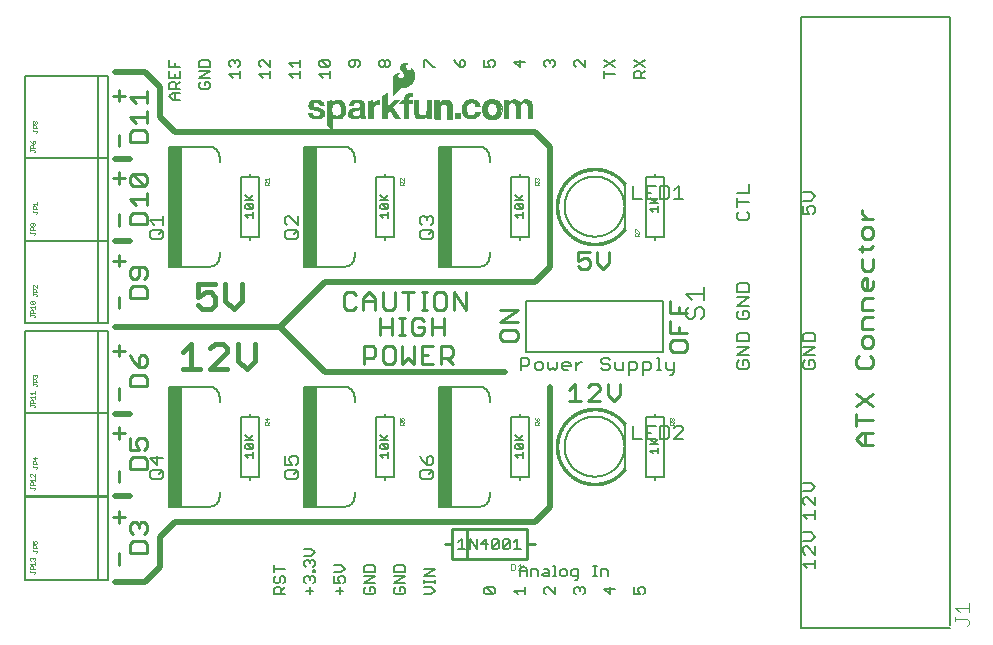
<source format=gbr>
G04 EAGLE Gerber RS-274X export*
G75*
%MOMM*%
%FSLAX34Y34*%
%LPD*%
%INSilkscreen Top*%
%IPPOS*%
%AMOC8*
5,1,8,0,0,1.08239X$1,22.5*%
G01*
%ADD10C,0.508000*%
%ADD11C,0.279400*%
%ADD12C,0.203200*%
%ADD13C,0.381000*%
%ADD14C,0.101600*%
%ADD15C,0.152400*%
%ADD16R,1.016000X10.160000*%
%ADD17C,0.127000*%
%ADD18C,0.025400*%
%ADD19R,0.495300X0.485100*%
%ADD20C,0.177800*%
%ADD21C,0.254000*%
%ADD22C,0.050800*%

G36*
X337550Y461800D02*
X337550Y461800D01*
X337554Y461798D01*
X337624Y461834D01*
X337634Y461839D01*
X337635Y461840D01*
X342507Y467322D01*
X343361Y468104D01*
X344351Y468693D01*
X344702Y468820D01*
X345070Y468885D01*
X347345Y468885D01*
X347350Y468887D01*
X347356Y468885D01*
X348720Y469009D01*
X348730Y469015D01*
X348742Y469013D01*
X350061Y469381D01*
X350069Y469389D01*
X350082Y469390D01*
X351312Y469990D01*
X351319Y469997D01*
X351330Y470000D01*
X352487Y470817D01*
X352492Y470825D01*
X352501Y470828D01*
X353532Y471800D01*
X353535Y471808D01*
X353541Y471810D01*
X353541Y471812D01*
X353544Y471813D01*
X354429Y472920D01*
X354431Y472930D01*
X354440Y472937D01*
X355387Y474618D01*
X355388Y474629D01*
X355396Y474639D01*
X356024Y476463D01*
X356023Y476474D01*
X356030Y476485D01*
X356318Y478392D01*
X356315Y478403D01*
X356320Y478415D01*
X356318Y478467D01*
X356310Y478719D01*
X356306Y478845D01*
X356306Y478846D01*
X356298Y479098D01*
X356290Y479351D01*
X356286Y479477D01*
X356278Y479729D01*
X356267Y480108D01*
X356259Y480343D01*
X356255Y480352D01*
X356257Y480364D01*
X356050Y481403D01*
X356045Y481411D01*
X356045Y481422D01*
X355687Y482419D01*
X355681Y482426D01*
X355680Y482437D01*
X355178Y483371D01*
X355169Y483378D01*
X355166Y483390D01*
X354259Y484527D01*
X354248Y484533D01*
X354241Y484546D01*
X353115Y485467D01*
X353072Y485479D01*
X353031Y485495D01*
X353026Y485493D01*
X353020Y485494D01*
X352982Y485473D01*
X352942Y485454D01*
X352939Y485448D01*
X352935Y485446D01*
X352927Y485417D01*
X352909Y485369D01*
X352909Y484489D01*
X352893Y484369D01*
X352849Y484266D01*
X352575Y483927D01*
X352214Y483678D01*
X352040Y483613D01*
X351502Y483555D01*
X350972Y483653D01*
X350484Y483902D01*
X349582Y484553D01*
X349170Y484907D01*
X348819Y485317D01*
X348536Y485775D01*
X348330Y486269D01*
X348271Y486569D01*
X348283Y486872D01*
X348440Y487391D01*
X348726Y487851D01*
X349121Y488221D01*
X349602Y488476D01*
X350092Y488615D01*
X350603Y488672D01*
X351206Y488672D01*
X351207Y488672D01*
X351229Y488681D01*
X351297Y488710D01*
X351332Y488802D01*
X351328Y488811D01*
X351294Y488887D01*
X351292Y488890D01*
X351291Y488891D01*
X351290Y488892D01*
X351269Y488912D01*
X351262Y488915D01*
X351258Y488923D01*
X350823Y489261D01*
X350808Y489265D01*
X350796Y489277D01*
X350292Y489498D01*
X350291Y489498D01*
X349935Y489650D01*
X349707Y489751D01*
X349697Y489752D01*
X349687Y489758D01*
X348809Y489978D01*
X348800Y489977D01*
X348790Y489981D01*
X347890Y490067D01*
X347880Y490063D01*
X347868Y490067D01*
X347000Y490001D01*
X346989Y489995D01*
X346976Y489996D01*
X346136Y489765D01*
X346126Y489757D01*
X346113Y489756D01*
X345333Y489368D01*
X345326Y489360D01*
X345315Y489357D01*
X344538Y488797D01*
X344534Y488790D01*
X344525Y488786D01*
X343829Y488128D01*
X343824Y488117D01*
X343813Y488109D01*
X343382Y487506D01*
X343379Y487491D01*
X343367Y487478D01*
X343100Y486786D01*
X343100Y486770D01*
X343092Y486755D01*
X343005Y486018D01*
X343010Y486003D01*
X343006Y485986D01*
X343105Y485251D01*
X343113Y485238D01*
X343113Y485221D01*
X343393Y484533D01*
X343402Y484524D01*
X343405Y484510D01*
X344592Y482752D01*
X344600Y482747D01*
X344604Y482736D01*
X346057Y481195D01*
X346427Y480760D01*
X346667Y480257D01*
X346769Y479709D01*
X346726Y479153D01*
X346540Y478628D01*
X346225Y478168D01*
X345800Y477803D01*
X345257Y477510D01*
X344671Y477312D01*
X344061Y477215D01*
X343350Y477250D01*
X342672Y477457D01*
X342066Y477822D01*
X341753Y478150D01*
X341547Y478554D01*
X341454Y478970D01*
X341454Y479398D01*
X341547Y479813D01*
X341619Y479951D01*
X341737Y480065D01*
X342561Y480664D01*
X342694Y480735D01*
X342832Y480763D01*
X342990Y480747D01*
X343033Y480761D01*
X343078Y480772D01*
X343080Y480776D01*
X343084Y480777D01*
X343104Y480818D01*
X343127Y480857D01*
X343126Y480861D01*
X343128Y480865D01*
X343113Y480908D01*
X343100Y480952D01*
X343097Y480954D01*
X343096Y480958D01*
X343058Y480977D01*
X343022Y480998D01*
X342539Y481074D01*
X342534Y481073D01*
X342529Y481075D01*
X341589Y481148D01*
X341580Y481145D01*
X341569Y481148D01*
X340629Y481075D01*
X340619Y481070D01*
X340607Y481071D01*
X339908Y480887D01*
X339898Y480879D01*
X339884Y480878D01*
X339236Y480557D01*
X339228Y480548D01*
X339214Y480544D01*
X338644Y480099D01*
X338638Y480088D01*
X338626Y480082D01*
X338156Y479532D01*
X338152Y479520D01*
X338141Y479511D01*
X337740Y478779D01*
X337739Y478766D01*
X337730Y478755D01*
X337490Y477956D01*
X337491Y477943D01*
X337485Y477930D01*
X337415Y477099D01*
X337417Y477093D01*
X337415Y477088D01*
X337415Y461924D01*
X337417Y461919D01*
X337415Y461915D01*
X337436Y461875D01*
X337453Y461833D01*
X337458Y461832D01*
X337460Y461827D01*
X337503Y461814D01*
X337545Y461798D01*
X337550Y461800D01*
G37*
G36*
X286137Y433123D02*
X286137Y433123D01*
X286140Y433122D01*
X286182Y433143D01*
X286224Y433163D01*
X286225Y433165D01*
X286227Y433166D01*
X286234Y433188D01*
X286257Y433248D01*
X286257Y444352D01*
X286258Y444350D01*
X286778Y443634D01*
X286789Y443627D01*
X286796Y443614D01*
X287456Y443024D01*
X287468Y443020D01*
X287478Y443009D01*
X288247Y442572D01*
X288260Y442570D01*
X288272Y442561D01*
X289116Y442297D01*
X289127Y442298D01*
X289138Y442292D01*
X290355Y442137D01*
X290364Y442139D01*
X290373Y442136D01*
X291600Y442153D01*
X291608Y442156D01*
X291618Y442154D01*
X292830Y442343D01*
X292839Y442348D01*
X292850Y442348D01*
X293769Y442642D01*
X293777Y442649D01*
X293789Y442651D01*
X294645Y443097D01*
X294651Y443105D01*
X294663Y443108D01*
X295431Y443693D01*
X295436Y443702D01*
X295447Y443707D01*
X296104Y444414D01*
X296108Y444424D01*
X296118Y444431D01*
X296890Y445616D01*
X296892Y445626D01*
X296900Y445635D01*
X297456Y446935D01*
X297456Y446946D01*
X297463Y446956D01*
X297786Y448332D01*
X297784Y448343D01*
X297789Y448354D01*
X297907Y450569D01*
X297903Y450580D01*
X297906Y450592D01*
X297623Y452792D01*
X297618Y452802D01*
X297618Y452814D01*
X296944Y454927D01*
X296936Y454937D01*
X296934Y454950D01*
X296355Y455991D01*
X296344Y455999D01*
X296339Y456013D01*
X295547Y456903D01*
X295538Y456908D01*
X295531Y456918D01*
X294707Y457571D01*
X294699Y457573D01*
X294693Y457580D01*
X293791Y458121D01*
X293781Y458123D01*
X293772Y458131D01*
X292748Y458531D01*
X292735Y458531D01*
X292723Y458538D01*
X291638Y458721D01*
X291627Y458719D01*
X291615Y458723D01*
X289634Y458698D01*
X289623Y458693D01*
X289610Y458696D01*
X289128Y458594D01*
X289119Y458587D01*
X289107Y458587D01*
X287786Y458054D01*
X287779Y458047D01*
X287769Y458046D01*
X287375Y457813D01*
X287368Y457804D01*
X287356Y457799D01*
X287013Y457498D01*
X287010Y457492D01*
X287003Y457489D01*
X286114Y456524D01*
X286114Y456523D01*
X286113Y456522D01*
X285979Y456373D01*
X286003Y458290D01*
X285997Y458305D01*
X286000Y458319D01*
X285980Y458348D01*
X285966Y458382D01*
X285952Y458387D01*
X285943Y458400D01*
X285902Y458407D01*
X285875Y458418D01*
X285865Y458414D01*
X285854Y458416D01*
X281968Y457680D01*
X281934Y457658D01*
X281898Y457641D01*
X281894Y457631D01*
X281886Y457625D01*
X281880Y457596D01*
X281865Y457556D01*
X281865Y436982D01*
X281867Y436976D01*
X281865Y436969D01*
X281894Y436912D01*
X281903Y436891D01*
X281905Y436890D01*
X281906Y436888D01*
X286046Y433154D01*
X286091Y433139D01*
X286135Y433122D01*
X286137Y433123D01*
G37*
G36*
X445645Y442470D02*
X445645Y442470D01*
X445647Y442469D01*
X445690Y442489D01*
X445734Y442507D01*
X445734Y442509D01*
X445736Y442510D01*
X445769Y442595D01*
X445769Y452116D01*
X445844Y453219D01*
X445993Y453858D01*
X446266Y454453D01*
X446651Y454981D01*
X446969Y455267D01*
X447342Y455477D01*
X447751Y455603D01*
X448654Y455695D01*
X449558Y455627D01*
X450006Y455499D01*
X450412Y455273D01*
X450572Y455127D01*
X450755Y454960D01*
X451016Y454576D01*
X451328Y453754D01*
X451435Y452874D01*
X451435Y442595D01*
X451436Y442593D01*
X451435Y442591D01*
X451455Y442548D01*
X451473Y442504D01*
X451475Y442504D01*
X451476Y442502D01*
X451561Y442469D01*
X455803Y442469D01*
X455805Y442470D01*
X455807Y442469D01*
X455850Y442489D01*
X455894Y442507D01*
X455894Y442509D01*
X455896Y442510D01*
X455929Y442595D01*
X455929Y454177D01*
X455926Y454186D01*
X455928Y454196D01*
X455759Y455292D01*
X455753Y455303D01*
X455753Y455317D01*
X455367Y456356D01*
X455358Y456365D01*
X455355Y456379D01*
X454767Y457318D01*
X454756Y457326D01*
X454751Y457339D01*
X454105Y458003D01*
X454093Y458008D01*
X454084Y458021D01*
X453310Y458528D01*
X453296Y458530D01*
X453285Y458541D01*
X452419Y458867D01*
X452408Y458867D01*
X452398Y458873D01*
X451138Y459122D01*
X451132Y459120D01*
X451124Y459124D01*
X449845Y459231D01*
X449835Y459228D01*
X449825Y459231D01*
X448931Y459170D01*
X448921Y459164D01*
X448907Y459166D01*
X448042Y458934D01*
X448032Y458927D01*
X448019Y458926D01*
X447214Y458532D01*
X447207Y458525D01*
X447195Y458522D01*
X446306Y457884D01*
X446302Y457876D01*
X446292Y457872D01*
X445504Y457113D01*
X445503Y457110D01*
X445500Y457109D01*
X445045Y456628D01*
X445003Y456586D01*
X444623Y457244D01*
X444613Y457251D01*
X444609Y457264D01*
X444027Y457933D01*
X444016Y457938D01*
X444009Y457950D01*
X443311Y458496D01*
X443299Y458499D01*
X443290Y458509D01*
X442500Y458912D01*
X442488Y458913D01*
X442477Y458922D01*
X441554Y459182D01*
X441542Y459181D01*
X441529Y459187D01*
X440572Y459256D01*
X440562Y459253D01*
X440551Y459256D01*
X439179Y459129D01*
X439172Y459125D01*
X439162Y459126D01*
X438070Y458872D01*
X438060Y458865D01*
X438047Y458864D01*
X437157Y458460D01*
X437147Y458448D01*
X437131Y458443D01*
X436369Y457831D01*
X436365Y457824D01*
X436357Y457821D01*
X436247Y457707D01*
X436125Y457580D01*
X436124Y457580D01*
X436002Y457454D01*
X435880Y457328D01*
X435758Y457202D01*
X435636Y457075D01*
X435635Y457075D01*
X435595Y457034D01*
X435593Y457027D01*
X435586Y457023D01*
X435284Y456627D01*
X435253Y456620D01*
X435253Y458673D01*
X435252Y458675D01*
X435253Y458677D01*
X435233Y458720D01*
X435215Y458764D01*
X435213Y458764D01*
X435212Y458766D01*
X435127Y458799D01*
X431140Y458799D01*
X431138Y458798D01*
X431136Y458799D01*
X431093Y458779D01*
X431049Y458761D01*
X431049Y458759D01*
X431047Y458758D01*
X431014Y458673D01*
X431014Y442620D01*
X431015Y442618D01*
X431014Y442616D01*
X431034Y442573D01*
X431052Y442529D01*
X431054Y442529D01*
X431055Y442527D01*
X431140Y442494D01*
X435458Y442494D01*
X435460Y442495D01*
X435462Y442494D01*
X435505Y442514D01*
X435549Y442532D01*
X435549Y442534D01*
X435551Y442535D01*
X435584Y442620D01*
X435584Y452425D01*
X435583Y452428D01*
X435584Y452431D01*
X435554Y453053D01*
X435686Y453644D01*
X435969Y454182D01*
X436789Y455126D01*
X437143Y455392D01*
X437547Y455570D01*
X437987Y455652D01*
X438835Y455702D01*
X439312Y455670D01*
X439763Y455534D01*
X440171Y455301D01*
X440518Y454983D01*
X440888Y454436D01*
X441119Y453817D01*
X441199Y453154D01*
X441199Y442595D01*
X441200Y442593D01*
X441199Y442591D01*
X441219Y442548D01*
X441237Y442504D01*
X441239Y442504D01*
X441240Y442502D01*
X441325Y442469D01*
X445643Y442469D01*
X445645Y442470D01*
G37*
G36*
X305324Y442105D02*
X305324Y442105D01*
X305335Y442102D01*
X306953Y442343D01*
X306962Y442349D01*
X306975Y442348D01*
X308010Y442701D01*
X308019Y442708D01*
X308031Y442710D01*
X308982Y443250D01*
X308990Y443259D01*
X309002Y443264D01*
X309829Y443967D01*
X309853Y443983D01*
X309862Y443984D01*
X309870Y443982D01*
X309877Y443976D01*
X309886Y443953D01*
X310113Y442924D01*
X310115Y442921D01*
X310114Y442918D01*
X310190Y442638D01*
X310201Y442624D01*
X310205Y442605D01*
X310226Y442569D01*
X310250Y442552D01*
X310277Y442523D01*
X310314Y442504D01*
X310344Y442502D01*
X310382Y442491D01*
X310418Y442494D01*
X314452Y442494D01*
X314475Y442503D01*
X314500Y442503D01*
X314518Y442522D01*
X314543Y442532D01*
X314552Y442555D01*
X314569Y442573D01*
X314570Y442602D01*
X314578Y442624D01*
X314570Y442642D01*
X314570Y442664D01*
X314496Y442863D01*
X314147Y444158D01*
X314045Y445495D01*
X314070Y449833D01*
X314069Y449836D01*
X314070Y449838D01*
X314050Y449881D01*
X314037Y449914D01*
X314045Y449936D01*
X314045Y454762D01*
X314042Y454769D01*
X314044Y454778D01*
X313953Y455513D01*
X313946Y455526D01*
X313946Y455543D01*
X313679Y456234D01*
X313668Y456244D01*
X313664Y456261D01*
X313237Y456866D01*
X313224Y456874D01*
X313216Y456889D01*
X312654Y457372D01*
X312641Y457376D01*
X312631Y457387D01*
X311328Y458081D01*
X311316Y458082D01*
X311305Y458090D01*
X309891Y458515D01*
X309881Y458514D01*
X309872Y458519D01*
X308133Y458749D01*
X308125Y458747D01*
X308117Y458750D01*
X306363Y458758D01*
X306356Y458755D01*
X306347Y458758D01*
X304607Y458544D01*
X304599Y458540D01*
X304589Y458541D01*
X303360Y458207D01*
X303352Y458200D01*
X303341Y458200D01*
X302183Y457671D01*
X302175Y457662D01*
X302162Y457659D01*
X301345Y457085D01*
X301338Y457074D01*
X301325Y457068D01*
X300642Y456338D01*
X300639Y456329D01*
X300637Y456329D01*
X300635Y456324D01*
X300626Y456317D01*
X300107Y455464D01*
X300105Y455451D01*
X300095Y455440D01*
X299761Y454499D01*
X299762Y454486D01*
X299755Y454473D01*
X299633Y453582D01*
X299630Y453580D01*
X299629Y453580D01*
X299610Y453531D01*
X299594Y453488D01*
X299596Y453483D01*
X299629Y453405D01*
X299654Y453379D01*
X299694Y453361D01*
X299732Y453340D01*
X299738Y453342D01*
X299745Y453340D01*
X299785Y453357D01*
X299815Y453366D01*
X303962Y453366D01*
X303964Y453367D01*
X303966Y453366D01*
X304009Y453386D01*
X304053Y453404D01*
X304053Y453406D01*
X304055Y453407D01*
X304088Y453492D01*
X304088Y453535D01*
X304151Y454066D01*
X304335Y454561D01*
X304630Y454999D01*
X305020Y455355D01*
X305484Y455610D01*
X306045Y455775D01*
X306632Y455829D01*
X307987Y455779D01*
X308356Y455718D01*
X308702Y455590D01*
X309016Y455397D01*
X309269Y455163D01*
X309468Y454884D01*
X309607Y454570D01*
X309718Y454049D01*
X309718Y453518D01*
X309607Y452997D01*
X309565Y452900D01*
X309505Y452813D01*
X309221Y452552D01*
X308793Y452306D01*
X308324Y452141D01*
X307018Y451915D01*
X304812Y451687D01*
X304808Y451684D01*
X304803Y451685D01*
X303266Y451407D01*
X303258Y451403D01*
X303249Y451403D01*
X301764Y450919D01*
X301756Y450912D01*
X301744Y450911D01*
X301048Y450545D01*
X301040Y450535D01*
X301027Y450531D01*
X300417Y450033D01*
X300411Y450022D01*
X300401Y450016D01*
X300400Y450016D01*
X300399Y450015D01*
X299901Y449406D01*
X299897Y449393D01*
X299886Y449382D01*
X299457Y448520D01*
X299456Y448505D01*
X299447Y448491D01*
X299241Y447550D01*
X299243Y447537D01*
X299238Y447523D01*
X299235Y446462D01*
X299240Y446452D01*
X299237Y446439D01*
X299426Y445395D01*
X299432Y445386D01*
X299432Y445373D01*
X299805Y444380D01*
X299813Y444371D01*
X299815Y444359D01*
X300107Y443876D01*
X300116Y443869D01*
X300121Y443857D01*
X300498Y443437D01*
X300509Y443432D01*
X300516Y443421D01*
X300964Y443079D01*
X300977Y443075D01*
X300987Y443065D01*
X302256Y442459D01*
X302269Y442459D01*
X302282Y442450D01*
X303654Y442142D01*
X303666Y442144D01*
X303679Y442139D01*
X305314Y442101D01*
X305324Y442105D01*
G37*
G36*
X332691Y442368D02*
X332691Y442368D01*
X332693Y442367D01*
X332736Y442387D01*
X332780Y442405D01*
X332780Y442407D01*
X332782Y442408D01*
X332815Y442493D01*
X332815Y447901D01*
X334470Y449508D01*
X338703Y442530D01*
X338718Y442519D01*
X338726Y442502D01*
X338760Y442489D01*
X338783Y442472D01*
X338796Y442474D01*
X338810Y442469D01*
X343890Y442444D01*
X343926Y442459D01*
X343964Y442467D01*
X343970Y442477D01*
X343981Y442482D01*
X343996Y442518D01*
X344016Y442551D01*
X344013Y442563D01*
X344017Y442573D01*
X344005Y442601D01*
X343996Y442640D01*
X337399Y452535D01*
X343090Y458101D01*
X343091Y458102D01*
X343093Y458103D01*
X343110Y458148D01*
X343128Y458192D01*
X343128Y458193D01*
X343128Y458195D01*
X343108Y458238D01*
X343089Y458282D01*
X343088Y458283D01*
X343087Y458284D01*
X343002Y458317D01*
X338328Y458317D01*
X338325Y458316D01*
X338322Y458317D01*
X338239Y458280D01*
X332764Y452806D01*
X332764Y464236D01*
X332751Y464268D01*
X332746Y464302D01*
X332732Y464312D01*
X332726Y464327D01*
X332694Y464339D01*
X332665Y464359D01*
X332648Y464357D01*
X332634Y464362D01*
X332609Y464351D01*
X332575Y464346D01*
X328435Y461984D01*
X328423Y461967D01*
X328405Y461959D01*
X328392Y461927D01*
X328376Y461905D01*
X328378Y461890D01*
X328372Y461874D01*
X328372Y442544D01*
X328373Y442541D01*
X328372Y442538D01*
X328409Y442455D01*
X328460Y442404D01*
X328463Y442403D01*
X328464Y442400D01*
X328549Y442367D01*
X332689Y442367D01*
X332691Y442368D01*
G37*
G36*
X361618Y442093D02*
X361618Y442093D01*
X361625Y442096D01*
X361634Y442095D01*
X363112Y442318D01*
X363120Y442323D01*
X363130Y442322D01*
X363392Y442403D01*
X363400Y442409D01*
X363412Y442411D01*
X363657Y442533D01*
X363664Y442540D01*
X363674Y442543D01*
X364604Y443202D01*
X364609Y443210D01*
X364618Y443213D01*
X365445Y443998D01*
X365448Y444006D01*
X365457Y444011D01*
X365964Y444652D01*
X365964Y442595D01*
X365965Y442593D01*
X365964Y442591D01*
X365984Y442548D01*
X366002Y442504D01*
X366004Y442504D01*
X366005Y442502D01*
X366090Y442469D01*
X370103Y442469D01*
X370105Y442470D01*
X370107Y442469D01*
X370150Y442489D01*
X370194Y442507D01*
X370194Y442509D01*
X370196Y442510D01*
X370229Y442595D01*
X370229Y458216D01*
X370228Y458218D01*
X370229Y458220D01*
X370209Y458263D01*
X370191Y458307D01*
X370189Y458307D01*
X370188Y458309D01*
X370103Y458342D01*
X365887Y458342D01*
X365885Y458341D01*
X365883Y458342D01*
X365840Y458322D01*
X365796Y458304D01*
X365796Y458302D01*
X365794Y458301D01*
X365761Y458216D01*
X365761Y449914D01*
X365685Y448684D01*
X365460Y447480D01*
X365251Y446930D01*
X364924Y446445D01*
X364493Y446048D01*
X363983Y445760D01*
X363292Y445548D01*
X362571Y445481D01*
X361852Y445561D01*
X361163Y445784D01*
X360768Y446009D01*
X360427Y446310D01*
X360155Y446672D01*
X359812Y447440D01*
X359663Y448270D01*
X359663Y458267D01*
X359662Y458269D01*
X359663Y458271D01*
X359643Y458314D01*
X359625Y458358D01*
X359623Y458358D01*
X359622Y458360D01*
X359537Y458393D01*
X355397Y458393D01*
X355395Y458392D01*
X355393Y458393D01*
X355350Y458373D01*
X355306Y458355D01*
X355306Y458353D01*
X355304Y458352D01*
X355271Y458267D01*
X355271Y447472D01*
X355273Y447467D01*
X355271Y447460D01*
X355372Y446361D01*
X355377Y446352D01*
X355377Y446351D01*
X355378Y446349D01*
X355376Y446338D01*
X355676Y445275D01*
X355683Y445266D01*
X355684Y445253D01*
X356172Y444263D01*
X356181Y444255D01*
X356185Y444243D01*
X356845Y443358D01*
X356855Y443351D01*
X356862Y443339D01*
X357116Y443111D01*
X357124Y443108D01*
X357125Y443106D01*
X357130Y443104D01*
X357136Y443096D01*
X358038Y442570D01*
X358050Y442569D01*
X358060Y442560D01*
X359046Y442217D01*
X359058Y442218D01*
X359070Y442211D01*
X360103Y442064D01*
X360113Y442067D01*
X360124Y442063D01*
X361618Y442093D01*
G37*
G36*
X376811Y442394D02*
X376811Y442394D01*
X376813Y442393D01*
X376856Y442413D01*
X376900Y442431D01*
X376900Y442433D01*
X376902Y442434D01*
X376935Y442519D01*
X376935Y451885D01*
X377016Y452668D01*
X377232Y453418D01*
X377595Y454097D01*
X378112Y454666D01*
X378569Y454980D01*
X379085Y455184D01*
X379641Y455271D01*
X380746Y455321D01*
X381062Y455304D01*
X381362Y455227D01*
X381797Y455010D01*
X382171Y454701D01*
X382467Y454314D01*
X382777Y453672D01*
X382968Y452984D01*
X383033Y452266D01*
X383033Y442620D01*
X383034Y442618D01*
X383033Y442616D01*
X383053Y442573D01*
X383071Y442529D01*
X383073Y442529D01*
X383074Y442527D01*
X383159Y442494D01*
X387248Y442494D01*
X387250Y442495D01*
X387252Y442494D01*
X387295Y442514D01*
X387339Y442532D01*
X387339Y442534D01*
X387341Y442535D01*
X387374Y442620D01*
X387374Y453161D01*
X387372Y453166D01*
X387374Y453171D01*
X387284Y454300D01*
X387280Y454308D01*
X387281Y454317D01*
X387041Y455424D01*
X387036Y455432D01*
X387036Y455442D01*
X386767Y456147D01*
X386759Y456155D01*
X386757Y456167D01*
X386373Y456816D01*
X386364Y456822D01*
X386360Y456834D01*
X385871Y457409D01*
X385860Y457414D01*
X385853Y457426D01*
X385068Y458044D01*
X385055Y458047D01*
X385044Y458059D01*
X384139Y458481D01*
X384125Y458482D01*
X384111Y458490D01*
X383134Y458696D01*
X383123Y458693D01*
X383111Y458698D01*
X381105Y458748D01*
X381095Y458744D01*
X381084Y458747D01*
X380032Y458592D01*
X380021Y458585D01*
X380007Y458585D01*
X379010Y458216D01*
X379000Y458207D01*
X378986Y458204D01*
X378088Y457637D01*
X378081Y457628D01*
X378070Y457624D01*
X377609Y457208D01*
X377606Y457200D01*
X377598Y457196D01*
X377196Y456723D01*
X377194Y456718D01*
X377190Y456716D01*
X376913Y456338D01*
X376799Y456202D01*
X376757Y456173D01*
X376757Y458241D01*
X376756Y458243D01*
X376757Y458245D01*
X376737Y458288D01*
X376719Y458332D01*
X376717Y458332D01*
X376716Y458334D01*
X376631Y458367D01*
X372593Y458367D01*
X372591Y458366D01*
X372589Y458367D01*
X372546Y458347D01*
X372502Y458329D01*
X372502Y458327D01*
X372500Y458326D01*
X372467Y458241D01*
X372467Y442519D01*
X372468Y442517D01*
X372467Y442515D01*
X372487Y442472D01*
X372505Y442428D01*
X372507Y442428D01*
X372508Y442426D01*
X372593Y442393D01*
X376809Y442393D01*
X376811Y442394D01*
G37*
G36*
X423406Y442571D02*
X423406Y442571D01*
X423418Y442578D01*
X423434Y442578D01*
X425288Y443213D01*
X425301Y443224D01*
X425320Y443229D01*
X426437Y444016D01*
X426442Y444024D01*
X426451Y444028D01*
X427645Y445171D01*
X427651Y445185D01*
X427665Y445195D01*
X428478Y446490D01*
X428481Y446507D01*
X428493Y446523D01*
X429179Y448987D01*
X429177Y448997D01*
X429182Y449006D01*
X429436Y451114D01*
X429432Y451129D01*
X429436Y451145D01*
X429156Y453330D01*
X429147Y453345D01*
X429146Y453365D01*
X428105Y455702D01*
X428092Y455714D01*
X428086Y455733D01*
X426994Y457003D01*
X426980Y457010D01*
X426970Y457025D01*
X424989Y458396D01*
X424973Y458399D01*
X424958Y458411D01*
X423332Y458970D01*
X423319Y458970D01*
X423307Y458976D01*
X421300Y459230D01*
X421291Y459228D01*
X421282Y459231D01*
X421245Y459215D01*
X421205Y459204D01*
X421201Y459195D01*
X421192Y459191D01*
X421172Y459142D01*
X421158Y459117D01*
X421160Y459112D01*
X421158Y459107D01*
X421108Y456135D01*
X421109Y456132D01*
X421108Y456129D01*
X421127Y456087D01*
X421145Y456044D01*
X421148Y456043D01*
X421149Y456040D01*
X421234Y456007D01*
X421330Y456007D01*
X422517Y455908D01*
X423470Y455395D01*
X424304Y454586D01*
X425048Y452974D01*
X425299Y451045D01*
X425299Y449620D01*
X424924Y448072D01*
X424381Y446862D01*
X423302Y445881D01*
X421551Y445289D01*
X419803Y445511D01*
X418155Y446519D01*
X417617Y447546D01*
X417243Y448695D01*
X417068Y449943D01*
X417118Y451802D01*
X417392Y453276D01*
X417788Y454165D01*
X418576Y455249D01*
X419724Y455884D01*
X420819Y456034D01*
X420856Y456056D01*
X420895Y456074D01*
X420898Y456081D01*
X420904Y456084D01*
X420911Y456114D01*
X420928Y456159D01*
X420928Y459080D01*
X420917Y459107D01*
X420915Y459136D01*
X420898Y459152D01*
X420890Y459171D01*
X420868Y459179D01*
X420848Y459197D01*
X420721Y459247D01*
X420699Y459247D01*
X420675Y459256D01*
X420624Y459256D01*
X420617Y459253D01*
X420609Y459255D01*
X419136Y459078D01*
X419118Y459068D01*
X419095Y459066D01*
X415717Y457389D01*
X415700Y457370D01*
X415674Y457354D01*
X413540Y454636D01*
X413533Y454612D01*
X413516Y454586D01*
X412703Y451030D01*
X412707Y451008D01*
X412701Y450982D01*
X413311Y447096D01*
X413324Y447076D01*
X413330Y447048D01*
X414930Y444559D01*
X414951Y444544D01*
X414969Y444520D01*
X417814Y442742D01*
X417838Y442738D01*
X417864Y442724D01*
X420861Y442318D01*
X420875Y442322D01*
X420891Y442317D01*
X423406Y442571D01*
G37*
G36*
X274229Y442160D02*
X274229Y442160D01*
X274235Y442162D01*
X274242Y442161D01*
X275556Y442343D01*
X275564Y442347D01*
X275573Y442347D01*
X276573Y442629D01*
X276582Y442636D01*
X276594Y442637D01*
X277529Y443088D01*
X277536Y443096D01*
X277548Y443099D01*
X278392Y443705D01*
X278397Y443715D01*
X278408Y443720D01*
X279134Y444463D01*
X279138Y444473D01*
X279149Y444481D01*
X279528Y445045D01*
X279530Y445056D01*
X279539Y445066D01*
X279805Y445691D01*
X279805Y445703D01*
X279813Y445714D01*
X279955Y446378D01*
X279954Y446387D01*
X279958Y446396D01*
X280034Y447437D01*
X280031Y447446D01*
X280034Y447457D01*
X279940Y448512D01*
X279933Y448525D01*
X279933Y448541D01*
X279596Y449544D01*
X279587Y449555D01*
X279584Y449570D01*
X279332Y449982D01*
X279322Y449989D01*
X279316Y450003D01*
X278984Y450353D01*
X278973Y450357D01*
X278967Y450368D01*
X278275Y450876D01*
X278267Y450878D01*
X278260Y450886D01*
X277504Y451291D01*
X277495Y451292D01*
X277488Y451298D01*
X275832Y451908D01*
X275824Y451908D01*
X275816Y451913D01*
X274093Y452294D01*
X274092Y452294D01*
X274091Y452295D01*
X272068Y452699D01*
X271316Y452971D01*
X270641Y453387D01*
X270358Y453680D01*
X270174Y454041D01*
X270109Y454410D01*
X270157Y454782D01*
X270312Y455124D01*
X270545Y455392D01*
X270846Y455587D01*
X271270Y455744D01*
X271719Y455829D01*
X272568Y455873D01*
X273415Y455829D01*
X273911Y455731D01*
X274378Y455542D01*
X274801Y455271D01*
X275076Y455007D01*
X275294Y454694D01*
X275444Y454342D01*
X275499Y454099D01*
X275515Y453839D01*
X275536Y453797D01*
X275556Y453754D01*
X275558Y453753D01*
X275559Y453751D01*
X275578Y453745D01*
X275641Y453721D01*
X279527Y453721D01*
X279536Y453724D01*
X279544Y453722D01*
X279580Y453743D01*
X279618Y453759D01*
X279621Y453768D01*
X279629Y453773D01*
X279643Y453824D01*
X279653Y453851D01*
X279651Y453855D01*
X279652Y453858D01*
X279652Y453859D01*
X279653Y453860D01*
X279577Y454571D01*
X279571Y454581D01*
X279573Y454592D01*
X279568Y454598D01*
X279568Y454605D01*
X279576Y454618D01*
X279570Y454642D01*
X279573Y454651D01*
X279569Y454659D01*
X279570Y454678D01*
X279367Y455236D01*
X279363Y455240D01*
X279363Y455245D01*
X279007Y456033D01*
X279000Y456039D01*
X278998Y456050D01*
X278712Y456492D01*
X278704Y456497D01*
X278700Y456507D01*
X278352Y456903D01*
X278342Y456907D01*
X278335Y456918D01*
X277376Y457675D01*
X277363Y457679D01*
X277353Y457689D01*
X276256Y458227D01*
X276244Y458228D01*
X276233Y458236D01*
X274882Y458604D01*
X274872Y458603D01*
X274862Y458608D01*
X273469Y458748D01*
X273463Y458746D01*
X273456Y458748D01*
X271653Y458748D01*
X271647Y458746D01*
X271639Y458748D01*
X270210Y458593D01*
X270200Y458587D01*
X270187Y458588D01*
X268809Y458177D01*
X268800Y458170D01*
X268788Y458169D01*
X267507Y457515D01*
X267499Y457506D01*
X267487Y457503D01*
X267011Y457134D01*
X267005Y457123D01*
X266993Y457117D01*
X266599Y456662D01*
X266595Y456651D01*
X266584Y456642D01*
X266285Y456120D01*
X266284Y456107D01*
X266275Y456097D01*
X265917Y455013D01*
X265918Y455001D01*
X265912Y454988D01*
X265783Y453854D01*
X265786Y453842D01*
X265783Y453828D01*
X265888Y452692D01*
X265894Y452681D01*
X265893Y452667D01*
X266045Y452178D01*
X266053Y452168D01*
X266055Y452154D01*
X266304Y451707D01*
X266315Y451699D01*
X266319Y451685D01*
X266656Y451300D01*
X266666Y451295D01*
X266672Y451284D01*
X267349Y450747D01*
X267358Y450744D01*
X267365Y450736D01*
X268116Y450309D01*
X268125Y450308D01*
X268133Y450301D01*
X268941Y449995D01*
X268949Y449995D01*
X268957Y449990D01*
X272588Y449127D01*
X273762Y448821D01*
X274869Y448351D01*
X275205Y448120D01*
X275471Y447816D01*
X275651Y447454D01*
X275736Y447059D01*
X275719Y446655D01*
X275602Y446270D01*
X275394Y445925D01*
X275106Y445641D01*
X274593Y445329D01*
X274026Y445132D01*
X273423Y445058D01*
X272093Y445058D01*
X271531Y445131D01*
X270944Y445348D01*
X270417Y445685D01*
X269975Y446128D01*
X269720Y446542D01*
X269573Y447004D01*
X269544Y447501D01*
X269544Y447548D01*
X269543Y447550D01*
X269544Y447552D01*
X269524Y447595D01*
X269506Y447639D01*
X269504Y447639D01*
X269503Y447641D01*
X269418Y447674D01*
X265557Y447674D01*
X265551Y447672D01*
X265544Y447674D01*
X265532Y447667D01*
X265518Y447668D01*
X265516Y447667D01*
X265515Y447667D01*
X265493Y447647D01*
X265466Y447636D01*
X265464Y447629D01*
X265458Y447626D01*
X265453Y447612D01*
X265443Y447603D01*
X265443Y447602D01*
X265442Y447600D01*
X265441Y447573D01*
X265439Y447566D01*
X265431Y447544D01*
X265432Y447542D01*
X265431Y447539D01*
X265456Y447183D01*
X265459Y447177D01*
X265458Y447170D01*
X265560Y446586D01*
X265565Y446578D01*
X265564Y446567D01*
X265996Y445297D01*
X266003Y445290D01*
X266004Y445280D01*
X266313Y444684D01*
X266323Y444677D01*
X266327Y444664D01*
X266747Y444140D01*
X266758Y444135D01*
X266764Y444123D01*
X267279Y443692D01*
X267287Y443690D01*
X267292Y443683D01*
X268486Y442921D01*
X268494Y442919D01*
X268501Y442912D01*
X269358Y442515D01*
X269371Y442514D01*
X269383Y442506D01*
X270304Y442294D01*
X270313Y442296D01*
X270323Y442291D01*
X272889Y442113D01*
X272896Y442115D01*
X272902Y442113D01*
X274229Y442160D01*
G37*
G36*
X404293Y442116D02*
X404293Y442116D01*
X404302Y442113D01*
X405485Y442209D01*
X405494Y442213D01*
X405505Y442212D01*
X406658Y442494D01*
X406666Y442500D01*
X406677Y442500D01*
X407770Y442962D01*
X407778Y442970D01*
X407790Y442973D01*
X409038Y443793D01*
X409045Y443804D01*
X409058Y443810D01*
X410111Y444868D01*
X410115Y444880D01*
X410127Y444888D01*
X410942Y446139D01*
X410944Y446152D01*
X410954Y446162D01*
X411496Y447553D01*
X411495Y447564D01*
X411502Y447574D01*
X411597Y448039D01*
X411595Y448048D01*
X411599Y448056D01*
X411631Y448531D01*
X411630Y448535D01*
X411631Y448539D01*
X411631Y448589D01*
X411630Y448591D01*
X411631Y448593D01*
X411611Y448636D01*
X411593Y448680D01*
X411591Y448680D01*
X411590Y448682D01*
X411505Y448715D01*
X407441Y448715D01*
X407402Y448699D01*
X407362Y448687D01*
X407357Y448680D01*
X407350Y448677D01*
X407339Y448648D01*
X407316Y448608D01*
X407212Y447932D01*
X406997Y447295D01*
X406676Y446705D01*
X406318Y446273D01*
X405875Y445928D01*
X405345Y445660D01*
X404776Y445487D01*
X404186Y445414D01*
X403385Y445455D01*
X402606Y445636D01*
X401898Y445966D01*
X401290Y446455D01*
X400815Y447074D01*
X400500Y447791D01*
X400154Y449315D01*
X400025Y450875D01*
X400118Y452016D01*
X400423Y453119D01*
X400928Y454144D01*
X401615Y455055D01*
X401962Y455345D01*
X402376Y455531D01*
X403197Y455712D01*
X404037Y455778D01*
X404869Y455695D01*
X405661Y455434D01*
X406154Y455136D01*
X406567Y454735D01*
X406878Y454250D01*
X407071Y453708D01*
X407138Y453129D01*
X407138Y453111D01*
X407139Y453109D01*
X407138Y453107D01*
X407158Y453064D01*
X407176Y453020D01*
X407178Y453020D01*
X407179Y453018D01*
X407264Y452985D01*
X411455Y452985D01*
X411469Y452991D01*
X411483Y452988D01*
X411512Y453009D01*
X411546Y453023D01*
X411551Y453037D01*
X411563Y453046D01*
X411570Y453087D01*
X411581Y453115D01*
X411577Y453124D01*
X411579Y453135D01*
X411342Y454343D01*
X411337Y454351D01*
X411337Y454362D01*
X410913Y455517D01*
X410904Y455525D01*
X410902Y455538D01*
X410262Y456605D01*
X410251Y456612D01*
X410245Y456626D01*
X409390Y457529D01*
X409377Y457535D01*
X409369Y457547D01*
X408338Y458244D01*
X408325Y458247D01*
X408314Y458257D01*
X407157Y458714D01*
X407148Y458714D01*
X407139Y458720D01*
X405728Y459039D01*
X405722Y459038D01*
X405717Y459041D01*
X404283Y459230D01*
X404274Y459228D01*
X404264Y459231D01*
X402722Y459208D01*
X402711Y459203D01*
X402697Y459205D01*
X401191Y458872D01*
X401181Y458865D01*
X401167Y458865D01*
X399776Y458253D01*
X399768Y458245D01*
X399755Y458241D01*
X398506Y457376D01*
X398499Y457366D01*
X398487Y457360D01*
X398478Y457351D01*
X398355Y457224D01*
X398232Y457098D01*
X397985Y456846D01*
X397862Y456719D01*
X397739Y456593D01*
X397616Y456467D01*
X397426Y456272D01*
X397422Y456261D01*
X397411Y456254D01*
X396577Y454983D01*
X396575Y454972D01*
X396566Y454962D01*
X395989Y453556D01*
X395989Y453544D01*
X395982Y453533D01*
X395684Y452043D01*
X395686Y452033D01*
X395682Y452022D01*
X395606Y449533D01*
X395609Y449524D01*
X395607Y449514D01*
X395752Y448298D01*
X395757Y448290D01*
X395756Y448279D01*
X396090Y447101D01*
X396096Y447093D01*
X396097Y447083D01*
X396611Y445972D01*
X396619Y445965D01*
X396621Y445954D01*
X397303Y444938D01*
X397312Y444932D01*
X397316Y444922D01*
X398087Y444099D01*
X398096Y444095D01*
X398102Y444085D01*
X398998Y443401D01*
X399008Y443398D01*
X399016Y443389D01*
X400013Y442863D01*
X400023Y442862D01*
X400032Y442855D01*
X401102Y442500D01*
X401111Y442501D01*
X401120Y442496D01*
X402684Y442214D01*
X402691Y442215D01*
X402698Y442212D01*
X404284Y442113D01*
X404293Y442116D01*
G37*
G36*
X350928Y442394D02*
X350928Y442394D01*
X350930Y442393D01*
X350973Y442413D01*
X351017Y442431D01*
X351017Y442433D01*
X351019Y442434D01*
X351052Y442519D01*
X351052Y455423D01*
X353924Y455423D01*
X353926Y455424D01*
X353928Y455423D01*
X353971Y455443D01*
X354015Y455461D01*
X354015Y455463D01*
X354017Y455464D01*
X354050Y455549D01*
X354050Y458216D01*
X354049Y458218D01*
X354050Y458220D01*
X354030Y458263D01*
X354012Y458307D01*
X354010Y458307D01*
X354009Y458309D01*
X353924Y458342D01*
X351078Y458342D01*
X351078Y459604D01*
X351141Y460066D01*
X351316Y460489D01*
X351498Y460721D01*
X351738Y460891D01*
X352020Y460988D01*
X352920Y461071D01*
X353835Y460986D01*
X354115Y460960D01*
X354121Y460962D01*
X354127Y460960D01*
X354203Y460960D01*
X354205Y460961D01*
X354207Y460960D01*
X354250Y460980D01*
X354294Y460998D01*
X354294Y461000D01*
X354296Y461001D01*
X354329Y461086D01*
X354329Y464109D01*
X354329Y464110D01*
X354329Y464112D01*
X354329Y464113D01*
X354309Y464156D01*
X354291Y464200D01*
X354289Y464200D01*
X354288Y464202D01*
X354203Y464235D01*
X354181Y464235D01*
X352864Y464311D01*
X352861Y464310D01*
X352857Y464311D01*
X351307Y464311D01*
X351297Y464307D01*
X351286Y464309D01*
X350273Y464135D01*
X350263Y464128D01*
X350249Y464128D01*
X349291Y463759D01*
X349282Y463751D01*
X349269Y463748D01*
X348401Y463198D01*
X348395Y463188D01*
X348388Y463186D01*
X348388Y463185D01*
X348382Y463183D01*
X347639Y462473D01*
X347634Y462463D01*
X347623Y462455D01*
X347283Y461978D01*
X347281Y461967D01*
X347272Y461958D01*
X347023Y461427D01*
X347023Y461416D01*
X347015Y461406D01*
X346867Y460839D01*
X346868Y460828D01*
X346863Y460817D01*
X346686Y458683D01*
X346688Y458679D01*
X346686Y458675D01*
X346686Y458673D01*
X346686Y458342D01*
X345440Y458342D01*
X345437Y458341D01*
X345434Y458342D01*
X345351Y458305D01*
X342684Y455638D01*
X342683Y455638D01*
X342683Y455637D01*
X342665Y455592D01*
X342647Y455547D01*
X342647Y455546D01*
X342667Y455501D01*
X342687Y455457D01*
X342688Y455456D01*
X342772Y455423D01*
X346635Y455399D01*
X346635Y442519D01*
X346636Y442517D01*
X346635Y442515D01*
X346655Y442472D01*
X346673Y442428D01*
X346675Y442428D01*
X346676Y442426D01*
X346761Y442393D01*
X350926Y442393D01*
X350928Y442394D01*
G37*
G36*
X320804Y442495D02*
X320804Y442495D01*
X320806Y442494D01*
X320849Y442514D01*
X320893Y442532D01*
X320893Y442534D01*
X320895Y442535D01*
X320928Y442620D01*
X320928Y450439D01*
X321001Y451285D01*
X321201Y452104D01*
X321562Y452897D01*
X322087Y453589D01*
X322754Y454149D01*
X323233Y454413D01*
X323751Y454594D01*
X324293Y454686D01*
X325818Y454686D01*
X326415Y454561D01*
X326418Y454562D01*
X326421Y454560D01*
X326573Y454535D01*
X326582Y454538D01*
X326593Y454534D01*
X326619Y454534D01*
X326621Y454535D01*
X326623Y454534D01*
X326666Y454554D01*
X326710Y454572D01*
X326710Y454574D01*
X326712Y454575D01*
X326745Y454660D01*
X326745Y458521D01*
X326727Y458565D01*
X326709Y458610D01*
X326707Y458610D01*
X326707Y458612D01*
X326690Y458618D01*
X326626Y458647D01*
X325254Y458723D01*
X325244Y458719D01*
X325232Y458722D01*
X324531Y458638D01*
X324521Y458632D01*
X324507Y458633D01*
X323837Y458410D01*
X323828Y458401D01*
X323814Y458399D01*
X323203Y458046D01*
X323201Y458043D01*
X323197Y458042D01*
X322308Y457457D01*
X322305Y457454D01*
X322300Y457452D01*
X321906Y457150D01*
X321899Y457138D01*
X321885Y457130D01*
X321569Y456747D01*
X321567Y456741D01*
X321561Y456736D01*
X320875Y455694D01*
X320696Y455426D01*
X320649Y455411D01*
X320649Y458191D01*
X320644Y458204D01*
X320647Y458217D01*
X320625Y458247D01*
X320611Y458282D01*
X320598Y458287D01*
X320590Y458298D01*
X320547Y458306D01*
X320519Y458317D01*
X320511Y458313D01*
X320501Y458315D01*
X316640Y457629D01*
X316606Y457607D01*
X316569Y457590D01*
X316565Y457581D01*
X316557Y457576D01*
X316552Y457546D01*
X316536Y457505D01*
X316510Y442620D01*
X316511Y442618D01*
X316510Y442616D01*
X316530Y442573D01*
X316548Y442529D01*
X316550Y442529D01*
X316551Y442527D01*
X316636Y442494D01*
X320802Y442494D01*
X320804Y442495D01*
G37*
%LPC*%
G36*
X289295Y445388D02*
X289295Y445388D01*
X288573Y445540D01*
X287895Y445830D01*
X287386Y446193D01*
X286974Y446662D01*
X286675Y447226D01*
X286669Y447230D01*
X286668Y447237D01*
X286617Y447313D01*
X286616Y447314D01*
X286616Y447315D01*
X286574Y447375D01*
X286562Y447434D01*
X286562Y447472D01*
X286562Y447473D01*
X286562Y447474D01*
X286543Y447518D01*
X286524Y447563D01*
X286523Y447563D01*
X286522Y447564D01*
X286477Y447581D01*
X286455Y447589D01*
X286455Y447594D01*
X286464Y447629D01*
X286459Y447666D01*
X286453Y447677D01*
X286454Y447690D01*
X286229Y448365D01*
X286105Y449134D01*
X286079Y451680D01*
X286189Y452495D01*
X286456Y453269D01*
X286869Y453976D01*
X287467Y454656D01*
X288179Y455212D01*
X288517Y455374D01*
X288889Y455448D01*
X289964Y455499D01*
X290531Y455453D01*
X291073Y455297D01*
X291573Y455037D01*
X292332Y454407D01*
X292929Y453621D01*
X293332Y452722D01*
X293523Y451752D01*
X293526Y449781D01*
X293222Y447834D01*
X292933Y447073D01*
X292461Y446415D01*
X291835Y445899D01*
X291096Y445561D01*
X290205Y445382D01*
X289295Y445388D01*
G37*
%LPD*%
%LPC*%
G36*
X305221Y445083D02*
X305221Y445083D01*
X304760Y445180D01*
X304339Y445383D01*
X303977Y445680D01*
X303786Y445930D01*
X303651Y446215D01*
X303580Y446523D01*
X303575Y446776D01*
X303573Y446902D01*
X303571Y447028D01*
X303571Y447029D01*
X303569Y447108D01*
X303676Y447683D01*
X303896Y448225D01*
X304100Y448523D01*
X304368Y448767D01*
X304842Y449051D01*
X305360Y449248D01*
X305910Y449353D01*
X307353Y449505D01*
X307357Y449507D01*
X307361Y449507D01*
X308353Y449676D01*
X308359Y449680D01*
X308368Y449679D01*
X309332Y449967D01*
X309341Y449974D01*
X309354Y449976D01*
X309561Y450083D01*
X309571Y450095D01*
X309587Y450101D01*
X309729Y450228D01*
X309729Y449936D01*
X309730Y449934D01*
X309729Y449932D01*
X309749Y449889D01*
X309749Y449887D01*
X309729Y449834D01*
X309729Y449000D01*
X309659Y447911D01*
X309452Y446841D01*
X309405Y446676D01*
X309298Y446427D01*
X309148Y446208D01*
X308404Y445489D01*
X308113Y445304D01*
X307791Y445182D01*
X306749Y445033D01*
X305221Y445083D01*
G37*
%LPD*%
D10*
X101600Y266700D02*
X241300Y266700D01*
X279400Y304800D01*
X241300Y266700D02*
X279400Y228600D01*
X431800Y228600D01*
X469900Y215900D02*
X469900Y114300D01*
X457200Y304800D02*
X279400Y304800D01*
X457200Y304800D02*
X469900Y317500D01*
X469900Y419100D01*
X457200Y431800D01*
X469900Y114300D02*
X457200Y101600D01*
X127000Y50800D02*
X101600Y50800D01*
X101600Y482600D02*
X127000Y482600D01*
X152400Y431800D02*
X457200Y431800D01*
X152400Y431800D02*
X139700Y444500D01*
X139700Y469900D01*
X127000Y482600D01*
X152400Y101600D02*
X457200Y101600D01*
X152400Y101600D02*
X139700Y88900D01*
X139700Y63500D01*
X127000Y50800D01*
X114300Y408940D02*
X101600Y408940D01*
X101600Y339090D02*
X114300Y339090D01*
X114300Y193040D02*
X101600Y193040D01*
X101600Y123190D02*
X114300Y123190D01*
D11*
X114414Y75057D02*
X129413Y75057D01*
X129413Y82556D01*
X126913Y85056D01*
X116914Y85056D01*
X114414Y82556D01*
X114414Y75057D01*
X116914Y91429D02*
X114414Y93928D01*
X114414Y98928D01*
X116914Y101428D01*
X119414Y101428D01*
X121914Y98928D01*
X121914Y96428D01*
X121914Y98928D02*
X124413Y101428D01*
X126913Y101428D01*
X129413Y98928D01*
X129413Y93928D01*
X126913Y91429D01*
X129413Y146177D02*
X114414Y146177D01*
X129413Y146177D02*
X129413Y153676D01*
X126913Y156176D01*
X116914Y156176D01*
X114414Y153676D01*
X114414Y146177D01*
X114414Y162549D02*
X114414Y172548D01*
X114414Y162549D02*
X121914Y162549D01*
X119414Y167548D01*
X119414Y170048D01*
X121914Y172548D01*
X126913Y172548D01*
X129413Y170048D01*
X129413Y165048D01*
X126913Y162549D01*
X129413Y216027D02*
X114414Y216027D01*
X129413Y216027D02*
X129413Y223526D01*
X126913Y226026D01*
X116914Y226026D01*
X114414Y223526D01*
X114414Y216027D01*
X116914Y237398D02*
X114414Y242398D01*
X116914Y237398D02*
X121914Y232399D01*
X126913Y232399D01*
X129413Y234898D01*
X129413Y239898D01*
X126913Y242398D01*
X124413Y242398D01*
X121914Y239898D01*
X121914Y232399D01*
X114414Y290957D02*
X129413Y290957D01*
X129413Y298456D01*
X126913Y300956D01*
X116914Y300956D01*
X114414Y298456D01*
X114414Y290957D01*
X126913Y307329D02*
X129413Y309828D01*
X129413Y314828D01*
X126913Y317328D01*
X116914Y317328D01*
X114414Y314828D01*
X114414Y309828D01*
X116914Y307329D01*
X119414Y307329D01*
X121914Y309828D01*
X121914Y317328D01*
X114414Y353187D02*
X129413Y353187D01*
X129413Y360686D01*
X126913Y363186D01*
X116914Y363186D01*
X114414Y360686D01*
X114414Y353187D01*
X119414Y369559D02*
X114414Y374558D01*
X129413Y374558D01*
X129413Y369559D02*
X129413Y379558D01*
X126913Y385930D02*
X116914Y385930D01*
X114414Y388430D01*
X114414Y393430D01*
X116914Y395929D01*
X126913Y395929D01*
X129413Y393430D01*
X129413Y388430D01*
X126913Y385930D01*
X116914Y395929D01*
X114414Y423037D02*
X129413Y423037D01*
X129413Y430536D01*
X126913Y433036D01*
X116914Y433036D01*
X114414Y430536D01*
X114414Y423037D01*
X119414Y439409D02*
X114414Y444408D01*
X129413Y444408D01*
X129413Y439409D02*
X129413Y449408D01*
X119414Y455780D02*
X114414Y460780D01*
X129413Y460780D01*
X129413Y465779D02*
X129413Y455780D01*
X110456Y462286D02*
X100457Y462286D01*
X105457Y457287D02*
X105457Y467286D01*
X105404Y429226D02*
X105404Y419227D01*
X100457Y392436D02*
X110456Y392436D01*
X105457Y387437D02*
X105457Y397436D01*
X105404Y361916D02*
X105404Y351917D01*
X100457Y322586D02*
X110456Y322586D01*
X105457Y317587D02*
X105457Y327586D01*
X105404Y292066D02*
X105404Y282067D01*
X100457Y246386D02*
X110456Y246386D01*
X105457Y241387D02*
X105457Y251386D01*
X105404Y214596D02*
X105404Y204597D01*
X100457Y176536D02*
X110456Y176536D01*
X105457Y171537D02*
X105457Y181536D01*
X105404Y144746D02*
X105404Y134747D01*
X100457Y105416D02*
X110456Y105416D01*
X105457Y100417D02*
X105457Y110416D01*
X105404Y74896D02*
X105404Y64897D01*
X494157Y330086D02*
X504156Y330086D01*
X494157Y330086D02*
X494157Y322586D01*
X499157Y325086D01*
X501656Y325086D01*
X504156Y322586D01*
X504156Y317587D01*
X501656Y315087D01*
X496657Y315087D01*
X494157Y317587D01*
X510529Y320087D02*
X510529Y330086D01*
X510529Y320087D02*
X515528Y315087D01*
X520528Y320087D01*
X520528Y330086D01*
X491537Y218326D02*
X486537Y213326D01*
X491537Y218326D02*
X491537Y203327D01*
X496536Y203327D02*
X486537Y203327D01*
X502909Y203327D02*
X512908Y203327D01*
X502909Y203327D02*
X512908Y213326D01*
X512908Y215826D01*
X510408Y218326D01*
X505408Y218326D01*
X502909Y215826D01*
X519280Y218326D02*
X519280Y208327D01*
X524280Y203327D01*
X529279Y208327D01*
X529279Y218326D01*
X734094Y166497D02*
X744093Y166497D01*
X734094Y166497D02*
X729094Y171497D01*
X734094Y176496D01*
X744093Y176496D01*
X736594Y176496D02*
X736594Y166497D01*
X744093Y187868D02*
X729094Y187868D01*
X729094Y182869D02*
X729094Y192868D01*
X729094Y199240D02*
X744093Y209239D01*
X744093Y199240D02*
X729094Y209239D01*
X729094Y239483D02*
X731594Y241982D01*
X729094Y239483D02*
X729094Y234483D01*
X731594Y231983D01*
X741593Y231983D01*
X744093Y234483D01*
X744093Y239483D01*
X741593Y241982D01*
X744093Y250855D02*
X744093Y255854D01*
X741593Y258354D01*
X736594Y258354D01*
X734094Y255854D01*
X734094Y250855D01*
X736594Y248355D01*
X741593Y248355D01*
X744093Y250855D01*
X744093Y264726D02*
X734094Y264726D01*
X734094Y272226D01*
X736594Y274726D01*
X744093Y274726D01*
X744093Y281098D02*
X734094Y281098D01*
X734094Y288597D01*
X736594Y291097D01*
X744093Y291097D01*
X744093Y299969D02*
X744093Y304969D01*
X744093Y299969D02*
X741593Y297470D01*
X736594Y297470D01*
X734094Y299969D01*
X734094Y304969D01*
X736594Y307469D01*
X739093Y307469D01*
X739093Y297470D01*
X734094Y316341D02*
X734094Y323840D01*
X734094Y316341D02*
X736594Y313841D01*
X741593Y313841D01*
X744093Y316341D01*
X744093Y323840D01*
X741593Y332712D02*
X731594Y332712D01*
X741593Y332712D02*
X744093Y335212D01*
X734094Y335212D02*
X734094Y330213D01*
X744093Y343627D02*
X744093Y348626D01*
X741593Y351126D01*
X736594Y351126D01*
X734094Y348626D01*
X734094Y343627D01*
X736594Y341127D01*
X741593Y341127D01*
X744093Y343627D01*
X744093Y357499D02*
X734094Y357499D01*
X739093Y357499D02*
X734094Y362498D01*
X734094Y364998D01*
X306036Y293296D02*
X303536Y295796D01*
X298537Y295796D01*
X296037Y293296D01*
X296037Y283297D01*
X298537Y280797D01*
X303536Y280797D01*
X306036Y283297D01*
X312409Y280797D02*
X312409Y290796D01*
X317408Y295796D01*
X322408Y290796D01*
X322408Y280797D01*
X322408Y288296D02*
X312409Y288296D01*
X328780Y283297D02*
X328780Y295796D01*
X328780Y283297D02*
X331280Y280797D01*
X336280Y280797D01*
X338779Y283297D01*
X338779Y295796D01*
X350151Y295796D02*
X350151Y280797D01*
X345152Y295796D02*
X355151Y295796D01*
X361523Y280797D02*
X366523Y280797D01*
X364023Y280797D02*
X364023Y295796D01*
X361523Y295796D02*
X366523Y295796D01*
X374937Y295796D02*
X379937Y295796D01*
X374937Y295796D02*
X372438Y293296D01*
X372438Y283297D01*
X374937Y280797D01*
X379937Y280797D01*
X382437Y283297D01*
X382437Y293296D01*
X379937Y295796D01*
X388809Y295796D02*
X388809Y280797D01*
X398808Y280797D02*
X388809Y295796D01*
X398808Y295796D02*
X398808Y280797D01*
X326517Y274206D02*
X326517Y259207D01*
X326517Y266706D02*
X336516Y266706D01*
X336516Y259207D02*
X336516Y274206D01*
X342889Y259207D02*
X347888Y259207D01*
X345388Y259207D02*
X345388Y274206D01*
X342889Y274206D02*
X347888Y274206D01*
X361302Y274206D02*
X363802Y271706D01*
X361302Y274206D02*
X356303Y274206D01*
X353803Y271706D01*
X353803Y261707D01*
X356303Y259207D01*
X361302Y259207D01*
X363802Y261707D01*
X363802Y266706D01*
X358803Y266706D01*
X370175Y259207D02*
X370175Y274206D01*
X370175Y266706D02*
X380174Y266706D01*
X380174Y259207D02*
X380174Y274206D01*
X312547Y250076D02*
X312547Y235077D01*
X312547Y250076D02*
X320046Y250076D01*
X322546Y247576D01*
X322546Y242576D01*
X320046Y240077D01*
X312547Y240077D01*
X331418Y250076D02*
X336418Y250076D01*
X331418Y250076D02*
X328919Y247576D01*
X328919Y237577D01*
X331418Y235077D01*
X336418Y235077D01*
X338918Y237577D01*
X338918Y247576D01*
X336418Y250076D01*
X345290Y250076D02*
X345290Y235077D01*
X350290Y240077D01*
X355289Y235077D01*
X355289Y250076D01*
X361662Y250076D02*
X371661Y250076D01*
X361662Y250076D02*
X361662Y235077D01*
X371661Y235077D01*
X366661Y242576D02*
X361662Y242576D01*
X378033Y235077D02*
X378033Y250076D01*
X385533Y250076D01*
X388032Y247576D01*
X388032Y242576D01*
X385533Y240077D01*
X378033Y240077D01*
X383033Y240077D02*
X388032Y235077D01*
X428104Y256627D02*
X428104Y261626D01*
X428104Y256627D02*
X430604Y254127D01*
X440603Y254127D01*
X443103Y256627D01*
X443103Y261626D01*
X440603Y264126D01*
X430604Y264126D01*
X428104Y261626D01*
X428104Y270499D02*
X443103Y270499D01*
X443103Y280498D02*
X428104Y270499D01*
X428104Y280498D02*
X443103Y280498D01*
X571614Y252736D02*
X571614Y247737D01*
X574114Y245237D01*
X584113Y245237D01*
X586613Y247737D01*
X586613Y252736D01*
X584113Y255236D01*
X574114Y255236D01*
X571614Y252736D01*
X571614Y261609D02*
X586613Y261609D01*
X571614Y261609D02*
X571614Y271608D01*
X579114Y266608D02*
X579114Y261609D01*
X586613Y277980D02*
X571614Y277980D01*
X571614Y287979D01*
X579114Y282980D02*
X579114Y277980D01*
D12*
X445516Y240293D02*
X445516Y229616D01*
X445516Y240293D02*
X450855Y240293D01*
X452634Y238514D01*
X452634Y234955D01*
X450855Y233175D01*
X445516Y233175D01*
X458989Y229616D02*
X462549Y229616D01*
X464328Y231396D01*
X464328Y234955D01*
X462549Y236734D01*
X458989Y236734D01*
X457210Y234955D01*
X457210Y231396D01*
X458989Y229616D01*
X468904Y231396D02*
X468904Y236734D01*
X468904Y231396D02*
X470683Y229616D01*
X472463Y231396D01*
X474243Y229616D01*
X476022Y231396D01*
X476022Y236734D01*
X482377Y229616D02*
X485936Y229616D01*
X482377Y229616D02*
X480598Y231396D01*
X480598Y234955D01*
X482377Y236734D01*
X485936Y236734D01*
X487716Y234955D01*
X487716Y233175D01*
X480598Y233175D01*
X492292Y229616D02*
X492292Y236734D01*
X492292Y233175D02*
X495851Y236734D01*
X497630Y236734D01*
X519069Y240293D02*
X520849Y238514D01*
X519069Y240293D02*
X515510Y240293D01*
X513731Y238514D01*
X513731Y236734D01*
X515510Y234955D01*
X519069Y234955D01*
X520849Y233175D01*
X520849Y231396D01*
X519069Y229616D01*
X515510Y229616D01*
X513731Y231396D01*
X525425Y231396D02*
X525425Y236734D01*
X525425Y231396D02*
X527204Y229616D01*
X532543Y229616D01*
X532543Y236734D01*
X537119Y236734D02*
X537119Y226057D01*
X537119Y236734D02*
X542457Y236734D01*
X544237Y234955D01*
X544237Y231396D01*
X542457Y229616D01*
X537119Y229616D01*
X548813Y226057D02*
X548813Y236734D01*
X554151Y236734D01*
X555931Y234955D01*
X555931Y231396D01*
X554151Y229616D01*
X548813Y229616D01*
X560507Y240293D02*
X562286Y240293D01*
X562286Y229616D01*
X560507Y229616D02*
X564066Y229616D01*
X568303Y231396D02*
X568303Y236734D01*
X568303Y231396D02*
X570082Y229616D01*
X575421Y229616D01*
X575421Y227837D02*
X575421Y236734D01*
X575421Y227837D02*
X573641Y226057D01*
X571862Y226057D01*
X628387Y278135D02*
X630166Y279914D01*
X628387Y278135D02*
X628387Y274576D01*
X630166Y272796D01*
X637285Y272796D01*
X639064Y274576D01*
X639064Y278135D01*
X637285Y279914D01*
X633725Y279914D01*
X633725Y276355D01*
X628387Y284490D02*
X639064Y284490D01*
X639064Y291608D02*
X628387Y284490D01*
X628387Y291608D02*
X639064Y291608D01*
X639064Y296184D02*
X628387Y296184D01*
X639064Y296184D02*
X639064Y301523D01*
X637285Y303302D01*
X630166Y303302D01*
X628387Y301523D01*
X628387Y296184D01*
X630166Y238004D02*
X628387Y236225D01*
X628387Y232666D01*
X630166Y230886D01*
X637285Y230886D01*
X639064Y232666D01*
X639064Y236225D01*
X637285Y238004D01*
X633725Y238004D01*
X633725Y234445D01*
X628387Y242580D02*
X639064Y242580D01*
X639064Y249698D02*
X628387Y242580D01*
X628387Y249698D02*
X639064Y249698D01*
X639064Y254274D02*
X628387Y254274D01*
X639064Y254274D02*
X639064Y259613D01*
X637285Y261392D01*
X630166Y261392D01*
X628387Y259613D01*
X628387Y254274D01*
X684267Y236225D02*
X686046Y238004D01*
X684267Y236225D02*
X684267Y232666D01*
X686046Y230886D01*
X693165Y230886D01*
X694944Y232666D01*
X694944Y236225D01*
X693165Y238004D01*
X689605Y238004D01*
X689605Y234445D01*
X684267Y242580D02*
X694944Y242580D01*
X694944Y249698D02*
X684267Y242580D01*
X684267Y249698D02*
X694944Y249698D01*
X694944Y254274D02*
X684267Y254274D01*
X694944Y254274D02*
X694944Y259613D01*
X693165Y261392D01*
X686046Y261392D01*
X684267Y259613D01*
X684267Y254274D01*
X684267Y107445D02*
X687826Y103886D01*
X684267Y107445D02*
X694944Y107445D01*
X694944Y103886D02*
X694944Y111004D01*
X694944Y115580D02*
X694944Y122698D01*
X694944Y115580D02*
X687826Y122698D01*
X686046Y122698D01*
X684267Y120919D01*
X684267Y117359D01*
X686046Y115580D01*
X684267Y127274D02*
X691385Y127274D01*
X694944Y130833D01*
X691385Y134392D01*
X684267Y134392D01*
X684267Y65535D02*
X687826Y61976D01*
X684267Y65535D02*
X694944Y65535D01*
X694944Y61976D02*
X694944Y69094D01*
X694944Y73670D02*
X694944Y80788D01*
X694944Y73670D02*
X687826Y80788D01*
X686046Y80788D01*
X684267Y79009D01*
X684267Y75449D01*
X686046Y73670D01*
X684267Y85364D02*
X691385Y85364D01*
X694944Y88923D01*
X691385Y92482D01*
X684267Y92482D01*
X628387Y361955D02*
X630166Y363734D01*
X628387Y361955D02*
X628387Y358396D01*
X630166Y356616D01*
X637285Y356616D01*
X639064Y358396D01*
X639064Y361955D01*
X637285Y363734D01*
X639064Y371869D02*
X628387Y371869D01*
X628387Y368310D02*
X628387Y375428D01*
X628387Y380004D02*
X639064Y380004D01*
X639064Y387122D01*
X684267Y368814D02*
X684267Y361696D01*
X689605Y361696D01*
X687826Y365255D01*
X687826Y367035D01*
X689605Y368814D01*
X693165Y368814D01*
X694944Y367035D01*
X694944Y363476D01*
X693165Y361696D01*
X691385Y373390D02*
X684267Y373390D01*
X691385Y373390D02*
X694944Y376949D01*
X691385Y380508D01*
X684267Y380508D01*
D13*
X186491Y302913D02*
X172085Y302913D01*
X172085Y292109D01*
X179288Y295711D01*
X182889Y295711D01*
X186491Y292109D01*
X186491Y284906D01*
X182889Y281305D01*
X175686Y281305D01*
X172085Y284906D01*
X195473Y288508D02*
X195473Y302913D01*
X195473Y288508D02*
X202676Y281305D01*
X209879Y288508D01*
X209879Y302913D01*
X166588Y252113D02*
X159385Y244911D01*
X166588Y252113D02*
X166588Y230505D01*
X159385Y230505D02*
X173791Y230505D01*
X182773Y230505D02*
X197179Y230505D01*
X182773Y230505D02*
X197179Y244911D01*
X197179Y248512D01*
X193577Y252113D01*
X186374Y252113D01*
X182773Y248512D01*
X206161Y252113D02*
X206161Y237708D01*
X213364Y230505D01*
X220567Y237708D01*
X220567Y252113D01*
D12*
X682600Y11100D02*
X808600Y11100D01*
X808600Y14100D02*
X808600Y529100D01*
X682600Y529100D01*
X682600Y11100D01*
D14*
X823043Y13208D02*
X824992Y15157D01*
X824992Y17106D01*
X823043Y19055D01*
X813298Y19055D01*
X813298Y17106D02*
X813298Y21004D01*
X817196Y24902D02*
X813298Y28800D01*
X824992Y28800D01*
X824992Y24902D02*
X824992Y32698D01*
D15*
X314615Y45767D02*
X313175Y44327D01*
X313175Y41446D01*
X314615Y40005D01*
X320377Y40005D01*
X321818Y41446D01*
X321818Y44327D01*
X320377Y45767D01*
X317496Y45767D01*
X317496Y42886D01*
X313175Y49360D02*
X321818Y49360D01*
X321818Y55122D02*
X313175Y49360D01*
X313175Y55122D02*
X321818Y55122D01*
X321818Y58715D02*
X313175Y58715D01*
X321818Y58715D02*
X321818Y63037D01*
X320377Y64478D01*
X314615Y64478D01*
X313175Y63037D01*
X313175Y58715D01*
X338575Y44327D02*
X340015Y45767D01*
X338575Y44327D02*
X338575Y41446D01*
X340015Y40005D01*
X345777Y40005D01*
X347218Y41446D01*
X347218Y44327D01*
X345777Y45767D01*
X342896Y45767D01*
X342896Y42886D01*
X338575Y49360D02*
X347218Y49360D01*
X347218Y55122D02*
X338575Y49360D01*
X338575Y55122D02*
X347218Y55122D01*
X347218Y58715D02*
X338575Y58715D01*
X347218Y58715D02*
X347218Y63037D01*
X345777Y64478D01*
X340015Y64478D01*
X338575Y63037D01*
X338575Y58715D01*
X292096Y45767D02*
X292096Y40005D01*
X289215Y42886D02*
X294977Y42886D01*
X287775Y49360D02*
X287775Y55122D01*
X287775Y49360D02*
X292096Y49360D01*
X290656Y52241D01*
X290656Y53682D01*
X292096Y55122D01*
X294977Y55122D01*
X296418Y53682D01*
X296418Y50801D01*
X294977Y49360D01*
X293537Y58715D02*
X287775Y58715D01*
X293537Y58715D02*
X296418Y61597D01*
X293537Y64478D01*
X287775Y64478D01*
X245618Y40005D02*
X236975Y40005D01*
X236975Y44327D01*
X238415Y45767D01*
X241296Y45767D01*
X242737Y44327D01*
X242737Y40005D01*
X242737Y42886D02*
X245618Y45767D01*
X236975Y53682D02*
X238415Y55122D01*
X236975Y53682D02*
X236975Y50801D01*
X238415Y49360D01*
X239856Y49360D01*
X241296Y50801D01*
X241296Y53682D01*
X242737Y55122D01*
X244177Y55122D01*
X245618Y53682D01*
X245618Y50801D01*
X244177Y49360D01*
X245618Y61597D02*
X236975Y61597D01*
X236975Y64478D02*
X236975Y58715D01*
X363975Y40005D02*
X369737Y40005D01*
X372618Y42886D01*
X369737Y45767D01*
X363975Y45767D01*
X372618Y49360D02*
X372618Y52241D01*
X372618Y50801D02*
X363975Y50801D01*
X363975Y52241D02*
X363975Y49360D01*
X363975Y55597D02*
X372618Y55597D01*
X372618Y61359D02*
X363975Y55597D01*
X363975Y61359D02*
X372618Y61359D01*
X266696Y45767D02*
X266696Y40005D01*
X263815Y42886D02*
X269577Y42886D01*
X263815Y49360D02*
X262375Y50801D01*
X262375Y53682D01*
X263815Y55122D01*
X265256Y55122D01*
X266696Y53682D01*
X266696Y52241D01*
X266696Y53682D02*
X268137Y55122D01*
X269577Y55122D01*
X271018Y53682D01*
X271018Y50801D01*
X269577Y49360D01*
X269577Y58715D02*
X271018Y58715D01*
X269577Y58715D02*
X269577Y60156D01*
X271018Y60156D01*
X271018Y58715D01*
X263815Y63393D02*
X262375Y64834D01*
X262375Y67715D01*
X263815Y69155D01*
X265256Y69155D01*
X266696Y67715D01*
X266696Y66274D01*
X266696Y67715D02*
X268137Y69155D01*
X269577Y69155D01*
X271018Y67715D01*
X271018Y64834D01*
X269577Y63393D01*
X268137Y72748D02*
X262375Y72748D01*
X268137Y72748D02*
X271018Y75629D01*
X268137Y78510D01*
X262375Y78510D01*
X416215Y40005D02*
X421977Y40005D01*
X416215Y40005D02*
X414775Y41446D01*
X414775Y44327D01*
X416215Y45767D01*
X421977Y45767D01*
X423418Y44327D01*
X423418Y41446D01*
X421977Y40005D01*
X416215Y45767D01*
X440175Y42886D02*
X443056Y40005D01*
X440175Y42886D02*
X448818Y42886D01*
X448818Y40005D02*
X448818Y45767D01*
X474218Y45767D02*
X474218Y40005D01*
X468456Y45767D01*
X467015Y45767D01*
X465575Y44327D01*
X465575Y41446D01*
X467015Y40005D01*
X490975Y41446D02*
X492415Y40005D01*
X490975Y41446D02*
X490975Y44327D01*
X492415Y45767D01*
X493856Y45767D01*
X495296Y44327D01*
X495296Y42886D01*
X495296Y44327D02*
X496737Y45767D01*
X498177Y45767D01*
X499618Y44327D01*
X499618Y41446D01*
X498177Y40005D01*
X516375Y44327D02*
X525018Y44327D01*
X520696Y40005D02*
X516375Y44327D01*
X520696Y45767D02*
X520696Y40005D01*
X541775Y40005D02*
X541775Y45767D01*
X541775Y40005D02*
X546096Y40005D01*
X544656Y42886D01*
X544656Y44327D01*
X546096Y45767D01*
X548977Y45767D01*
X550418Y44327D01*
X550418Y41446D01*
X548977Y40005D01*
X444772Y55245D02*
X444772Y61007D01*
X447653Y63888D01*
X450534Y61007D01*
X450534Y55245D01*
X450534Y59567D02*
X444772Y59567D01*
X454127Y61007D02*
X454127Y55245D01*
X454127Y61007D02*
X458449Y61007D01*
X459890Y59567D01*
X459890Y55245D01*
X464923Y61007D02*
X467804Y61007D01*
X469245Y59567D01*
X469245Y55245D01*
X464923Y55245D01*
X463482Y56686D01*
X464923Y58126D01*
X469245Y58126D01*
X472838Y63888D02*
X474278Y63888D01*
X474278Y55245D01*
X472838Y55245D02*
X475719Y55245D01*
X480515Y55245D02*
X483396Y55245D01*
X484837Y56686D01*
X484837Y59567D01*
X483396Y61007D01*
X480515Y61007D01*
X479074Y59567D01*
X479074Y56686D01*
X480515Y55245D01*
X491311Y52364D02*
X492751Y52364D01*
X494192Y53804D01*
X494192Y61007D01*
X489870Y61007D01*
X488430Y59567D01*
X488430Y56686D01*
X489870Y55245D01*
X494192Y55245D01*
X507140Y55245D02*
X510021Y55245D01*
X508581Y55245D02*
X508581Y63888D01*
X510021Y63888D02*
X507140Y63888D01*
X513377Y61007D02*
X513377Y55245D01*
X513377Y61007D02*
X517698Y61007D01*
X519139Y59567D01*
X519139Y55245D01*
X173475Y472318D02*
X174915Y473759D01*
X173475Y472318D02*
X173475Y469437D01*
X174915Y467996D01*
X180677Y467996D01*
X182118Y469437D01*
X182118Y472318D01*
X180677Y473759D01*
X177796Y473759D01*
X177796Y470878D01*
X173475Y477352D02*
X182118Y477352D01*
X182118Y483114D02*
X173475Y477352D01*
X173475Y483114D02*
X182118Y483114D01*
X182118Y486707D02*
X173475Y486707D01*
X182118Y486707D02*
X182118Y491029D01*
X180677Y492469D01*
X174915Y492469D01*
X173475Y491029D01*
X173475Y486707D01*
X198875Y480233D02*
X201756Y477352D01*
X198875Y480233D02*
X207518Y480233D01*
X207518Y477352D02*
X207518Y483114D01*
X200315Y486707D02*
X198875Y488147D01*
X198875Y491029D01*
X200315Y492469D01*
X201756Y492469D01*
X203196Y491029D01*
X203196Y489588D01*
X203196Y491029D02*
X204637Y492469D01*
X206077Y492469D01*
X207518Y491029D01*
X207518Y488147D01*
X206077Y486707D01*
X224275Y480233D02*
X227156Y477352D01*
X224275Y480233D02*
X232918Y480233D01*
X232918Y477352D02*
X232918Y483114D01*
X232918Y486707D02*
X232918Y492469D01*
X232918Y486707D02*
X227156Y492469D01*
X225715Y492469D01*
X224275Y491029D01*
X224275Y488147D01*
X225715Y486707D01*
X249675Y480233D02*
X252556Y477352D01*
X249675Y480233D02*
X258318Y480233D01*
X258318Y477352D02*
X258318Y483114D01*
X252556Y486707D02*
X249675Y489588D01*
X258318Y489588D01*
X258318Y486707D02*
X258318Y492469D01*
X156718Y458641D02*
X150956Y458641D01*
X148075Y461522D01*
X150956Y464403D01*
X156718Y464403D01*
X152396Y464403D02*
X152396Y458641D01*
X148075Y467996D02*
X156718Y467996D01*
X148075Y467996D02*
X148075Y472318D01*
X149515Y473759D01*
X152396Y473759D01*
X153837Y472318D01*
X153837Y467996D01*
X153837Y470878D02*
X156718Y473759D01*
X148075Y477352D02*
X148075Y483114D01*
X148075Y477352D02*
X156718Y477352D01*
X156718Y483114D01*
X152396Y480233D02*
X152396Y477352D01*
X148075Y486707D02*
X156718Y486707D01*
X148075Y486707D02*
X148075Y492469D01*
X152396Y489588D02*
X152396Y486707D01*
X275075Y480233D02*
X277956Y477352D01*
X275075Y480233D02*
X283718Y480233D01*
X283718Y477352D02*
X283718Y483114D01*
X282277Y486707D02*
X276515Y486707D01*
X275075Y488147D01*
X275075Y491029D01*
X276515Y492469D01*
X282277Y492469D01*
X283718Y491029D01*
X283718Y488147D01*
X282277Y486707D01*
X276515Y492469D01*
X307677Y486707D02*
X309118Y488147D01*
X309118Y491029D01*
X307677Y492469D01*
X301915Y492469D01*
X300475Y491029D01*
X300475Y488147D01*
X301915Y486707D01*
X303356Y486707D01*
X304796Y488147D01*
X304796Y492469D01*
X325875Y488147D02*
X327315Y486707D01*
X325875Y488147D02*
X325875Y491029D01*
X327315Y492469D01*
X328756Y492469D01*
X330196Y491029D01*
X331637Y492469D01*
X333077Y492469D01*
X334518Y491029D01*
X334518Y488147D01*
X333077Y486707D01*
X331637Y486707D01*
X330196Y488147D01*
X328756Y486707D01*
X327315Y486707D01*
X330196Y488147D02*
X330196Y491029D01*
X363975Y492469D02*
X363975Y486707D01*
X363975Y492469D02*
X365415Y492469D01*
X371177Y486707D01*
X372618Y486707D01*
X389375Y492469D02*
X390815Y489588D01*
X393696Y486707D01*
X396577Y486707D01*
X398018Y488147D01*
X398018Y491029D01*
X396577Y492469D01*
X395137Y492469D01*
X393696Y491029D01*
X393696Y486707D01*
X414775Y486707D02*
X414775Y492469D01*
X414775Y486707D02*
X419096Y486707D01*
X417656Y489588D01*
X417656Y491029D01*
X419096Y492469D01*
X421977Y492469D01*
X423418Y491029D01*
X423418Y488147D01*
X421977Y486707D01*
X440175Y491029D02*
X448818Y491029D01*
X444496Y486707D02*
X440175Y491029D01*
X444496Y492469D02*
X444496Y486707D01*
X465575Y488147D02*
X467015Y486707D01*
X465575Y488147D02*
X465575Y491029D01*
X467015Y492469D01*
X468456Y492469D01*
X469896Y491029D01*
X469896Y489588D01*
X469896Y491029D02*
X471337Y492469D01*
X472777Y492469D01*
X474218Y491029D01*
X474218Y488147D01*
X472777Y486707D01*
X499618Y486707D02*
X499618Y492469D01*
X499618Y486707D02*
X493856Y492469D01*
X492415Y492469D01*
X490975Y491029D01*
X490975Y488147D01*
X492415Y486707D01*
X516375Y480233D02*
X525018Y480233D01*
X516375Y477352D02*
X516375Y483114D01*
X516375Y486707D02*
X525018Y492469D01*
X525018Y486707D02*
X516375Y492469D01*
X541775Y477352D02*
X550418Y477352D01*
X541775Y477352D02*
X541775Y481673D01*
X543215Y483114D01*
X546096Y483114D01*
X547537Y481673D01*
X547537Y477352D01*
X547537Y480233D02*
X550418Y483114D01*
X550418Y492469D02*
X541775Y486707D01*
X541775Y492469D02*
X550418Y486707D01*
D12*
X181610Y317500D02*
X157480Y317500D01*
X157480Y419100D02*
X181610Y419100D01*
X157480Y419100D02*
X157480Y317500D01*
X147320Y317500D01*
X147320Y419100D01*
X157480Y419100D01*
X190500Y326390D02*
X190503Y326177D01*
X190500Y325964D01*
X190492Y325751D01*
X190479Y325538D01*
X190461Y325326D01*
X190438Y325115D01*
X190409Y324903D01*
X190375Y324693D01*
X190336Y324484D01*
X190292Y324275D01*
X190243Y324068D01*
X190188Y323862D01*
X190129Y323657D01*
X190065Y323454D01*
X189995Y323253D01*
X189921Y323053D01*
X189842Y322855D01*
X189758Y322660D01*
X189669Y322466D01*
X189576Y322275D01*
X189478Y322085D01*
X189375Y321899D01*
X189268Y321715D01*
X189156Y321533D01*
X189040Y321355D01*
X188919Y321179D01*
X188795Y321007D01*
X188666Y320837D01*
X188532Y320671D01*
X188395Y320508D01*
X188254Y320348D01*
X188109Y320192D01*
X187960Y320040D01*
X187808Y319891D01*
X187652Y319746D01*
X187492Y319605D01*
X187329Y319468D01*
X187163Y319334D01*
X186993Y319205D01*
X186821Y319081D01*
X186645Y318960D01*
X186467Y318844D01*
X186285Y318732D01*
X186101Y318625D01*
X185915Y318522D01*
X185725Y318424D01*
X185534Y318331D01*
X185340Y318242D01*
X185145Y318158D01*
X184947Y318079D01*
X184747Y318005D01*
X184546Y317935D01*
X184343Y317871D01*
X184138Y317812D01*
X183932Y317757D01*
X183725Y317708D01*
X183516Y317664D01*
X183307Y317625D01*
X183097Y317591D01*
X182885Y317562D01*
X182674Y317539D01*
X182462Y317521D01*
X182249Y317508D01*
X182036Y317500D01*
X181823Y317497D01*
X181610Y317500D01*
X190500Y410210D02*
X190503Y410423D01*
X190500Y410636D01*
X190492Y410849D01*
X190479Y411062D01*
X190461Y411274D01*
X190438Y411485D01*
X190409Y411697D01*
X190375Y411907D01*
X190336Y412116D01*
X190292Y412325D01*
X190243Y412532D01*
X190188Y412738D01*
X190129Y412943D01*
X190065Y413146D01*
X189995Y413347D01*
X189921Y413547D01*
X189842Y413745D01*
X189758Y413940D01*
X189669Y414134D01*
X189576Y414325D01*
X189478Y414515D01*
X189375Y414701D01*
X189268Y414885D01*
X189156Y415067D01*
X189040Y415245D01*
X188919Y415421D01*
X188795Y415593D01*
X188666Y415763D01*
X188532Y415929D01*
X188395Y416092D01*
X188254Y416252D01*
X188109Y416408D01*
X187960Y416560D01*
X187808Y416709D01*
X187652Y416854D01*
X187492Y416995D01*
X187329Y417132D01*
X187163Y417266D01*
X186993Y417395D01*
X186821Y417519D01*
X186645Y417640D01*
X186467Y417756D01*
X186285Y417868D01*
X186101Y417975D01*
X185915Y418078D01*
X185725Y418176D01*
X185534Y418269D01*
X185340Y418358D01*
X185145Y418442D01*
X184947Y418521D01*
X184747Y418595D01*
X184546Y418665D01*
X184343Y418729D01*
X184138Y418788D01*
X183932Y418843D01*
X183725Y418892D01*
X183516Y418936D01*
X183307Y418975D01*
X183097Y419009D01*
X182885Y419038D01*
X182674Y419061D01*
X182462Y419079D01*
X182249Y419092D01*
X182036Y419100D01*
X181823Y419103D01*
X181610Y419100D01*
X190500Y330200D02*
X190500Y326390D01*
X190500Y406400D02*
X190500Y410210D01*
D16*
X152400Y368300D03*
D17*
X140968Y340995D02*
X133342Y340995D01*
X131435Y342902D01*
X131435Y346715D01*
X133342Y348622D01*
X140968Y348622D01*
X142875Y346715D01*
X142875Y342902D01*
X140968Y340995D01*
X139062Y344808D02*
X142875Y348622D01*
X135249Y352689D02*
X131435Y356502D01*
X142875Y356502D01*
X142875Y352689D02*
X142875Y360315D01*
D12*
X271780Y317500D02*
X295910Y317500D01*
X295910Y419100D02*
X271780Y419100D01*
X271780Y317500D01*
X261620Y317500D01*
X261620Y419100D01*
X271780Y419100D01*
X304800Y326390D02*
X304803Y326177D01*
X304800Y325964D01*
X304792Y325751D01*
X304779Y325538D01*
X304761Y325326D01*
X304738Y325115D01*
X304709Y324903D01*
X304675Y324693D01*
X304636Y324484D01*
X304592Y324275D01*
X304543Y324068D01*
X304488Y323862D01*
X304429Y323657D01*
X304365Y323454D01*
X304295Y323253D01*
X304221Y323053D01*
X304142Y322855D01*
X304058Y322660D01*
X303969Y322466D01*
X303876Y322275D01*
X303778Y322085D01*
X303675Y321899D01*
X303568Y321715D01*
X303456Y321533D01*
X303340Y321355D01*
X303219Y321179D01*
X303095Y321007D01*
X302966Y320837D01*
X302832Y320671D01*
X302695Y320508D01*
X302554Y320348D01*
X302409Y320192D01*
X302260Y320040D01*
X302108Y319891D01*
X301952Y319746D01*
X301792Y319605D01*
X301629Y319468D01*
X301463Y319334D01*
X301293Y319205D01*
X301121Y319081D01*
X300945Y318960D01*
X300767Y318844D01*
X300585Y318732D01*
X300401Y318625D01*
X300215Y318522D01*
X300025Y318424D01*
X299834Y318331D01*
X299640Y318242D01*
X299445Y318158D01*
X299247Y318079D01*
X299047Y318005D01*
X298846Y317935D01*
X298643Y317871D01*
X298438Y317812D01*
X298232Y317757D01*
X298025Y317708D01*
X297816Y317664D01*
X297607Y317625D01*
X297397Y317591D01*
X297185Y317562D01*
X296974Y317539D01*
X296762Y317521D01*
X296549Y317508D01*
X296336Y317500D01*
X296123Y317497D01*
X295910Y317500D01*
X304800Y410210D02*
X304803Y410423D01*
X304800Y410636D01*
X304792Y410849D01*
X304779Y411062D01*
X304761Y411274D01*
X304738Y411485D01*
X304709Y411697D01*
X304675Y411907D01*
X304636Y412116D01*
X304592Y412325D01*
X304543Y412532D01*
X304488Y412738D01*
X304429Y412943D01*
X304365Y413146D01*
X304295Y413347D01*
X304221Y413547D01*
X304142Y413745D01*
X304058Y413940D01*
X303969Y414134D01*
X303876Y414325D01*
X303778Y414515D01*
X303675Y414701D01*
X303568Y414885D01*
X303456Y415067D01*
X303340Y415245D01*
X303219Y415421D01*
X303095Y415593D01*
X302966Y415763D01*
X302832Y415929D01*
X302695Y416092D01*
X302554Y416252D01*
X302409Y416408D01*
X302260Y416560D01*
X302108Y416709D01*
X301952Y416854D01*
X301792Y416995D01*
X301629Y417132D01*
X301463Y417266D01*
X301293Y417395D01*
X301121Y417519D01*
X300945Y417640D01*
X300767Y417756D01*
X300585Y417868D01*
X300401Y417975D01*
X300215Y418078D01*
X300025Y418176D01*
X299834Y418269D01*
X299640Y418358D01*
X299445Y418442D01*
X299247Y418521D01*
X299047Y418595D01*
X298846Y418665D01*
X298643Y418729D01*
X298438Y418788D01*
X298232Y418843D01*
X298025Y418892D01*
X297816Y418936D01*
X297607Y418975D01*
X297397Y419009D01*
X297185Y419038D01*
X296974Y419061D01*
X296762Y419079D01*
X296549Y419092D01*
X296336Y419100D01*
X296123Y419103D01*
X295910Y419100D01*
X304800Y330200D02*
X304800Y326390D01*
X304800Y406400D02*
X304800Y410210D01*
D16*
X266700Y368300D03*
D17*
X255268Y340995D02*
X247642Y340995D01*
X245735Y342902D01*
X245735Y346715D01*
X247642Y348622D01*
X255268Y348622D01*
X257175Y346715D01*
X257175Y342902D01*
X255268Y340995D01*
X253362Y344808D02*
X257175Y348622D01*
X257175Y352689D02*
X257175Y360315D01*
X257175Y352689D02*
X249549Y360315D01*
X247642Y360315D01*
X245735Y358409D01*
X245735Y354596D01*
X247642Y352689D01*
D12*
X386080Y317500D02*
X410210Y317500D01*
X410210Y419100D02*
X386080Y419100D01*
X386080Y317500D01*
X375920Y317500D01*
X375920Y419100D01*
X386080Y419100D01*
X419100Y326390D02*
X419103Y326177D01*
X419100Y325964D01*
X419092Y325751D01*
X419079Y325538D01*
X419061Y325326D01*
X419038Y325115D01*
X419009Y324903D01*
X418975Y324693D01*
X418936Y324484D01*
X418892Y324275D01*
X418843Y324068D01*
X418788Y323862D01*
X418729Y323657D01*
X418665Y323454D01*
X418595Y323253D01*
X418521Y323053D01*
X418442Y322855D01*
X418358Y322660D01*
X418269Y322466D01*
X418176Y322275D01*
X418078Y322085D01*
X417975Y321899D01*
X417868Y321715D01*
X417756Y321533D01*
X417640Y321355D01*
X417519Y321179D01*
X417395Y321007D01*
X417266Y320837D01*
X417132Y320671D01*
X416995Y320508D01*
X416854Y320348D01*
X416709Y320192D01*
X416560Y320040D01*
X416408Y319891D01*
X416252Y319746D01*
X416092Y319605D01*
X415929Y319468D01*
X415763Y319334D01*
X415593Y319205D01*
X415421Y319081D01*
X415245Y318960D01*
X415067Y318844D01*
X414885Y318732D01*
X414701Y318625D01*
X414515Y318522D01*
X414325Y318424D01*
X414134Y318331D01*
X413940Y318242D01*
X413745Y318158D01*
X413547Y318079D01*
X413347Y318005D01*
X413146Y317935D01*
X412943Y317871D01*
X412738Y317812D01*
X412532Y317757D01*
X412325Y317708D01*
X412116Y317664D01*
X411907Y317625D01*
X411697Y317591D01*
X411485Y317562D01*
X411274Y317539D01*
X411062Y317521D01*
X410849Y317508D01*
X410636Y317500D01*
X410423Y317497D01*
X410210Y317500D01*
X419100Y410210D02*
X419103Y410423D01*
X419100Y410636D01*
X419092Y410849D01*
X419079Y411062D01*
X419061Y411274D01*
X419038Y411485D01*
X419009Y411697D01*
X418975Y411907D01*
X418936Y412116D01*
X418892Y412325D01*
X418843Y412532D01*
X418788Y412738D01*
X418729Y412943D01*
X418665Y413146D01*
X418595Y413347D01*
X418521Y413547D01*
X418442Y413745D01*
X418358Y413940D01*
X418269Y414134D01*
X418176Y414325D01*
X418078Y414515D01*
X417975Y414701D01*
X417868Y414885D01*
X417756Y415067D01*
X417640Y415245D01*
X417519Y415421D01*
X417395Y415593D01*
X417266Y415763D01*
X417132Y415929D01*
X416995Y416092D01*
X416854Y416252D01*
X416709Y416408D01*
X416560Y416560D01*
X416408Y416709D01*
X416252Y416854D01*
X416092Y416995D01*
X415929Y417132D01*
X415763Y417266D01*
X415593Y417395D01*
X415421Y417519D01*
X415245Y417640D01*
X415067Y417756D01*
X414885Y417868D01*
X414701Y417975D01*
X414515Y418078D01*
X414325Y418176D01*
X414134Y418269D01*
X413940Y418358D01*
X413745Y418442D01*
X413547Y418521D01*
X413347Y418595D01*
X413146Y418665D01*
X412943Y418729D01*
X412738Y418788D01*
X412532Y418843D01*
X412325Y418892D01*
X412116Y418936D01*
X411907Y418975D01*
X411697Y419009D01*
X411485Y419038D01*
X411274Y419061D01*
X411062Y419079D01*
X410849Y419092D01*
X410636Y419100D01*
X410423Y419103D01*
X410210Y419100D01*
X419100Y330200D02*
X419100Y326390D01*
X419100Y406400D02*
X419100Y410210D01*
D16*
X381000Y368300D03*
D17*
X369568Y340995D02*
X361942Y340995D01*
X360035Y342902D01*
X360035Y346715D01*
X361942Y348622D01*
X369568Y348622D01*
X371475Y346715D01*
X371475Y342902D01*
X369568Y340995D01*
X367662Y344808D02*
X371475Y348622D01*
X361942Y352689D02*
X360035Y354596D01*
X360035Y358409D01*
X361942Y360315D01*
X363849Y360315D01*
X365755Y358409D01*
X365755Y356502D01*
X365755Y358409D02*
X367662Y360315D01*
X369568Y360315D01*
X371475Y358409D01*
X371475Y354596D01*
X369568Y352689D01*
D12*
X223520Y342900D02*
X223520Y393700D01*
X223520Y342900D02*
X215900Y342900D01*
X208280Y342900D01*
X208280Y393700D01*
X215900Y393700D01*
X223520Y393700D01*
X215900Y342900D02*
X215900Y340360D01*
X215900Y393700D02*
X215900Y396240D01*
D18*
X228724Y386343D02*
X232537Y386343D01*
X228724Y386343D02*
X228724Y388249D01*
X229359Y388885D01*
X230630Y388885D01*
X231266Y388249D01*
X231266Y386343D01*
X231266Y387614D02*
X232537Y388885D01*
X229995Y390085D02*
X228724Y391356D01*
X232537Y391356D01*
X232537Y390085D02*
X232537Y392627D01*
D17*
X212211Y361063D02*
X214499Y358775D01*
X212211Y361063D02*
X219075Y361063D01*
X219075Y358775D02*
X219075Y363351D01*
X217931Y366259D02*
X213355Y366259D01*
X212211Y367403D01*
X212211Y369691D01*
X213355Y370835D01*
X217931Y370835D01*
X219075Y369691D01*
X219075Y367403D01*
X217931Y366259D01*
X213355Y370835D01*
X212211Y373743D02*
X219075Y373743D01*
X216787Y373743D02*
X212211Y378319D01*
X215643Y374887D02*
X219075Y378319D01*
D12*
X337820Y393700D02*
X337820Y342900D01*
X330200Y342900D01*
X322580Y342900D01*
X322580Y393700D01*
X330200Y393700D01*
X337820Y393700D01*
X330200Y342900D02*
X330200Y340360D01*
X330200Y393700D02*
X330200Y396240D01*
D18*
X343024Y386343D02*
X346837Y386343D01*
X343024Y386343D02*
X343024Y388249D01*
X343659Y388885D01*
X344930Y388885D01*
X345566Y388249D01*
X345566Y386343D01*
X345566Y387614D02*
X346837Y388885D01*
X346837Y390085D02*
X346837Y392627D01*
X346837Y390085D02*
X344295Y392627D01*
X343659Y392627D01*
X343024Y391992D01*
X343024Y390720D01*
X343659Y390085D01*
D17*
X326511Y361063D02*
X328799Y358775D01*
X326511Y361063D02*
X333375Y361063D01*
X333375Y358775D02*
X333375Y363351D01*
X332231Y366259D02*
X327655Y366259D01*
X326511Y367403D01*
X326511Y369691D01*
X327655Y370835D01*
X332231Y370835D01*
X333375Y369691D01*
X333375Y367403D01*
X332231Y366259D01*
X327655Y370835D01*
X326511Y373743D02*
X333375Y373743D01*
X331087Y373743D02*
X326511Y378319D01*
X329943Y374887D02*
X333375Y378319D01*
D12*
X452120Y393700D02*
X452120Y342900D01*
X444500Y342900D01*
X436880Y342900D01*
X436880Y393700D01*
X444500Y393700D01*
X452120Y393700D01*
X444500Y342900D02*
X444500Y340360D01*
X444500Y393700D02*
X444500Y396240D01*
D18*
X457324Y386343D02*
X461137Y386343D01*
X457324Y386343D02*
X457324Y388249D01*
X457959Y388885D01*
X459230Y388885D01*
X459866Y388249D01*
X459866Y386343D01*
X459866Y387614D02*
X461137Y388885D01*
X457959Y390085D02*
X457324Y390720D01*
X457324Y391992D01*
X457959Y392627D01*
X458595Y392627D01*
X459230Y391992D01*
X459230Y391356D01*
X459230Y391992D02*
X459866Y392627D01*
X460501Y392627D01*
X461137Y391992D01*
X461137Y390720D01*
X460501Y390085D01*
D17*
X440811Y361063D02*
X443099Y358775D01*
X440811Y361063D02*
X447675Y361063D01*
X447675Y358775D02*
X447675Y363351D01*
X446531Y366259D02*
X441955Y366259D01*
X440811Y367403D01*
X440811Y369691D01*
X441955Y370835D01*
X446531Y370835D01*
X447675Y369691D01*
X447675Y367403D01*
X446531Y366259D01*
X441955Y370835D01*
X440811Y373743D02*
X447675Y373743D01*
X445387Y373743D02*
X440811Y378319D01*
X444243Y374887D02*
X447675Y378319D01*
D12*
X181610Y114300D02*
X157480Y114300D01*
X157480Y215900D02*
X181610Y215900D01*
X157480Y215900D02*
X157480Y114300D01*
X147320Y114300D01*
X147320Y215900D01*
X157480Y215900D01*
X190500Y123190D02*
X190503Y122977D01*
X190500Y122764D01*
X190492Y122551D01*
X190479Y122338D01*
X190461Y122126D01*
X190438Y121915D01*
X190409Y121703D01*
X190375Y121493D01*
X190336Y121284D01*
X190292Y121075D01*
X190243Y120868D01*
X190188Y120662D01*
X190129Y120457D01*
X190065Y120254D01*
X189995Y120053D01*
X189921Y119853D01*
X189842Y119655D01*
X189758Y119460D01*
X189669Y119266D01*
X189576Y119075D01*
X189478Y118885D01*
X189375Y118699D01*
X189268Y118515D01*
X189156Y118333D01*
X189040Y118155D01*
X188919Y117979D01*
X188795Y117807D01*
X188666Y117637D01*
X188532Y117471D01*
X188395Y117308D01*
X188254Y117148D01*
X188109Y116992D01*
X187960Y116840D01*
X187808Y116691D01*
X187652Y116546D01*
X187492Y116405D01*
X187329Y116268D01*
X187163Y116134D01*
X186993Y116005D01*
X186821Y115881D01*
X186645Y115760D01*
X186467Y115644D01*
X186285Y115532D01*
X186101Y115425D01*
X185915Y115322D01*
X185725Y115224D01*
X185534Y115131D01*
X185340Y115042D01*
X185145Y114958D01*
X184947Y114879D01*
X184747Y114805D01*
X184546Y114735D01*
X184343Y114671D01*
X184138Y114612D01*
X183932Y114557D01*
X183725Y114508D01*
X183516Y114464D01*
X183307Y114425D01*
X183097Y114391D01*
X182885Y114362D01*
X182674Y114339D01*
X182462Y114321D01*
X182249Y114308D01*
X182036Y114300D01*
X181823Y114297D01*
X181610Y114300D01*
X190500Y207010D02*
X190503Y207223D01*
X190500Y207436D01*
X190492Y207649D01*
X190479Y207862D01*
X190461Y208074D01*
X190438Y208285D01*
X190409Y208497D01*
X190375Y208707D01*
X190336Y208916D01*
X190292Y209125D01*
X190243Y209332D01*
X190188Y209538D01*
X190129Y209743D01*
X190065Y209946D01*
X189995Y210147D01*
X189921Y210347D01*
X189842Y210545D01*
X189758Y210740D01*
X189669Y210934D01*
X189576Y211125D01*
X189478Y211315D01*
X189375Y211501D01*
X189268Y211685D01*
X189156Y211867D01*
X189040Y212045D01*
X188919Y212221D01*
X188795Y212393D01*
X188666Y212563D01*
X188532Y212729D01*
X188395Y212892D01*
X188254Y213052D01*
X188109Y213208D01*
X187960Y213360D01*
X187808Y213509D01*
X187652Y213654D01*
X187492Y213795D01*
X187329Y213932D01*
X187163Y214066D01*
X186993Y214195D01*
X186821Y214319D01*
X186645Y214440D01*
X186467Y214556D01*
X186285Y214668D01*
X186101Y214775D01*
X185915Y214878D01*
X185725Y214976D01*
X185534Y215069D01*
X185340Y215158D01*
X185145Y215242D01*
X184947Y215321D01*
X184747Y215395D01*
X184546Y215465D01*
X184343Y215529D01*
X184138Y215588D01*
X183932Y215643D01*
X183725Y215692D01*
X183516Y215736D01*
X183307Y215775D01*
X183097Y215809D01*
X182885Y215838D01*
X182674Y215861D01*
X182462Y215879D01*
X182249Y215892D01*
X182036Y215900D01*
X181823Y215903D01*
X181610Y215900D01*
X190500Y127000D02*
X190500Y123190D01*
X190500Y203200D02*
X190500Y207010D01*
D16*
X152400Y165100D03*
D17*
X140968Y137795D02*
X133342Y137795D01*
X131435Y139702D01*
X131435Y143515D01*
X133342Y145422D01*
X140968Y145422D01*
X142875Y143515D01*
X142875Y139702D01*
X140968Y137795D01*
X139062Y141608D02*
X142875Y145422D01*
X142875Y155209D02*
X131435Y155209D01*
X137155Y149489D01*
X137155Y157115D01*
D12*
X223520Y139700D02*
X223520Y190500D01*
X223520Y139700D02*
X215900Y139700D01*
X208280Y139700D01*
X208280Y190500D01*
X215900Y190500D01*
X223520Y190500D01*
X215900Y139700D02*
X215900Y137160D01*
X215900Y190500D02*
X215900Y193040D01*
D18*
X228724Y183143D02*
X232537Y183143D01*
X228724Y183143D02*
X228724Y185049D01*
X229359Y185685D01*
X230630Y185685D01*
X231266Y185049D01*
X231266Y183143D01*
X231266Y184414D02*
X232537Y185685D01*
X232537Y188792D02*
X228724Y188792D01*
X230630Y186885D01*
X230630Y189427D01*
D17*
X212211Y157863D02*
X214499Y155575D01*
X212211Y157863D02*
X219075Y157863D01*
X219075Y155575D02*
X219075Y160151D01*
X217931Y163059D02*
X213355Y163059D01*
X212211Y164203D01*
X212211Y166491D01*
X213355Y167635D01*
X217931Y167635D01*
X219075Y166491D01*
X219075Y164203D01*
X217931Y163059D01*
X213355Y167635D01*
X212211Y170543D02*
X219075Y170543D01*
X216787Y170543D02*
X212211Y175119D01*
X215643Y171687D02*
X219075Y175119D01*
D12*
X271780Y114300D02*
X295910Y114300D01*
X295910Y215900D02*
X271780Y215900D01*
X271780Y114300D01*
X261620Y114300D01*
X261620Y215900D01*
X271780Y215900D01*
X304800Y123190D02*
X304803Y122977D01*
X304800Y122764D01*
X304792Y122551D01*
X304779Y122338D01*
X304761Y122126D01*
X304738Y121915D01*
X304709Y121703D01*
X304675Y121493D01*
X304636Y121284D01*
X304592Y121075D01*
X304543Y120868D01*
X304488Y120662D01*
X304429Y120457D01*
X304365Y120254D01*
X304295Y120053D01*
X304221Y119853D01*
X304142Y119655D01*
X304058Y119460D01*
X303969Y119266D01*
X303876Y119075D01*
X303778Y118885D01*
X303675Y118699D01*
X303568Y118515D01*
X303456Y118333D01*
X303340Y118155D01*
X303219Y117979D01*
X303095Y117807D01*
X302966Y117637D01*
X302832Y117471D01*
X302695Y117308D01*
X302554Y117148D01*
X302409Y116992D01*
X302260Y116840D01*
X302108Y116691D01*
X301952Y116546D01*
X301792Y116405D01*
X301629Y116268D01*
X301463Y116134D01*
X301293Y116005D01*
X301121Y115881D01*
X300945Y115760D01*
X300767Y115644D01*
X300585Y115532D01*
X300401Y115425D01*
X300215Y115322D01*
X300025Y115224D01*
X299834Y115131D01*
X299640Y115042D01*
X299445Y114958D01*
X299247Y114879D01*
X299047Y114805D01*
X298846Y114735D01*
X298643Y114671D01*
X298438Y114612D01*
X298232Y114557D01*
X298025Y114508D01*
X297816Y114464D01*
X297607Y114425D01*
X297397Y114391D01*
X297185Y114362D01*
X296974Y114339D01*
X296762Y114321D01*
X296549Y114308D01*
X296336Y114300D01*
X296123Y114297D01*
X295910Y114300D01*
X304800Y207010D02*
X304803Y207223D01*
X304800Y207436D01*
X304792Y207649D01*
X304779Y207862D01*
X304761Y208074D01*
X304738Y208285D01*
X304709Y208497D01*
X304675Y208707D01*
X304636Y208916D01*
X304592Y209125D01*
X304543Y209332D01*
X304488Y209538D01*
X304429Y209743D01*
X304365Y209946D01*
X304295Y210147D01*
X304221Y210347D01*
X304142Y210545D01*
X304058Y210740D01*
X303969Y210934D01*
X303876Y211125D01*
X303778Y211315D01*
X303675Y211501D01*
X303568Y211685D01*
X303456Y211867D01*
X303340Y212045D01*
X303219Y212221D01*
X303095Y212393D01*
X302966Y212563D01*
X302832Y212729D01*
X302695Y212892D01*
X302554Y213052D01*
X302409Y213208D01*
X302260Y213360D01*
X302108Y213509D01*
X301952Y213654D01*
X301792Y213795D01*
X301629Y213932D01*
X301463Y214066D01*
X301293Y214195D01*
X301121Y214319D01*
X300945Y214440D01*
X300767Y214556D01*
X300585Y214668D01*
X300401Y214775D01*
X300215Y214878D01*
X300025Y214976D01*
X299834Y215069D01*
X299640Y215158D01*
X299445Y215242D01*
X299247Y215321D01*
X299047Y215395D01*
X298846Y215465D01*
X298643Y215529D01*
X298438Y215588D01*
X298232Y215643D01*
X298025Y215692D01*
X297816Y215736D01*
X297607Y215775D01*
X297397Y215809D01*
X297185Y215838D01*
X296974Y215861D01*
X296762Y215879D01*
X296549Y215892D01*
X296336Y215900D01*
X296123Y215903D01*
X295910Y215900D01*
X304800Y127000D02*
X304800Y123190D01*
X304800Y203200D02*
X304800Y207010D01*
D16*
X266700Y165100D03*
D17*
X255268Y137795D02*
X247642Y137795D01*
X245735Y139702D01*
X245735Y143515D01*
X247642Y145422D01*
X255268Y145422D01*
X257175Y143515D01*
X257175Y139702D01*
X255268Y137795D01*
X253362Y141608D02*
X257175Y145422D01*
X245735Y149489D02*
X245735Y157115D01*
X245735Y149489D02*
X251455Y149489D01*
X249549Y153302D01*
X249549Y155209D01*
X251455Y157115D01*
X255268Y157115D01*
X257175Y155209D01*
X257175Y151396D01*
X255268Y149489D01*
D12*
X337820Y139700D02*
X337820Y190500D01*
X337820Y139700D02*
X330200Y139700D01*
X322580Y139700D01*
X322580Y190500D01*
X330200Y190500D01*
X337820Y190500D01*
X330200Y139700D02*
X330200Y137160D01*
X330200Y190500D02*
X330200Y193040D01*
D18*
X343024Y183143D02*
X346837Y183143D01*
X343024Y183143D02*
X343024Y185049D01*
X343659Y185685D01*
X344930Y185685D01*
X345566Y185049D01*
X345566Y183143D01*
X345566Y184414D02*
X346837Y185685D01*
X343024Y186885D02*
X343024Y189427D01*
X343024Y186885D02*
X344930Y186885D01*
X344295Y188156D01*
X344295Y188792D01*
X344930Y189427D01*
X346201Y189427D01*
X346837Y188792D01*
X346837Y187520D01*
X346201Y186885D01*
D17*
X326511Y157863D02*
X328799Y155575D01*
X326511Y157863D02*
X333375Y157863D01*
X333375Y155575D02*
X333375Y160151D01*
X332231Y163059D02*
X327655Y163059D01*
X326511Y164203D01*
X326511Y166491D01*
X327655Y167635D01*
X332231Y167635D01*
X333375Y166491D01*
X333375Y164203D01*
X332231Y163059D01*
X327655Y167635D01*
X326511Y170543D02*
X333375Y170543D01*
X331087Y170543D02*
X326511Y175119D01*
X329943Y171687D02*
X333375Y175119D01*
D12*
X386080Y114300D02*
X410210Y114300D01*
X410210Y215900D02*
X386080Y215900D01*
X386080Y114300D01*
X375920Y114300D01*
X375920Y215900D01*
X386080Y215900D01*
X419100Y123190D02*
X419103Y122977D01*
X419100Y122764D01*
X419092Y122551D01*
X419079Y122338D01*
X419061Y122126D01*
X419038Y121915D01*
X419009Y121703D01*
X418975Y121493D01*
X418936Y121284D01*
X418892Y121075D01*
X418843Y120868D01*
X418788Y120662D01*
X418729Y120457D01*
X418665Y120254D01*
X418595Y120053D01*
X418521Y119853D01*
X418442Y119655D01*
X418358Y119460D01*
X418269Y119266D01*
X418176Y119075D01*
X418078Y118885D01*
X417975Y118699D01*
X417868Y118515D01*
X417756Y118333D01*
X417640Y118155D01*
X417519Y117979D01*
X417395Y117807D01*
X417266Y117637D01*
X417132Y117471D01*
X416995Y117308D01*
X416854Y117148D01*
X416709Y116992D01*
X416560Y116840D01*
X416408Y116691D01*
X416252Y116546D01*
X416092Y116405D01*
X415929Y116268D01*
X415763Y116134D01*
X415593Y116005D01*
X415421Y115881D01*
X415245Y115760D01*
X415067Y115644D01*
X414885Y115532D01*
X414701Y115425D01*
X414515Y115322D01*
X414325Y115224D01*
X414134Y115131D01*
X413940Y115042D01*
X413745Y114958D01*
X413547Y114879D01*
X413347Y114805D01*
X413146Y114735D01*
X412943Y114671D01*
X412738Y114612D01*
X412532Y114557D01*
X412325Y114508D01*
X412116Y114464D01*
X411907Y114425D01*
X411697Y114391D01*
X411485Y114362D01*
X411274Y114339D01*
X411062Y114321D01*
X410849Y114308D01*
X410636Y114300D01*
X410423Y114297D01*
X410210Y114300D01*
X419100Y207010D02*
X419103Y207223D01*
X419100Y207436D01*
X419092Y207649D01*
X419079Y207862D01*
X419061Y208074D01*
X419038Y208285D01*
X419009Y208497D01*
X418975Y208707D01*
X418936Y208916D01*
X418892Y209125D01*
X418843Y209332D01*
X418788Y209538D01*
X418729Y209743D01*
X418665Y209946D01*
X418595Y210147D01*
X418521Y210347D01*
X418442Y210545D01*
X418358Y210740D01*
X418269Y210934D01*
X418176Y211125D01*
X418078Y211315D01*
X417975Y211501D01*
X417868Y211685D01*
X417756Y211867D01*
X417640Y212045D01*
X417519Y212221D01*
X417395Y212393D01*
X417266Y212563D01*
X417132Y212729D01*
X416995Y212892D01*
X416854Y213052D01*
X416709Y213208D01*
X416560Y213360D01*
X416408Y213509D01*
X416252Y213654D01*
X416092Y213795D01*
X415929Y213932D01*
X415763Y214066D01*
X415593Y214195D01*
X415421Y214319D01*
X415245Y214440D01*
X415067Y214556D01*
X414885Y214668D01*
X414701Y214775D01*
X414515Y214878D01*
X414325Y214976D01*
X414134Y215069D01*
X413940Y215158D01*
X413745Y215242D01*
X413547Y215321D01*
X413347Y215395D01*
X413146Y215465D01*
X412943Y215529D01*
X412738Y215588D01*
X412532Y215643D01*
X412325Y215692D01*
X412116Y215736D01*
X411907Y215775D01*
X411697Y215809D01*
X411485Y215838D01*
X411274Y215861D01*
X411062Y215879D01*
X410849Y215892D01*
X410636Y215900D01*
X410423Y215903D01*
X410210Y215900D01*
X419100Y127000D02*
X419100Y123190D01*
X419100Y203200D02*
X419100Y207010D01*
D16*
X381000Y165100D03*
D17*
X369568Y137795D02*
X361942Y137795D01*
X360035Y139702D01*
X360035Y143515D01*
X361942Y145422D01*
X369568Y145422D01*
X371475Y143515D01*
X371475Y139702D01*
X369568Y137795D01*
X367662Y141608D02*
X371475Y145422D01*
X361942Y153302D02*
X360035Y157115D01*
X361942Y153302D02*
X365755Y149489D01*
X369568Y149489D01*
X371475Y151396D01*
X371475Y155209D01*
X369568Y157115D01*
X367662Y157115D01*
X365755Y155209D01*
X365755Y149489D01*
D12*
X452120Y139700D02*
X452120Y190500D01*
X452120Y139700D02*
X444500Y139700D01*
X436880Y139700D01*
X436880Y190500D01*
X444500Y190500D01*
X452120Y190500D01*
X444500Y139700D02*
X444500Y137160D01*
X444500Y190500D02*
X444500Y193040D01*
D18*
X457324Y183143D02*
X461137Y183143D01*
X457324Y183143D02*
X457324Y185049D01*
X457959Y185685D01*
X459230Y185685D01*
X459866Y185049D01*
X459866Y183143D01*
X459866Y184414D02*
X461137Y185685D01*
X457959Y188156D02*
X457324Y189427D01*
X457959Y188156D02*
X459230Y186885D01*
X460501Y186885D01*
X461137Y187520D01*
X461137Y188792D01*
X460501Y189427D01*
X459866Y189427D01*
X459230Y188792D01*
X459230Y186885D01*
D17*
X440811Y157863D02*
X443099Y155575D01*
X440811Y157863D02*
X447675Y157863D01*
X447675Y155575D02*
X447675Y160151D01*
X446531Y163059D02*
X441955Y163059D01*
X440811Y164203D01*
X440811Y166491D01*
X441955Y167635D01*
X446531Y167635D01*
X447675Y166491D01*
X447675Y164203D01*
X446531Y163059D01*
X441955Y167635D01*
X440811Y170543D02*
X447675Y170543D01*
X445387Y170543D02*
X440811Y175119D01*
X444243Y171687D02*
X447675Y175119D01*
D18*
X372593Y442519D02*
X372593Y458241D01*
X376631Y458241D01*
X376631Y456032D01*
X376707Y456032D01*
X376735Y456034D01*
X376763Y456038D01*
X376790Y456047D01*
X376816Y456058D01*
X376841Y456072D01*
X376864Y456089D01*
X376885Y456108D01*
X376929Y456157D01*
X376972Y456208D01*
X377012Y456260D01*
X377292Y456641D01*
X377367Y456739D01*
X377445Y456836D01*
X377526Y456931D01*
X377609Y457023D01*
X377694Y457114D01*
X377782Y457202D01*
X377872Y457287D01*
X377964Y457371D01*
X378058Y457451D01*
X378155Y457530D01*
X378154Y457530D02*
X378265Y457615D01*
X378377Y457696D01*
X378492Y457775D01*
X378609Y457850D01*
X378727Y457922D01*
X378848Y457991D01*
X378970Y458056D01*
X379095Y458119D01*
X379221Y458177D01*
X379348Y458233D01*
X379477Y458284D01*
X379607Y458333D01*
X379739Y458377D01*
X379871Y458418D01*
X380005Y458456D01*
X380140Y458490D01*
X380275Y458520D01*
X380412Y458546D01*
X380549Y458569D01*
X380686Y458588D01*
X380825Y458603D01*
X380963Y458615D01*
X381102Y458622D01*
X381437Y458632D01*
X381771Y458635D01*
X382106Y458630D01*
X382440Y458618D01*
X382774Y458599D01*
X383108Y458572D01*
X383238Y458558D01*
X383368Y458540D01*
X383496Y458518D01*
X383624Y458493D01*
X383751Y458463D01*
X383878Y458430D01*
X384003Y458393D01*
X384127Y458352D01*
X384250Y458308D01*
X384371Y458260D01*
X384491Y458208D01*
X384609Y458153D01*
X384726Y458094D01*
X384840Y458032D01*
X384953Y457967D01*
X385064Y457898D01*
X385173Y457825D01*
X385279Y457750D01*
X385383Y457671D01*
X385485Y457590D01*
X385584Y457505D01*
X385681Y457417D01*
X385775Y457327D01*
X385863Y457237D01*
X385949Y457144D01*
X386032Y457050D01*
X386112Y456953D01*
X386189Y456853D01*
X386264Y456752D01*
X386336Y456648D01*
X386404Y456543D01*
X386470Y456435D01*
X386533Y456326D01*
X386592Y456215D01*
X386649Y456102D01*
X386702Y455988D01*
X386752Y455872D01*
X386798Y455755D01*
X386842Y455637D01*
X386881Y455517D01*
X386918Y455397D01*
X386973Y455198D01*
X387022Y454998D01*
X387067Y454797D01*
X387107Y454595D01*
X387142Y454392D01*
X387172Y454188D01*
X387197Y453983D01*
X387218Y453778D01*
X387233Y453573D01*
X387243Y453367D01*
X387248Y453161D01*
X387248Y442620D01*
X383159Y442620D01*
X383159Y452272D01*
X383157Y452395D01*
X383152Y452518D01*
X383142Y452641D01*
X383130Y452764D01*
X383113Y452885D01*
X383093Y453007D01*
X383069Y453128D01*
X383041Y453248D01*
X383010Y453367D01*
X382976Y453485D01*
X382938Y453602D01*
X382896Y453718D01*
X382851Y453832D01*
X382802Y453945D01*
X382750Y454057D01*
X382695Y454167D01*
X382637Y454275D01*
X382575Y454381D01*
X382527Y454458D01*
X382475Y454533D01*
X382421Y454606D01*
X382364Y454676D01*
X382304Y454745D01*
X382241Y454811D01*
X382176Y454874D01*
X382108Y454935D01*
X382038Y454992D01*
X381966Y455047D01*
X381891Y455099D01*
X381815Y455149D01*
X381736Y455194D01*
X381656Y455237D01*
X381574Y455277D01*
X381491Y455313D01*
X381406Y455346D01*
X381335Y455370D01*
X381264Y455391D01*
X381191Y455409D01*
X381118Y455423D01*
X381044Y455435D01*
X380970Y455443D01*
X380895Y455448D01*
X380821Y455449D01*
X380746Y455447D01*
X380746Y455448D02*
X379628Y455398D01*
X379628Y455397D02*
X379531Y455390D01*
X379434Y455381D01*
X379338Y455368D01*
X379242Y455351D01*
X379146Y455330D01*
X379052Y455307D01*
X378958Y455279D01*
X378866Y455248D01*
X378775Y455214D01*
X378685Y455176D01*
X378597Y455136D01*
X378510Y455091D01*
X378425Y455044D01*
X378341Y454993D01*
X378260Y454940D01*
X378181Y454883D01*
X378103Y454824D01*
X378029Y454762D01*
X378028Y454761D02*
X377949Y454690D01*
X377871Y454617D01*
X377796Y454540D01*
X377724Y454462D01*
X377654Y454381D01*
X377587Y454298D01*
X377523Y454213D01*
X377461Y454126D01*
X377403Y454036D01*
X377347Y453945D01*
X377294Y453852D01*
X377244Y453758D01*
X377198Y453662D01*
X377154Y453564D01*
X377114Y453465D01*
X377114Y453466D02*
X377071Y453350D01*
X377031Y453232D01*
X376994Y453114D01*
X376961Y452994D01*
X376931Y452874D01*
X376904Y452753D01*
X376880Y452631D01*
X376860Y452509D01*
X376843Y452386D01*
X376829Y452263D01*
X376819Y452139D01*
X376813Y452015D01*
X376809Y451891D01*
X376807Y451549D01*
X376809Y451207D01*
X376809Y451206D02*
X376809Y442519D01*
X372593Y442519D01*
X420929Y455981D02*
X420929Y459207D01*
X420929Y455981D02*
X420700Y455981D01*
X420590Y455979D01*
X420480Y455973D01*
X420370Y455964D01*
X420260Y455950D01*
X420151Y455933D01*
X420043Y455912D01*
X419935Y455887D01*
X419829Y455858D01*
X419723Y455826D01*
X419619Y455789D01*
X419516Y455750D01*
X419415Y455707D01*
X419315Y455660D01*
X419216Y455609D01*
X419120Y455556D01*
X419025Y455499D01*
X418933Y455438D01*
X418843Y455375D01*
X418755Y455308D01*
X418669Y455239D01*
X418586Y455166D01*
X418506Y455091D01*
X418428Y455012D01*
X418353Y454931D01*
X418280Y454848D01*
X418211Y454762D01*
X418126Y454650D01*
X418045Y454535D01*
X417966Y454419D01*
X417891Y454300D01*
X417818Y454180D01*
X417749Y454057D01*
X417684Y453933D01*
X417621Y453807D01*
X417562Y453680D01*
X417507Y453551D01*
X417455Y453420D01*
X417406Y453288D01*
X417361Y453155D01*
X417320Y453021D01*
X417282Y452886D01*
X417247Y452749D01*
X417217Y452612D01*
X417190Y452474D01*
X417167Y452336D01*
X417147Y452196D01*
X417131Y452057D01*
X417119Y451917D01*
X417097Y451565D01*
X417084Y451213D01*
X417079Y450861D01*
X417083Y450508D01*
X417095Y450156D01*
X417115Y449804D01*
X417144Y449453D01*
X417160Y449304D01*
X417180Y449155D01*
X417203Y449006D01*
X417230Y448859D01*
X417260Y448712D01*
X417294Y448565D01*
X417332Y448420D01*
X417374Y448276D01*
X417419Y448133D01*
X417467Y447990D01*
X417519Y447850D01*
X417574Y447710D01*
X417633Y447572D01*
X417696Y447435D01*
X417761Y447300D01*
X417830Y447167D01*
X417886Y447067D01*
X417945Y446969D01*
X418007Y446874D01*
X418073Y446780D01*
X418142Y446689D01*
X418214Y446600D01*
X418289Y446514D01*
X418367Y446430D01*
X418448Y446350D01*
X418531Y446272D01*
X418618Y446197D01*
X418706Y446125D01*
X418798Y446056D01*
X418891Y445991D01*
X418987Y445929D01*
X419085Y445870D01*
X419185Y445815D01*
X419287Y445763D01*
X419391Y445715D01*
X419496Y445670D01*
X419602Y445629D01*
X419710Y445592D01*
X419836Y445553D01*
X419964Y445517D01*
X420092Y445486D01*
X420221Y445458D01*
X420351Y445433D01*
X420482Y445413D01*
X420613Y445396D01*
X420745Y445383D01*
X420877Y445374D01*
X421009Y445369D01*
X421141Y445367D01*
X421273Y445369D01*
X421405Y445375D01*
X421537Y445385D01*
X421669Y445399D01*
X421800Y445416D01*
X421930Y445438D01*
X422060Y445463D01*
X422189Y445491D01*
X422317Y445524D01*
X422445Y445560D01*
X422571Y445600D01*
X422696Y445643D01*
X422819Y445690D01*
X422941Y445741D01*
X423062Y445795D01*
X423158Y445841D01*
X423252Y445891D01*
X423345Y445944D01*
X423436Y446001D01*
X423525Y446060D01*
X423612Y446122D01*
X423696Y446187D01*
X423779Y446255D01*
X423859Y446326D01*
X423936Y446400D01*
X424011Y446476D01*
X424084Y446554D01*
X424153Y446635D01*
X424220Y446719D01*
X424284Y446804D01*
X424345Y446892D01*
X424403Y446982D01*
X424458Y447073D01*
X424510Y447167D01*
X424584Y447311D01*
X424654Y447456D01*
X424722Y447603D01*
X424785Y447751D01*
X424845Y447901D01*
X424901Y448052D01*
X424954Y448205D01*
X425003Y448358D01*
X425049Y448513D01*
X425090Y448669D01*
X425128Y448826D01*
X425162Y448984D01*
X425193Y449142D01*
X425219Y449302D01*
X425242Y449461D01*
X425261Y449622D01*
X425276Y449782D01*
X425287Y449944D01*
X425294Y450105D01*
X425298Y450266D01*
X425297Y450520D01*
X425290Y450773D01*
X425277Y451027D01*
X425258Y451279D01*
X425233Y451532D01*
X425202Y451783D01*
X425165Y452034D01*
X425122Y452284D01*
X425073Y452533D01*
X425018Y452780D01*
X424986Y452910D01*
X424949Y453040D01*
X424910Y453169D01*
X424867Y453296D01*
X424821Y453423D01*
X424771Y453548D01*
X424718Y453671D01*
X424662Y453794D01*
X424603Y453914D01*
X424540Y454033D01*
X424474Y454151D01*
X424405Y454266D01*
X424333Y454380D01*
X424258Y454492D01*
X424180Y454602D01*
X424099Y454709D01*
X424016Y454814D01*
X423929Y454918D01*
X423840Y455018D01*
X423748Y455117D01*
X423680Y455185D01*
X423610Y455251D01*
X423538Y455313D01*
X423463Y455373D01*
X423386Y455430D01*
X423307Y455485D01*
X423227Y455536D01*
X423144Y455584D01*
X423059Y455630D01*
X422973Y455672D01*
X422886Y455711D01*
X422797Y455746D01*
X422707Y455778D01*
X422706Y455778D02*
X422579Y455819D01*
X422451Y455856D01*
X422322Y455890D01*
X422192Y455920D01*
X422061Y455947D01*
X421930Y455970D01*
X421797Y455990D01*
X421665Y456005D01*
X421532Y456018D01*
X421399Y456026D01*
X421265Y456031D01*
X421132Y456032D01*
X421132Y459207D01*
X421284Y459207D01*
X421489Y459205D01*
X421695Y459198D01*
X421900Y459186D01*
X422104Y459170D01*
X422309Y459149D01*
X422513Y459123D01*
X422716Y459093D01*
X422918Y459059D01*
X423120Y459019D01*
X423320Y458975D01*
X423520Y458927D01*
X423696Y458880D01*
X423871Y458829D01*
X424045Y458774D01*
X424217Y458714D01*
X424388Y458651D01*
X424557Y458584D01*
X424725Y458513D01*
X424891Y458438D01*
X425056Y458359D01*
X425218Y458276D01*
X425378Y458190D01*
X425537Y458100D01*
X425693Y458006D01*
X425847Y457909D01*
X425999Y457807D01*
X426148Y457703D01*
X426295Y457595D01*
X426439Y457484D01*
X426581Y457369D01*
X426720Y457251D01*
X426720Y457250D02*
X426863Y457123D01*
X427003Y456992D01*
X427140Y456858D01*
X427273Y456720D01*
X427403Y456580D01*
X427530Y456436D01*
X427653Y456290D01*
X427773Y456140D01*
X427889Y455988D01*
X428001Y455832D01*
X428110Y455675D01*
X428215Y455514D01*
X428316Y455351D01*
X428413Y455186D01*
X428506Y455019D01*
X428595Y454849D01*
X428680Y454677D01*
X428760Y454504D01*
X428837Y454328D01*
X428909Y454150D01*
X428977Y453971D01*
X429041Y453791D01*
X429100Y453608D01*
X429155Y453425D01*
X429205Y453240D01*
X429251Y453054D01*
X429293Y452867D01*
X429330Y452679D01*
X429363Y452490D01*
X429391Y452301D01*
X429414Y452111D01*
X429433Y451920D01*
X429447Y451729D01*
X429457Y451538D01*
X429462Y451346D01*
X429463Y451155D01*
X429457Y450854D01*
X429443Y450552D01*
X429422Y450251D01*
X429393Y449950D01*
X429357Y449650D01*
X429314Y449352D01*
X429263Y449054D01*
X429206Y448758D01*
X429140Y448463D01*
X429068Y448170D01*
X428989Y447878D01*
X428902Y447589D01*
X428809Y447302D01*
X428708Y447017D01*
X428600Y446735D01*
X428601Y446735D02*
X428539Y446584D01*
X428473Y446434D01*
X428404Y446286D01*
X428331Y446140D01*
X428255Y445995D01*
X428175Y445853D01*
X428092Y445712D01*
X428005Y445573D01*
X427915Y445437D01*
X427822Y445303D01*
X427726Y445171D01*
X427626Y445041D01*
X427523Y444914D01*
X427417Y444790D01*
X427309Y444668D01*
X427197Y444549D01*
X427082Y444432D01*
X426965Y444319D01*
X426845Y444208D01*
X426722Y444100D01*
X426597Y443995D01*
X426469Y443894D01*
X426338Y443795D01*
X426206Y443700D01*
X426071Y443608D01*
X425933Y443519D01*
X425794Y443434D01*
X425653Y443352D01*
X425510Y443273D01*
X425364Y443198D01*
X425218Y443126D01*
X425069Y443059D01*
X424919Y442994D01*
X424767Y442934D01*
X424614Y442877D01*
X424459Y442824D01*
X424209Y442745D01*
X423958Y442671D01*
X423705Y442604D01*
X423450Y442542D01*
X423195Y442487D01*
X422937Y442438D01*
X422679Y442395D01*
X422420Y442358D01*
X422160Y442327D01*
X421899Y442302D01*
X421638Y442283D01*
X421376Y442271D01*
X421115Y442265D01*
X420853Y442265D01*
X420640Y442270D01*
X420427Y442280D01*
X420214Y442295D01*
X420001Y442316D01*
X419789Y442341D01*
X419578Y442372D01*
X419367Y442408D01*
X419158Y442448D01*
X418949Y442494D01*
X418742Y442545D01*
X418536Y442601D01*
X418331Y442662D01*
X418128Y442728D01*
X417926Y442798D01*
X417727Y442874D01*
X417529Y442954D01*
X417333Y443039D01*
X417139Y443128D01*
X416947Y443223D01*
X416758Y443322D01*
X416571Y443425D01*
X416387Y443533D01*
X416206Y443645D01*
X416027Y443762D01*
X415851Y443883D01*
X415678Y444008D01*
X415508Y444137D01*
X415341Y444271D01*
X415232Y444362D01*
X415126Y444457D01*
X415021Y444553D01*
X414920Y444652D01*
X414820Y444754D01*
X414723Y444858D01*
X414629Y444965D01*
X414537Y445073D01*
X414448Y445184D01*
X414362Y445297D01*
X414279Y445413D01*
X414198Y445530D01*
X414120Y445649D01*
X414045Y445770D01*
X414045Y445771D02*
X413945Y445942D01*
X413848Y446117D01*
X413756Y446293D01*
X413668Y446471D01*
X413584Y446652D01*
X413504Y446834D01*
X413429Y447019D01*
X413358Y447205D01*
X413292Y447392D01*
X413230Y447582D01*
X413172Y447772D01*
X413119Y447964D01*
X413071Y448157D01*
X413027Y448351D01*
X412988Y448547D01*
X412953Y448743D01*
X412953Y448742D02*
X412912Y449015D01*
X412877Y449288D01*
X412849Y449561D01*
X412828Y449836D01*
X412813Y450111D01*
X412805Y450386D01*
X412803Y450661D01*
X412808Y450936D01*
X412820Y451211D01*
X412839Y451486D01*
X412864Y451760D01*
X412896Y452033D01*
X412934Y452306D01*
X412979Y452577D01*
X413014Y452761D01*
X413054Y452945D01*
X413098Y453127D01*
X413146Y453309D01*
X413198Y453489D01*
X413255Y453668D01*
X413316Y453845D01*
X413382Y454021D01*
X413451Y454196D01*
X413525Y454368D01*
X413603Y454539D01*
X413685Y454708D01*
X413770Y454875D01*
X413860Y455040D01*
X413954Y455203D01*
X414051Y455363D01*
X414153Y455521D01*
X414258Y455677D01*
X414367Y455830D01*
X414479Y455980D01*
X414595Y456128D01*
X414714Y456272D01*
X414837Y456414D01*
X414964Y456553D01*
X415093Y456689D01*
X415226Y456822D01*
X415362Y456952D01*
X415501Y457078D01*
X415643Y457201D01*
X415787Y457320D01*
X415935Y457436D01*
X416085Y457549D01*
X416238Y457658D01*
X416394Y457763D01*
X416552Y457864D01*
X416712Y457962D01*
X416896Y458068D01*
X417081Y458169D01*
X417269Y458266D01*
X417460Y458358D01*
X417652Y458446D01*
X417846Y458530D01*
X418043Y458609D01*
X418241Y458683D01*
X418441Y458752D01*
X418642Y458817D01*
X418845Y458877D01*
X419049Y458932D01*
X419255Y458982D01*
X419461Y459027D01*
X419669Y459068D01*
X419877Y459103D01*
X420087Y459134D01*
X420297Y459160D01*
X420507Y459181D01*
X420718Y459196D01*
X420929Y459207D01*
D19*
X392164Y444945D03*
D12*
X533400Y387350D02*
X533400Y349250D01*
D18*
X534238Y388137D02*
X532409Y386765D01*
X532409Y386766D02*
X531950Y387357D01*
X531477Y387937D01*
X530990Y388505D01*
X530489Y389061D01*
X529975Y389604D01*
X529448Y390135D01*
X528908Y390653D01*
X528355Y391158D01*
X527790Y391648D01*
X527213Y392125D01*
X526625Y392588D01*
X526026Y393036D01*
X525415Y393469D01*
X524795Y393888D01*
X524164Y394290D01*
X523524Y394678D01*
X522875Y395050D01*
X522216Y395405D01*
X521549Y395745D01*
X520874Y396068D01*
X520191Y396374D01*
X519501Y396664D01*
X518805Y396937D01*
X518101Y397192D01*
X517392Y397430D01*
X516677Y397651D01*
X515957Y397855D01*
X515232Y398040D01*
X514503Y398208D01*
X513769Y398358D01*
X513033Y398490D01*
X512293Y398604D01*
X511551Y398700D01*
X510807Y398778D01*
X510061Y398838D01*
X509314Y398879D01*
X508566Y398902D01*
X507817Y398906D01*
X507069Y398893D01*
X506321Y398861D01*
X505575Y398811D01*
X504830Y398742D01*
X504086Y398656D01*
X503345Y398551D01*
X502607Y398428D01*
X501872Y398287D01*
X501141Y398129D01*
X500414Y397952D01*
X499691Y397758D01*
X498973Y397546D01*
X498261Y397316D01*
X497555Y397069D01*
X496854Y396805D01*
X496161Y396524D01*
X495474Y396227D01*
X494795Y395912D01*
X494124Y395581D01*
X493461Y395234D01*
X492807Y394870D01*
X492162Y394491D01*
X491527Y394096D01*
X490901Y393685D01*
X490285Y393260D01*
X489680Y392819D01*
X489086Y392364D01*
X488504Y391894D01*
X487933Y391410D01*
X487374Y390913D01*
X486827Y390402D01*
X486293Y389878D01*
X485772Y389341D01*
X485264Y388791D01*
X484770Y388229D01*
X484290Y387655D01*
X483824Y387070D01*
X483372Y386473D01*
X482935Y385865D01*
X482513Y385247D01*
X482106Y384619D01*
X481715Y383981D01*
X481340Y383334D01*
X480980Y382678D01*
X480637Y382013D01*
X480310Y381340D01*
X479999Y380659D01*
X479705Y379971D01*
X479429Y379275D01*
X479169Y378574D01*
X478926Y377866D01*
X478701Y377152D01*
X478493Y376433D01*
X478303Y375709D01*
X478131Y374981D01*
X477977Y374249D01*
X477840Y373513D01*
X477722Y372774D01*
X477621Y372032D01*
X477539Y371289D01*
X477475Y370543D01*
X477430Y369796D01*
X477402Y369048D01*
X477393Y368300D01*
X477402Y367552D01*
X477430Y366804D01*
X477475Y366057D01*
X477539Y365311D01*
X477621Y364568D01*
X477722Y363826D01*
X477840Y363087D01*
X477977Y362351D01*
X478131Y361619D01*
X478303Y360891D01*
X478493Y360167D01*
X478701Y359448D01*
X478926Y358734D01*
X479169Y358026D01*
X479429Y357325D01*
X479705Y356629D01*
X479999Y355941D01*
X480310Y355260D01*
X480637Y354587D01*
X480980Y353922D01*
X481340Y353266D01*
X481715Y352619D01*
X482106Y351981D01*
X482513Y351353D01*
X482935Y350735D01*
X483372Y350127D01*
X483824Y349530D01*
X484290Y348945D01*
X484770Y348371D01*
X485264Y347809D01*
X485772Y347259D01*
X486293Y346722D01*
X486827Y346198D01*
X487374Y345687D01*
X487933Y345190D01*
X488504Y344706D01*
X489086Y344236D01*
X489680Y343781D01*
X490285Y343340D01*
X490901Y342915D01*
X491527Y342504D01*
X492162Y342109D01*
X492807Y341730D01*
X493461Y341366D01*
X494124Y341019D01*
X494795Y340688D01*
X495474Y340373D01*
X496161Y340076D01*
X496854Y339795D01*
X497555Y339531D01*
X498261Y339284D01*
X498973Y339054D01*
X499691Y338842D01*
X500414Y338648D01*
X501141Y338471D01*
X501872Y338313D01*
X502607Y338172D01*
X503345Y338049D01*
X504086Y337944D01*
X504830Y337858D01*
X505575Y337789D01*
X506321Y337739D01*
X507069Y337707D01*
X507817Y337694D01*
X508566Y337698D01*
X509314Y337721D01*
X510061Y337762D01*
X510807Y337822D01*
X511551Y337900D01*
X512293Y337996D01*
X513033Y338110D01*
X513769Y338242D01*
X514503Y338392D01*
X515232Y338560D01*
X515957Y338745D01*
X516677Y338949D01*
X517392Y339170D01*
X518101Y339408D01*
X518805Y339663D01*
X519501Y339936D01*
X520191Y340226D01*
X520874Y340532D01*
X521549Y340855D01*
X522216Y341195D01*
X522875Y341550D01*
X523524Y341922D01*
X524164Y342310D01*
X524795Y342712D01*
X525415Y343131D01*
X526026Y343564D01*
X526625Y344012D01*
X527213Y344475D01*
X527790Y344952D01*
X528355Y345442D01*
X528908Y345947D01*
X529448Y346465D01*
X529975Y346996D01*
X530489Y347539D01*
X530990Y348095D01*
X531477Y348663D01*
X531950Y349243D01*
X532409Y349834D01*
X534238Y348463D01*
X533745Y347827D01*
X533237Y347204D01*
X532713Y346593D01*
X532175Y345995D01*
X531623Y345411D01*
X531056Y344840D01*
X530476Y344283D01*
X529882Y343741D01*
X529275Y343213D01*
X528655Y342701D01*
X528023Y342203D01*
X527379Y341721D01*
X526723Y341256D01*
X526056Y340806D01*
X525378Y340373D01*
X524690Y339956D01*
X523992Y339556D01*
X523285Y339174D01*
X522568Y338809D01*
X521843Y338462D01*
X521109Y338132D01*
X520367Y337821D01*
X519618Y337527D01*
X518863Y337252D01*
X518100Y336996D01*
X517332Y336758D01*
X516558Y336540D01*
X515779Y336340D01*
X514995Y336159D01*
X514207Y335998D01*
X513415Y335856D01*
X512620Y335733D01*
X511823Y335630D01*
X511023Y335546D01*
X510221Y335482D01*
X509418Y335438D01*
X508614Y335413D01*
X507810Y335408D01*
X507005Y335422D01*
X506202Y335456D01*
X505399Y335510D01*
X504598Y335583D01*
X503799Y335676D01*
X503003Y335789D01*
X502210Y335921D01*
X501420Y336072D01*
X500634Y336242D01*
X499852Y336432D01*
X499075Y336641D01*
X498304Y336869D01*
X497538Y337115D01*
X496779Y337380D01*
X496026Y337664D01*
X495281Y337966D01*
X494543Y338286D01*
X493813Y338624D01*
X493091Y338980D01*
X492379Y339353D01*
X491676Y339744D01*
X490983Y340151D01*
X490299Y340576D01*
X489627Y341017D01*
X488965Y341474D01*
X488315Y341948D01*
X487677Y342437D01*
X487050Y342941D01*
X486436Y343461D01*
X485836Y343996D01*
X485248Y344545D01*
X484674Y345109D01*
X484114Y345686D01*
X483568Y346277D01*
X483037Y346881D01*
X482521Y347497D01*
X482020Y348127D01*
X481534Y348768D01*
X481064Y349421D01*
X480611Y350085D01*
X480174Y350760D01*
X479753Y351446D01*
X479349Y352141D01*
X478963Y352847D01*
X478594Y353561D01*
X478242Y354285D01*
X477908Y355017D01*
X477593Y355756D01*
X477295Y356504D01*
X477016Y357258D01*
X476755Y358019D01*
X476513Y358786D01*
X476290Y359559D01*
X476086Y360337D01*
X475900Y361119D01*
X475734Y361906D01*
X475588Y362697D01*
X475460Y363491D01*
X475353Y364288D01*
X475264Y365088D01*
X475195Y365889D01*
X475146Y366692D01*
X475117Y367496D01*
X475107Y368300D01*
X475117Y369104D01*
X475146Y369908D01*
X475195Y370711D01*
X475264Y371512D01*
X475353Y372312D01*
X475460Y373109D01*
X475588Y373903D01*
X475734Y374694D01*
X475900Y375481D01*
X476086Y376263D01*
X476290Y377041D01*
X476513Y377814D01*
X476755Y378581D01*
X477016Y379342D01*
X477295Y380096D01*
X477593Y380844D01*
X477908Y381583D01*
X478242Y382315D01*
X478594Y383039D01*
X478963Y383753D01*
X479349Y384459D01*
X479753Y385154D01*
X480174Y385840D01*
X480611Y386515D01*
X481064Y387179D01*
X481534Y387832D01*
X482020Y388473D01*
X482521Y389103D01*
X483037Y389719D01*
X483568Y390323D01*
X484114Y390914D01*
X484674Y391491D01*
X485248Y392055D01*
X485836Y392604D01*
X486436Y393139D01*
X487050Y393659D01*
X487677Y394163D01*
X488315Y394652D01*
X488965Y395126D01*
X489627Y395583D01*
X490299Y396024D01*
X490983Y396449D01*
X491676Y396856D01*
X492379Y397247D01*
X493091Y397620D01*
X493813Y397976D01*
X494543Y398314D01*
X495281Y398634D01*
X496026Y398936D01*
X496779Y399220D01*
X497538Y399485D01*
X498304Y399731D01*
X499075Y399959D01*
X499852Y400168D01*
X500634Y400358D01*
X501420Y400528D01*
X502210Y400679D01*
X503003Y400811D01*
X503799Y400924D01*
X504598Y401017D01*
X505399Y401090D01*
X506202Y401144D01*
X507005Y401178D01*
X507810Y401192D01*
X508614Y401187D01*
X509418Y401162D01*
X510221Y401118D01*
X511023Y401054D01*
X511823Y400970D01*
X512620Y400867D01*
X513415Y400744D01*
X514207Y400602D01*
X514995Y400441D01*
X515779Y400260D01*
X516558Y400060D01*
X517332Y399842D01*
X518100Y399604D01*
X518863Y399348D01*
X519618Y399073D01*
X520367Y398779D01*
X521109Y398468D01*
X521843Y398138D01*
X522568Y397791D01*
X523285Y397426D01*
X523992Y397044D01*
X524690Y396644D01*
X525378Y396227D01*
X526056Y395794D01*
X526723Y395344D01*
X527379Y394879D01*
X528023Y394397D01*
X528655Y393899D01*
X529275Y393387D01*
X529882Y392859D01*
X530476Y392317D01*
X531056Y391760D01*
X531623Y391189D01*
X532175Y390605D01*
X532713Y390007D01*
X533237Y389396D01*
X533745Y388773D01*
X534238Y388137D01*
X534046Y387993D01*
X533557Y388624D01*
X533052Y389243D01*
X532533Y389849D01*
X531998Y390443D01*
X531450Y391023D01*
X530887Y391589D01*
X530311Y392142D01*
X529721Y392680D01*
X529119Y393204D01*
X528503Y393713D01*
X527876Y394207D01*
X527237Y394685D01*
X526586Y395148D01*
X525924Y395594D01*
X525251Y396024D01*
X524568Y396438D01*
X523875Y396834D01*
X523173Y397214D01*
X522461Y397576D01*
X521741Y397921D01*
X521013Y398248D01*
X520276Y398557D01*
X519533Y398848D01*
X518783Y399121D01*
X518026Y399376D01*
X517263Y399612D01*
X516495Y399829D01*
X515721Y400027D01*
X514943Y400206D01*
X514161Y400367D01*
X513375Y400508D01*
X512586Y400629D01*
X511794Y400732D01*
X511000Y400815D01*
X510204Y400879D01*
X509407Y400923D01*
X508609Y400947D01*
X507810Y400952D01*
X507012Y400938D01*
X506214Y400904D01*
X505418Y400851D01*
X504623Y400778D01*
X503830Y400686D01*
X503039Y400574D01*
X502251Y400443D01*
X501467Y400293D01*
X500687Y400124D01*
X499911Y399935D01*
X499140Y399728D01*
X498374Y399502D01*
X497614Y399257D01*
X496860Y398994D01*
X496113Y398712D01*
X495373Y398413D01*
X494640Y398095D01*
X493916Y397759D01*
X493200Y397406D01*
X492493Y397036D01*
X491795Y396648D01*
X491106Y396243D01*
X490428Y395822D01*
X489761Y395384D01*
X489104Y394930D01*
X488458Y394460D01*
X487825Y393974D01*
X487203Y393473D01*
X486594Y392957D01*
X485997Y392427D01*
X485414Y391881D01*
X484844Y391322D01*
X484288Y390749D01*
X483746Y390162D01*
X483219Y389563D01*
X482706Y388951D01*
X482209Y388326D01*
X481727Y387689D01*
X481261Y387041D01*
X480811Y386382D01*
X480377Y385712D01*
X479959Y385031D01*
X479558Y384340D01*
X479175Y383640D01*
X478808Y382931D01*
X478459Y382213D01*
X478128Y381486D01*
X477814Y380752D01*
X477519Y380010D01*
X477242Y379261D01*
X476983Y378506D01*
X476743Y377745D01*
X476521Y376978D01*
X476318Y376205D01*
X476135Y375428D01*
X475970Y374647D01*
X475824Y373862D01*
X475698Y373074D01*
X475591Y372282D01*
X475503Y371489D01*
X475435Y370693D01*
X475386Y369896D01*
X475357Y369098D01*
X475347Y368300D01*
X475357Y367502D01*
X475386Y366704D01*
X475435Y365907D01*
X475503Y365111D01*
X475591Y364318D01*
X475698Y363526D01*
X475824Y362738D01*
X475970Y361953D01*
X476135Y361172D01*
X476318Y360395D01*
X476521Y359622D01*
X476743Y358855D01*
X476983Y358094D01*
X477242Y357339D01*
X477519Y356590D01*
X477814Y355848D01*
X478128Y355114D01*
X478459Y354387D01*
X478808Y353669D01*
X479175Y352960D01*
X479558Y352260D01*
X479959Y351569D01*
X480377Y350888D01*
X480811Y350218D01*
X481261Y349559D01*
X481727Y348911D01*
X482209Y348274D01*
X482706Y347649D01*
X483219Y347037D01*
X483746Y346438D01*
X484288Y345851D01*
X484844Y345278D01*
X485414Y344719D01*
X485997Y344173D01*
X486594Y343643D01*
X487203Y343127D01*
X487825Y342626D01*
X488458Y342140D01*
X489104Y341670D01*
X489761Y341216D01*
X490428Y340778D01*
X491106Y340357D01*
X491795Y339952D01*
X492493Y339564D01*
X493200Y339194D01*
X493916Y338841D01*
X494640Y338505D01*
X495373Y338187D01*
X496113Y337888D01*
X496860Y337606D01*
X497614Y337343D01*
X498374Y337098D01*
X499140Y336872D01*
X499911Y336665D01*
X500687Y336476D01*
X501467Y336307D01*
X502251Y336157D01*
X503039Y336026D01*
X503830Y335914D01*
X504623Y335822D01*
X505418Y335749D01*
X506214Y335696D01*
X507012Y335662D01*
X507810Y335648D01*
X508609Y335653D01*
X509407Y335677D01*
X510204Y335721D01*
X511000Y335785D01*
X511794Y335868D01*
X512586Y335971D01*
X513375Y336092D01*
X514161Y336233D01*
X514943Y336394D01*
X515721Y336573D01*
X516495Y336771D01*
X517263Y336988D01*
X518026Y337224D01*
X518783Y337479D01*
X519533Y337752D01*
X520276Y338043D01*
X521013Y338352D01*
X521741Y338679D01*
X522461Y339024D01*
X523173Y339386D01*
X523875Y339766D01*
X524568Y340162D01*
X525251Y340576D01*
X525924Y341006D01*
X526586Y341452D01*
X527237Y341915D01*
X527876Y342393D01*
X528503Y342887D01*
X529119Y343396D01*
X529721Y343920D01*
X530311Y344458D01*
X530887Y345011D01*
X531450Y345577D01*
X531998Y346157D01*
X532533Y346751D01*
X533052Y347357D01*
X533557Y347976D01*
X534046Y348607D01*
X533854Y348751D01*
X533368Y348124D01*
X532867Y347510D01*
X532352Y346908D01*
X531821Y346319D01*
X531277Y345744D01*
X530718Y345181D01*
X530146Y344633D01*
X529561Y344098D01*
X528963Y343578D01*
X528352Y343073D01*
X527729Y342583D01*
X527095Y342108D01*
X526448Y341649D01*
X525791Y341206D01*
X525124Y340779D01*
X524445Y340369D01*
X523758Y339975D01*
X523060Y339598D01*
X522354Y339239D01*
X521639Y338896D01*
X520916Y338572D01*
X520186Y338265D01*
X519448Y337976D01*
X518703Y337705D01*
X517951Y337452D01*
X517194Y337218D01*
X516432Y337003D01*
X515664Y336806D01*
X514891Y336628D01*
X514115Y336469D01*
X513335Y336329D01*
X512552Y336208D01*
X511766Y336106D01*
X510977Y336024D01*
X510187Y335961D01*
X509396Y335917D01*
X508604Y335893D01*
X507811Y335888D01*
X507019Y335902D01*
X506227Y335936D01*
X505436Y335989D01*
X504647Y336061D01*
X503860Y336153D01*
X503075Y336263D01*
X502293Y336393D01*
X501515Y336542D01*
X500740Y336711D01*
X499970Y336897D01*
X499204Y337103D01*
X498444Y337328D01*
X497690Y337570D01*
X496942Y337832D01*
X496200Y338111D01*
X495465Y338409D01*
X494738Y338724D01*
X494019Y339057D01*
X493308Y339408D01*
X492606Y339776D01*
X491913Y340161D01*
X491230Y340562D01*
X490557Y340981D01*
X489894Y341415D01*
X489242Y341866D01*
X488602Y342333D01*
X487973Y342815D01*
X487355Y343312D01*
X486751Y343824D01*
X486159Y344351D01*
X485580Y344892D01*
X485014Y345447D01*
X484462Y346016D01*
X483924Y346598D01*
X483401Y347194D01*
X482892Y347801D01*
X482398Y348421D01*
X481920Y349053D01*
X481457Y349697D01*
X481010Y350351D01*
X480580Y351016D01*
X480165Y351692D01*
X479767Y352378D01*
X479387Y353073D01*
X479023Y353777D01*
X478676Y354490D01*
X478347Y355211D01*
X478036Y355940D01*
X477743Y356676D01*
X477468Y357419D01*
X477211Y358169D01*
X476972Y358925D01*
X476752Y359686D01*
X476551Y360453D01*
X476369Y361224D01*
X476205Y362000D01*
X476061Y362779D01*
X475935Y363562D01*
X475829Y364347D01*
X475742Y365135D01*
X475674Y365924D01*
X475626Y366715D01*
X475597Y367507D01*
X475587Y368300D01*
X475597Y369093D01*
X475626Y369885D01*
X475674Y370676D01*
X475742Y371465D01*
X475829Y372253D01*
X475935Y373038D01*
X476061Y373821D01*
X476205Y374600D01*
X476369Y375376D01*
X476551Y376147D01*
X476752Y376914D01*
X476972Y377675D01*
X477211Y378431D01*
X477468Y379181D01*
X477743Y379924D01*
X478036Y380660D01*
X478347Y381389D01*
X478676Y382110D01*
X479023Y382823D01*
X479387Y383527D01*
X479767Y384222D01*
X480165Y384908D01*
X480580Y385584D01*
X481010Y386249D01*
X481457Y386903D01*
X481920Y387547D01*
X482398Y388179D01*
X482892Y388799D01*
X483401Y389406D01*
X483924Y390002D01*
X484462Y390584D01*
X485014Y391153D01*
X485580Y391708D01*
X486159Y392249D01*
X486751Y392776D01*
X487355Y393288D01*
X487973Y393785D01*
X488602Y394267D01*
X489242Y394734D01*
X489894Y395185D01*
X490557Y395619D01*
X491230Y396038D01*
X491913Y396439D01*
X492606Y396824D01*
X493308Y397192D01*
X494019Y397543D01*
X494738Y397876D01*
X495465Y398191D01*
X496200Y398489D01*
X496942Y398768D01*
X497690Y399030D01*
X498444Y399272D01*
X499204Y399497D01*
X499970Y399703D01*
X500740Y399889D01*
X501515Y400058D01*
X502293Y400207D01*
X503075Y400337D01*
X503860Y400447D01*
X504647Y400539D01*
X505436Y400611D01*
X506227Y400664D01*
X507019Y400698D01*
X507811Y400712D01*
X508604Y400707D01*
X509396Y400683D01*
X510187Y400639D01*
X510977Y400576D01*
X511766Y400494D01*
X512552Y400392D01*
X513335Y400271D01*
X514115Y400131D01*
X514891Y399972D01*
X515664Y399794D01*
X516432Y399597D01*
X517194Y399382D01*
X517951Y399148D01*
X518703Y398895D01*
X519448Y398624D01*
X520186Y398335D01*
X520916Y398028D01*
X521639Y397704D01*
X522354Y397361D01*
X523060Y397002D01*
X523758Y396625D01*
X524445Y396231D01*
X525124Y395821D01*
X525791Y395394D01*
X526448Y394951D01*
X527095Y394492D01*
X527729Y394017D01*
X528352Y393527D01*
X528963Y393022D01*
X529561Y392502D01*
X530146Y391967D01*
X530718Y391419D01*
X531277Y390856D01*
X531821Y390281D01*
X532352Y389692D01*
X532867Y389090D01*
X533368Y388476D01*
X533854Y387849D01*
X533662Y387705D01*
X533180Y388327D01*
X532683Y388937D01*
X532171Y389534D01*
X531644Y390118D01*
X531104Y390690D01*
X530549Y391248D01*
X529982Y391793D01*
X529401Y392323D01*
X528807Y392839D01*
X528201Y393341D01*
X527582Y393827D01*
X526952Y394298D01*
X526311Y394754D01*
X525659Y395194D01*
X524996Y395617D01*
X524323Y396025D01*
X523640Y396416D01*
X522948Y396790D01*
X522247Y397146D01*
X521538Y397486D01*
X520820Y397808D01*
X520095Y398113D01*
X519362Y398400D01*
X518623Y398669D01*
X517877Y398919D01*
X517125Y399152D01*
X516368Y399366D01*
X515606Y399561D01*
X514840Y399738D01*
X514069Y399895D01*
X513295Y400034D01*
X512517Y400154D01*
X511737Y400255D01*
X510955Y400337D01*
X510170Y400400D01*
X509385Y400443D01*
X508599Y400467D01*
X507812Y400472D01*
X507025Y400458D01*
X506239Y400425D01*
X505455Y400372D01*
X504671Y400300D01*
X503890Y400209D01*
X503111Y400099D01*
X502335Y399970D01*
X501562Y399822D01*
X500793Y399655D01*
X500029Y399470D01*
X499269Y399266D01*
X498515Y399043D01*
X497766Y398802D01*
X497023Y398543D01*
X496287Y398265D01*
X495558Y397970D01*
X494836Y397657D01*
X494122Y397326D01*
X493417Y396978D01*
X492720Y396613D01*
X492032Y396231D01*
X491354Y395832D01*
X490686Y395417D01*
X490028Y394985D01*
X489381Y394538D01*
X488745Y394075D01*
X488121Y393596D01*
X487508Y393103D01*
X486908Y392594D01*
X486320Y392071D01*
X485745Y391534D01*
X485184Y390983D01*
X484636Y390419D01*
X484102Y389841D01*
X483583Y389250D01*
X483078Y388647D01*
X482588Y388031D01*
X482113Y387404D01*
X481654Y386765D01*
X481210Y386116D01*
X480782Y385455D01*
X480371Y384785D01*
X479976Y384104D01*
X479598Y383414D01*
X479237Y382715D01*
X478893Y382008D01*
X478567Y381292D01*
X478258Y380569D01*
X477967Y379838D01*
X477694Y379100D01*
X477439Y378356D01*
X477202Y377606D01*
X476984Y376850D01*
X476784Y376089D01*
X476603Y375323D01*
X476441Y374554D01*
X476297Y373780D01*
X476173Y373003D01*
X476067Y372224D01*
X475981Y371442D01*
X475914Y370658D01*
X475865Y369873D01*
X475837Y369087D01*
X475827Y368300D01*
X475837Y367513D01*
X475865Y366727D01*
X475914Y365942D01*
X475981Y365158D01*
X476067Y364376D01*
X476173Y363597D01*
X476297Y362820D01*
X476441Y362046D01*
X476603Y361277D01*
X476784Y360511D01*
X476984Y359750D01*
X477202Y358994D01*
X477439Y358244D01*
X477694Y357500D01*
X477967Y356762D01*
X478258Y356031D01*
X478567Y355308D01*
X478893Y354592D01*
X479237Y353885D01*
X479598Y353186D01*
X479976Y352496D01*
X480371Y351815D01*
X480782Y351145D01*
X481210Y350484D01*
X481654Y349835D01*
X482113Y349196D01*
X482588Y348569D01*
X483078Y347953D01*
X483583Y347350D01*
X484102Y346759D01*
X484636Y346181D01*
X485184Y345617D01*
X485745Y345066D01*
X486320Y344529D01*
X486908Y344006D01*
X487508Y343497D01*
X488121Y343004D01*
X488745Y342525D01*
X489381Y342062D01*
X490028Y341615D01*
X490686Y341183D01*
X491354Y340768D01*
X492032Y340369D01*
X492720Y339987D01*
X493417Y339622D01*
X494122Y339274D01*
X494836Y338943D01*
X495558Y338630D01*
X496287Y338335D01*
X497023Y338057D01*
X497766Y337798D01*
X498515Y337557D01*
X499269Y337334D01*
X500029Y337130D01*
X500793Y336945D01*
X501562Y336778D01*
X502335Y336630D01*
X503111Y336501D01*
X503890Y336391D01*
X504671Y336300D01*
X505455Y336228D01*
X506239Y336175D01*
X507025Y336142D01*
X507812Y336128D01*
X508599Y336133D01*
X509385Y336157D01*
X510170Y336200D01*
X510955Y336263D01*
X511737Y336345D01*
X512517Y336446D01*
X513295Y336566D01*
X514069Y336705D01*
X514840Y336862D01*
X515606Y337039D01*
X516368Y337234D01*
X517125Y337448D01*
X517877Y337681D01*
X518623Y337931D01*
X519362Y338200D01*
X520095Y338487D01*
X520820Y338792D01*
X521538Y339114D01*
X522247Y339454D01*
X522948Y339810D01*
X523640Y340184D01*
X524323Y340575D01*
X524996Y340983D01*
X525659Y341406D01*
X526311Y341846D01*
X526952Y342302D01*
X527582Y342773D01*
X528201Y343259D01*
X528807Y343761D01*
X529401Y344277D01*
X529982Y344807D01*
X530549Y345352D01*
X531104Y345910D01*
X531644Y346482D01*
X532171Y347066D01*
X532683Y347663D01*
X533180Y348273D01*
X533662Y348895D01*
X533470Y349039D01*
X532991Y348422D01*
X532498Y347817D01*
X531990Y347224D01*
X531467Y346644D01*
X530931Y346076D01*
X530381Y345522D01*
X529817Y344982D01*
X529240Y344455D01*
X528651Y343943D01*
X528049Y343446D01*
X527436Y342963D01*
X526810Y342495D01*
X526174Y342043D01*
X525526Y341607D01*
X524869Y341186D01*
X524201Y340782D01*
X523523Y340394D01*
X522836Y340023D01*
X522140Y339668D01*
X521436Y339331D01*
X520724Y339011D01*
X520004Y338709D01*
X519277Y338424D01*
X518543Y338158D01*
X517803Y337909D01*
X517057Y337678D01*
X516305Y337466D01*
X515549Y337272D01*
X514788Y337097D01*
X514023Y336940D01*
X513255Y336802D01*
X512483Y336683D01*
X511709Y336583D01*
X510932Y336502D01*
X510154Y336440D01*
X509374Y336397D01*
X508594Y336373D01*
X507813Y336368D01*
X507032Y336382D01*
X506252Y336415D01*
X505473Y336467D01*
X504695Y336538D01*
X503920Y336629D01*
X503147Y336738D01*
X502376Y336866D01*
X501610Y337013D01*
X500847Y337179D01*
X500088Y337363D01*
X499334Y337565D01*
X498585Y337787D01*
X497842Y338026D01*
X497105Y338283D01*
X496374Y338559D01*
X495650Y338852D01*
X494934Y339163D01*
X494225Y339491D01*
X493525Y339836D01*
X492834Y340199D01*
X492151Y340578D01*
X491478Y340974D01*
X490815Y341386D01*
X490162Y341814D01*
X489520Y342258D01*
X488888Y342718D01*
X488269Y343192D01*
X487661Y343682D01*
X487065Y344187D01*
X486482Y344706D01*
X485911Y345239D01*
X485354Y345786D01*
X484810Y346347D01*
X484280Y346920D01*
X483765Y347507D01*
X483264Y348105D01*
X482777Y348716D01*
X482306Y349339D01*
X481850Y349973D01*
X481410Y350617D01*
X480985Y351273D01*
X480577Y351938D01*
X480185Y352614D01*
X479810Y353299D01*
X479452Y353992D01*
X479110Y354694D01*
X478786Y355405D01*
X478480Y356123D01*
X478191Y356848D01*
X477920Y357581D01*
X477667Y358319D01*
X477432Y359064D01*
X477215Y359814D01*
X477017Y360569D01*
X476837Y361329D01*
X476676Y362093D01*
X476534Y362861D01*
X476410Y363632D01*
X476305Y364406D01*
X476220Y365182D01*
X476153Y365960D01*
X476105Y366739D01*
X476077Y367519D01*
X476067Y368300D01*
X476077Y369081D01*
X476105Y369861D01*
X476153Y370640D01*
X476220Y371418D01*
X476305Y372194D01*
X476410Y372968D01*
X476534Y373739D01*
X476676Y374507D01*
X476837Y375271D01*
X477017Y376031D01*
X477215Y376786D01*
X477432Y377536D01*
X477667Y378281D01*
X477920Y379019D01*
X478191Y379752D01*
X478480Y380477D01*
X478786Y381195D01*
X479110Y381906D01*
X479452Y382608D01*
X479810Y383301D01*
X480185Y383986D01*
X480577Y384662D01*
X480985Y385327D01*
X481410Y385983D01*
X481850Y386627D01*
X482306Y387261D01*
X482777Y387884D01*
X483264Y388495D01*
X483765Y389093D01*
X484280Y389680D01*
X484810Y390253D01*
X485354Y390814D01*
X485911Y391361D01*
X486482Y391894D01*
X487065Y392413D01*
X487661Y392918D01*
X488269Y393408D01*
X488888Y393882D01*
X489520Y394342D01*
X490162Y394786D01*
X490815Y395214D01*
X491478Y395626D01*
X492151Y396022D01*
X492834Y396401D01*
X493525Y396764D01*
X494225Y397109D01*
X494934Y397437D01*
X495650Y397748D01*
X496374Y398041D01*
X497105Y398317D01*
X497842Y398574D01*
X498585Y398813D01*
X499334Y399035D01*
X500088Y399237D01*
X500847Y399421D01*
X501610Y399587D01*
X502376Y399734D01*
X503147Y399862D01*
X503920Y399971D01*
X504695Y400062D01*
X505473Y400133D01*
X506252Y400185D01*
X507032Y400218D01*
X507813Y400232D01*
X508594Y400227D01*
X509374Y400203D01*
X510154Y400160D01*
X510932Y400098D01*
X511709Y400017D01*
X512483Y399917D01*
X513255Y399798D01*
X514023Y399660D01*
X514788Y399503D01*
X515549Y399328D01*
X516305Y399134D01*
X517057Y398922D01*
X517803Y398691D01*
X518543Y398442D01*
X519277Y398176D01*
X520004Y397891D01*
X520724Y397589D01*
X521436Y397269D01*
X522140Y396932D01*
X522836Y396577D01*
X523523Y396206D01*
X524201Y395818D01*
X524869Y395414D01*
X525526Y394993D01*
X526174Y394557D01*
X526810Y394105D01*
X527436Y393637D01*
X528049Y393154D01*
X528651Y392657D01*
X529240Y392145D01*
X529817Y391618D01*
X530381Y391078D01*
X530931Y390524D01*
X531467Y389956D01*
X531990Y389376D01*
X532498Y388783D01*
X532991Y388178D01*
X533470Y387561D01*
X533278Y387417D01*
X532803Y388030D01*
X532313Y388630D01*
X531809Y389218D01*
X531290Y389794D01*
X530758Y390357D01*
X530212Y390907D01*
X529652Y391443D01*
X529080Y391966D01*
X528495Y392474D01*
X527898Y392968D01*
X527289Y393447D01*
X526668Y393911D01*
X526037Y394360D01*
X525394Y394793D01*
X524741Y395211D01*
X524078Y395612D01*
X523406Y395997D01*
X522724Y396365D01*
X522033Y396717D01*
X521334Y397051D01*
X520627Y397369D01*
X519913Y397669D01*
X519191Y397951D01*
X518463Y398216D01*
X517728Y398463D01*
X516988Y398692D01*
X516242Y398902D01*
X515492Y399095D01*
X514736Y399269D01*
X513977Y399424D01*
X513214Y399561D01*
X512449Y399679D01*
X511680Y399779D01*
X510909Y399859D01*
X510137Y399921D01*
X509363Y399964D01*
X508589Y399988D01*
X507814Y399992D01*
X507039Y399978D01*
X506265Y399945D01*
X505491Y399894D01*
X504720Y399823D01*
X503950Y399733D01*
X503183Y399625D01*
X502418Y399498D01*
X501657Y399352D01*
X500900Y399187D01*
X500147Y399005D01*
X499398Y398803D01*
X498655Y398584D01*
X497918Y398346D01*
X497186Y398091D01*
X496461Y397818D01*
X495743Y397527D01*
X495032Y397218D01*
X494329Y396893D01*
X493634Y396550D01*
X492947Y396190D01*
X492270Y395814D01*
X491602Y395421D01*
X490944Y395012D01*
X490296Y394587D01*
X489658Y394146D01*
X489032Y393690D01*
X488417Y393219D01*
X487813Y392732D01*
X487222Y392232D01*
X486643Y391716D01*
X486077Y391187D01*
X485524Y390644D01*
X484984Y390088D01*
X484458Y389519D01*
X483947Y388937D01*
X483449Y388343D01*
X482967Y387736D01*
X482499Y387119D01*
X482046Y386490D01*
X481609Y385850D01*
X481188Y385199D01*
X480783Y384538D01*
X480394Y383868D01*
X480022Y383189D01*
X479666Y382500D01*
X479327Y381803D01*
X479006Y381098D01*
X478702Y380385D01*
X478415Y379665D01*
X478146Y378939D01*
X477895Y378206D01*
X477662Y377467D01*
X477447Y376722D01*
X477250Y375973D01*
X477071Y375218D01*
X476911Y374460D01*
X476770Y373698D01*
X476647Y372933D01*
X476544Y372165D01*
X476458Y371395D01*
X476392Y370623D01*
X476345Y369849D01*
X476316Y369075D01*
X476307Y368300D01*
X476316Y367525D01*
X476345Y366751D01*
X476392Y365977D01*
X476458Y365205D01*
X476544Y364435D01*
X476647Y363667D01*
X476770Y362902D01*
X476911Y362140D01*
X477071Y361382D01*
X477250Y360627D01*
X477447Y359878D01*
X477662Y359133D01*
X477895Y358394D01*
X478146Y357661D01*
X478415Y356935D01*
X478702Y356215D01*
X479006Y355502D01*
X479327Y354797D01*
X479666Y354100D01*
X480022Y353411D01*
X480394Y352732D01*
X480783Y352062D01*
X481188Y351401D01*
X481609Y350750D01*
X482046Y350110D01*
X482499Y349481D01*
X482967Y348864D01*
X483449Y348257D01*
X483947Y347663D01*
X484458Y347081D01*
X484984Y346512D01*
X485524Y345956D01*
X486077Y345413D01*
X486643Y344884D01*
X487222Y344368D01*
X487813Y343868D01*
X488417Y343381D01*
X489032Y342910D01*
X489658Y342454D01*
X490296Y342013D01*
X490944Y341588D01*
X491602Y341179D01*
X492270Y340786D01*
X492947Y340410D01*
X493634Y340050D01*
X494329Y339707D01*
X495032Y339382D01*
X495743Y339073D01*
X496461Y338782D01*
X497186Y338509D01*
X497918Y338254D01*
X498655Y338016D01*
X499398Y337797D01*
X500147Y337595D01*
X500900Y337413D01*
X501657Y337248D01*
X502418Y337102D01*
X503183Y336975D01*
X503950Y336867D01*
X504720Y336777D01*
X505491Y336706D01*
X506265Y336655D01*
X507039Y336622D01*
X507814Y336608D01*
X508589Y336612D01*
X509363Y336636D01*
X510137Y336679D01*
X510909Y336741D01*
X511680Y336821D01*
X512449Y336921D01*
X513214Y337039D01*
X513977Y337176D01*
X514736Y337331D01*
X515492Y337505D01*
X516242Y337698D01*
X516988Y337908D01*
X517728Y338137D01*
X518463Y338384D01*
X519191Y338649D01*
X519913Y338931D01*
X520627Y339231D01*
X521334Y339549D01*
X522033Y339883D01*
X522724Y340235D01*
X523406Y340603D01*
X524078Y340988D01*
X524741Y341389D01*
X525394Y341807D01*
X526037Y342240D01*
X526668Y342689D01*
X527289Y343153D01*
X527898Y343632D01*
X528495Y344126D01*
X529080Y344634D01*
X529652Y345157D01*
X530212Y345693D01*
X530758Y346243D01*
X531290Y346806D01*
X531809Y347382D01*
X532313Y347970D01*
X532803Y348570D01*
X533278Y349183D01*
X533086Y349327D01*
X532615Y348719D01*
X532129Y348123D01*
X531628Y347539D01*
X531113Y346968D01*
X530585Y346409D01*
X530043Y345863D01*
X529488Y345331D01*
X528920Y344813D01*
X528339Y344308D01*
X527747Y343818D01*
X527142Y343343D01*
X526526Y342882D01*
X525899Y342437D01*
X525262Y342007D01*
X524614Y341593D01*
X523956Y341195D01*
X523288Y340813D01*
X522612Y340447D01*
X521926Y340098D01*
X521233Y339766D01*
X520531Y339451D01*
X519822Y339153D01*
X519106Y338873D01*
X518383Y338610D01*
X517654Y338365D01*
X516919Y338138D01*
X516179Y337929D01*
X515434Y337738D01*
X514685Y337566D01*
X513931Y337411D01*
X513174Y337276D01*
X512414Y337158D01*
X511652Y337060D01*
X510887Y336980D01*
X510120Y336919D01*
X509352Y336876D01*
X508583Y336852D01*
X507814Y336848D01*
X507046Y336861D01*
X506277Y336894D01*
X505510Y336946D01*
X504744Y337016D01*
X503980Y337105D01*
X503219Y337213D01*
X502460Y337339D01*
X501705Y337483D01*
X500953Y337647D01*
X500206Y337828D01*
X499463Y338028D01*
X498726Y338245D01*
X497993Y338481D01*
X497267Y338735D01*
X496548Y339006D01*
X495835Y339295D01*
X495129Y339601D01*
X494432Y339924D01*
X493742Y340264D01*
X493061Y340621D01*
X492389Y340995D01*
X491726Y341385D01*
X491072Y341791D01*
X490429Y342212D01*
X489797Y342650D01*
X489175Y343103D01*
X488565Y343570D01*
X487966Y344053D01*
X487379Y344550D01*
X486805Y345061D01*
X486243Y345586D01*
X485694Y346125D01*
X485158Y346677D01*
X484637Y347242D01*
X484129Y347819D01*
X483635Y348409D01*
X483156Y349011D01*
X482692Y349624D01*
X482243Y350248D01*
X481809Y350884D01*
X481391Y351529D01*
X480989Y352185D01*
X480603Y352850D01*
X480234Y353524D01*
X479881Y354208D01*
X479545Y354899D01*
X479225Y355599D01*
X478923Y356306D01*
X478639Y357021D01*
X478372Y357742D01*
X478123Y358470D01*
X477891Y359203D01*
X477678Y359942D01*
X477483Y360686D01*
X477306Y361434D01*
X477147Y362187D01*
X477007Y362943D01*
X476885Y363702D01*
X476782Y364464D01*
X476697Y365229D01*
X476632Y365995D01*
X476585Y366762D01*
X476556Y367531D01*
X476547Y368300D01*
X476556Y369069D01*
X476585Y369838D01*
X476632Y370605D01*
X476697Y371371D01*
X476782Y372136D01*
X476885Y372898D01*
X477007Y373657D01*
X477147Y374413D01*
X477306Y375166D01*
X477483Y375914D01*
X477678Y376658D01*
X477891Y377397D01*
X478123Y378130D01*
X478372Y378858D01*
X478639Y379579D01*
X478923Y380294D01*
X479225Y381001D01*
X479545Y381701D01*
X479881Y382392D01*
X480234Y383076D01*
X480603Y383750D01*
X480989Y384415D01*
X481391Y385071D01*
X481809Y385716D01*
X482243Y386352D01*
X482692Y386976D01*
X483156Y387589D01*
X483635Y388191D01*
X484129Y388781D01*
X484637Y389358D01*
X485158Y389923D01*
X485694Y390475D01*
X486243Y391014D01*
X486805Y391539D01*
X487379Y392050D01*
X487966Y392547D01*
X488565Y393030D01*
X489175Y393497D01*
X489797Y393950D01*
X490429Y394388D01*
X491072Y394809D01*
X491726Y395215D01*
X492389Y395605D01*
X493061Y395979D01*
X493742Y396336D01*
X494432Y396676D01*
X495129Y396999D01*
X495835Y397305D01*
X496548Y397594D01*
X497267Y397865D01*
X497993Y398119D01*
X498726Y398355D01*
X499463Y398572D01*
X500206Y398772D01*
X500953Y398953D01*
X501705Y399117D01*
X502460Y399261D01*
X503219Y399387D01*
X503980Y399495D01*
X504744Y399584D01*
X505510Y399654D01*
X506277Y399706D01*
X507046Y399739D01*
X507814Y399752D01*
X508583Y399748D01*
X509352Y399724D01*
X510120Y399681D01*
X510887Y399620D01*
X511652Y399540D01*
X512414Y399442D01*
X513174Y399324D01*
X513931Y399189D01*
X514685Y399034D01*
X515434Y398862D01*
X516179Y398671D01*
X516919Y398462D01*
X517654Y398235D01*
X518383Y397990D01*
X519106Y397727D01*
X519822Y397447D01*
X520531Y397149D01*
X521233Y396834D01*
X521926Y396502D01*
X522612Y396153D01*
X523288Y395787D01*
X523956Y395405D01*
X524614Y395007D01*
X525262Y394593D01*
X525899Y394163D01*
X526526Y393718D01*
X527142Y393257D01*
X527747Y392782D01*
X528339Y392292D01*
X528920Y391787D01*
X529488Y391269D01*
X530043Y390737D01*
X530585Y390191D01*
X531113Y389632D01*
X531628Y389061D01*
X532129Y388477D01*
X532615Y387881D01*
X533086Y387273D01*
X532894Y387129D01*
X532426Y387732D01*
X531944Y388324D01*
X531447Y388903D01*
X530936Y389470D01*
X530412Y390025D01*
X529874Y390566D01*
X529323Y391094D01*
X528760Y391609D01*
X528183Y392109D01*
X527595Y392596D01*
X526995Y393067D01*
X526384Y393524D01*
X525762Y393966D01*
X525129Y394393D01*
X524486Y394804D01*
X523833Y395199D01*
X523171Y395578D01*
X522499Y395941D01*
X521819Y396287D01*
X521131Y396617D01*
X520435Y396929D01*
X519731Y397225D01*
X519020Y397503D01*
X518303Y397764D01*
X517580Y398007D01*
X516850Y398232D01*
X516116Y398439D01*
X515377Y398629D01*
X514633Y398800D01*
X513885Y398953D01*
X513134Y399088D01*
X512380Y399204D01*
X511623Y399302D01*
X510864Y399381D01*
X510103Y399442D01*
X509341Y399484D01*
X508578Y399508D01*
X507815Y399512D01*
X507052Y399499D01*
X506290Y399466D01*
X505528Y399415D01*
X504768Y399345D01*
X504010Y399257D01*
X503255Y399150D01*
X502502Y399025D01*
X501752Y398881D01*
X501006Y398719D01*
X500265Y398539D01*
X499528Y398341D01*
X498796Y398125D01*
X498069Y397891D01*
X497349Y397639D01*
X496635Y397370D01*
X495927Y397084D01*
X495227Y396780D01*
X494535Y396459D01*
X493850Y396122D01*
X493174Y395767D01*
X492507Y395397D01*
X491849Y395010D01*
X491201Y394607D01*
X490563Y394188D01*
X489935Y393754D01*
X489318Y393305D01*
X488713Y392841D01*
X488118Y392362D01*
X487536Y391869D01*
X486966Y391361D01*
X486408Y390840D01*
X485864Y390306D01*
X485332Y389758D01*
X484815Y389197D01*
X484311Y388624D01*
X483821Y388039D01*
X483345Y387442D01*
X482885Y386833D01*
X482439Y386214D01*
X482009Y385583D01*
X481594Y384943D01*
X481195Y384292D01*
X480812Y383632D01*
X480445Y382963D01*
X480095Y382285D01*
X479762Y381598D01*
X479445Y380904D01*
X479145Y380202D01*
X478863Y379493D01*
X478598Y378777D01*
X478351Y378055D01*
X478121Y377327D01*
X477909Y376594D01*
X477715Y375856D01*
X477540Y375113D01*
X477382Y374367D01*
X477243Y373616D01*
X477122Y372863D01*
X477020Y372106D01*
X476936Y371348D01*
X476871Y370588D01*
X476824Y369826D01*
X476796Y369063D01*
X476787Y368300D01*
X476796Y367537D01*
X476824Y366774D01*
X476871Y366012D01*
X476936Y365252D01*
X477020Y364494D01*
X477122Y363737D01*
X477243Y362984D01*
X477382Y362233D01*
X477540Y361487D01*
X477715Y360744D01*
X477909Y360006D01*
X478121Y359273D01*
X478351Y358545D01*
X478598Y357823D01*
X478863Y357107D01*
X479145Y356398D01*
X479445Y355696D01*
X479762Y355002D01*
X480095Y354315D01*
X480445Y353637D01*
X480812Y352968D01*
X481195Y352308D01*
X481594Y351657D01*
X482009Y351017D01*
X482439Y350386D01*
X482885Y349767D01*
X483345Y349158D01*
X483821Y348561D01*
X484311Y347976D01*
X484815Y347403D01*
X485332Y346842D01*
X485864Y346294D01*
X486408Y345760D01*
X486966Y345239D01*
X487536Y344731D01*
X488118Y344238D01*
X488713Y343759D01*
X489318Y343295D01*
X489935Y342846D01*
X490563Y342412D01*
X491201Y341993D01*
X491849Y341590D01*
X492507Y341203D01*
X493174Y340833D01*
X493850Y340478D01*
X494535Y340141D01*
X495227Y339820D01*
X495927Y339516D01*
X496635Y339230D01*
X497349Y338961D01*
X498069Y338709D01*
X498796Y338475D01*
X499528Y338259D01*
X500265Y338061D01*
X501006Y337881D01*
X501752Y337719D01*
X502502Y337575D01*
X503255Y337450D01*
X504010Y337343D01*
X504768Y337255D01*
X505528Y337185D01*
X506290Y337134D01*
X507052Y337101D01*
X507815Y337088D01*
X508578Y337092D01*
X509341Y337116D01*
X510103Y337158D01*
X510864Y337219D01*
X511623Y337298D01*
X512380Y337396D01*
X513134Y337512D01*
X513885Y337647D01*
X514633Y337800D01*
X515377Y337971D01*
X516116Y338161D01*
X516850Y338368D01*
X517580Y338593D01*
X518303Y338836D01*
X519020Y339097D01*
X519731Y339375D01*
X520435Y339671D01*
X521131Y339983D01*
X521819Y340313D01*
X522499Y340659D01*
X523171Y341022D01*
X523833Y341401D01*
X524486Y341796D01*
X525129Y342207D01*
X525762Y342634D01*
X526384Y343076D01*
X526995Y343533D01*
X527595Y344004D01*
X528183Y344491D01*
X528760Y344991D01*
X529323Y345506D01*
X529874Y346034D01*
X530412Y346575D01*
X530936Y347130D01*
X531447Y347697D01*
X531944Y348276D01*
X532426Y348868D01*
X532894Y349471D01*
X532702Y349615D01*
X532238Y349016D01*
X531759Y348430D01*
X531266Y347855D01*
X530759Y347292D01*
X530239Y346742D01*
X529705Y346205D01*
X529159Y345680D01*
X528599Y345170D01*
X528028Y344673D01*
X527444Y344191D01*
X526849Y343723D01*
X526242Y343269D01*
X525625Y342831D01*
X524997Y342407D01*
X524359Y341999D01*
X523711Y341607D01*
X523053Y341231D01*
X522387Y340871D01*
X521712Y340528D01*
X521029Y340201D01*
X520338Y339891D01*
X519640Y339597D01*
X518935Y339321D01*
X518223Y339063D01*
X517505Y338822D01*
X516782Y338598D01*
X516053Y338392D01*
X515319Y338204D01*
X514581Y338034D01*
X513839Y337882D01*
X513094Y337749D01*
X512346Y337633D01*
X511595Y337536D01*
X510841Y337458D01*
X510086Y337397D01*
X509330Y337356D01*
X508573Y337332D01*
X507816Y337328D01*
X507059Y337341D01*
X506302Y337374D01*
X505547Y337424D01*
X504793Y337494D01*
X504040Y337581D01*
X503290Y337687D01*
X502543Y337811D01*
X501800Y337954D01*
X501060Y338115D01*
X500324Y338293D01*
X499592Y338490D01*
X498866Y338704D01*
X498145Y338937D01*
X497430Y339186D01*
X496722Y339453D01*
X496020Y339738D01*
X495325Y340039D01*
X494638Y340358D01*
X493959Y340693D01*
X493288Y341044D01*
X492626Y341412D01*
X491973Y341796D01*
X491330Y342196D01*
X490697Y342611D01*
X490074Y343042D01*
X489462Y343487D01*
X488861Y343948D01*
X488271Y344423D01*
X487693Y344913D01*
X487127Y345416D01*
X486574Y345933D01*
X486034Y346464D01*
X485507Y347007D01*
X484993Y347564D01*
X484493Y348132D01*
X484007Y348713D01*
X483535Y349306D01*
X483078Y349909D01*
X482636Y350524D01*
X482209Y351150D01*
X481797Y351785D01*
X481401Y352431D01*
X481021Y353086D01*
X480657Y353750D01*
X480310Y354423D01*
X479979Y355104D01*
X479664Y355793D01*
X479367Y356490D01*
X479087Y357193D01*
X478824Y357903D01*
X478579Y358620D01*
X478351Y359342D01*
X478141Y360070D01*
X477948Y360802D01*
X477774Y361539D01*
X477618Y362280D01*
X477480Y363025D01*
X477360Y363772D01*
X477258Y364523D01*
X477175Y365276D01*
X477110Y366030D01*
X477064Y366786D01*
X477036Y367543D01*
X477027Y368300D01*
X477036Y369057D01*
X477064Y369814D01*
X477110Y370570D01*
X477175Y371324D01*
X477258Y372077D01*
X477360Y372828D01*
X477480Y373575D01*
X477618Y374320D01*
X477774Y375061D01*
X477948Y375798D01*
X478141Y376530D01*
X478351Y377258D01*
X478579Y377980D01*
X478824Y378697D01*
X479087Y379407D01*
X479367Y380110D01*
X479664Y380807D01*
X479979Y381496D01*
X480310Y382177D01*
X480657Y382850D01*
X481021Y383514D01*
X481401Y384169D01*
X481797Y384815D01*
X482209Y385450D01*
X482636Y386076D01*
X483078Y386691D01*
X483535Y387294D01*
X484007Y387887D01*
X484493Y388468D01*
X484993Y389036D01*
X485507Y389593D01*
X486034Y390136D01*
X486574Y390667D01*
X487127Y391184D01*
X487693Y391687D01*
X488271Y392177D01*
X488861Y392652D01*
X489462Y393113D01*
X490074Y393558D01*
X490697Y393989D01*
X491330Y394404D01*
X491973Y394804D01*
X492626Y395188D01*
X493288Y395556D01*
X493959Y395907D01*
X494638Y396242D01*
X495325Y396561D01*
X496020Y396862D01*
X496722Y397147D01*
X497430Y397414D01*
X498145Y397663D01*
X498866Y397896D01*
X499592Y398110D01*
X500324Y398307D01*
X501060Y398485D01*
X501800Y398646D01*
X502543Y398789D01*
X503290Y398913D01*
X504040Y399019D01*
X504793Y399106D01*
X505547Y399176D01*
X506302Y399226D01*
X507059Y399259D01*
X507816Y399272D01*
X508573Y399268D01*
X509330Y399244D01*
X510086Y399203D01*
X510841Y399142D01*
X511595Y399064D01*
X512346Y398967D01*
X513094Y398851D01*
X513839Y398718D01*
X514581Y398566D01*
X515319Y398396D01*
X516053Y398208D01*
X516782Y398002D01*
X517505Y397778D01*
X518223Y397537D01*
X518935Y397279D01*
X519640Y397003D01*
X520338Y396709D01*
X521029Y396399D01*
X521712Y396072D01*
X522387Y395729D01*
X523053Y395369D01*
X523711Y394993D01*
X524359Y394601D01*
X524997Y394193D01*
X525625Y393769D01*
X526242Y393331D01*
X526849Y392877D01*
X527444Y392409D01*
X528028Y391927D01*
X528599Y391430D01*
X529159Y390920D01*
X529705Y390395D01*
X530239Y389858D01*
X530759Y389308D01*
X531266Y388745D01*
X531759Y388170D01*
X532238Y387584D01*
X532702Y386985D01*
X532510Y386841D01*
X532049Y387435D01*
X531574Y388017D01*
X531085Y388588D01*
X530582Y389146D01*
X530066Y389692D01*
X529536Y390225D01*
X528994Y390745D01*
X528439Y391251D01*
X527872Y391744D01*
X527293Y392223D01*
X526702Y392688D01*
X526100Y393138D01*
X525487Y393573D01*
X524864Y393993D01*
X524231Y394397D01*
X523588Y394786D01*
X522936Y395159D01*
X522275Y395517D01*
X521605Y395857D01*
X520928Y396182D01*
X520242Y396490D01*
X519549Y396780D01*
X518849Y397054D01*
X518143Y397311D01*
X517431Y397550D01*
X516713Y397772D01*
X515990Y397976D01*
X515262Y398163D01*
X514530Y398331D01*
X513793Y398482D01*
X513054Y398615D01*
X512311Y398729D01*
X511566Y398825D01*
X510819Y398903D01*
X510070Y398963D01*
X509319Y399005D01*
X508568Y399028D01*
X507817Y399032D01*
X507066Y399019D01*
X506315Y398987D01*
X505565Y398936D01*
X504817Y398868D01*
X504070Y398781D01*
X503326Y398676D01*
X502585Y398552D01*
X501847Y398411D01*
X501113Y398251D01*
X500383Y398074D01*
X499657Y397879D01*
X498936Y397666D01*
X498221Y397436D01*
X497512Y397188D01*
X496809Y396923D01*
X496112Y396641D01*
X495423Y396342D01*
X494741Y396026D01*
X494067Y395693D01*
X493402Y395345D01*
X492745Y394980D01*
X492097Y394599D01*
X491459Y394202D01*
X490831Y393790D01*
X490213Y393362D01*
X489605Y392920D01*
X489009Y392463D01*
X488424Y391991D01*
X487850Y391506D01*
X487289Y391006D01*
X486740Y390493D01*
X486204Y389967D01*
X485681Y389427D01*
X485171Y388875D01*
X484675Y388311D01*
X484192Y387735D01*
X483724Y387147D01*
X483271Y386548D01*
X482832Y385938D01*
X482408Y385317D01*
X482000Y384686D01*
X481607Y384046D01*
X481230Y383396D01*
X480869Y382737D01*
X480524Y382069D01*
X480196Y381393D01*
X479884Y380710D01*
X479589Y380019D01*
X479311Y379321D01*
X479050Y378616D01*
X478807Y377905D01*
X478580Y377188D01*
X478372Y376467D01*
X478181Y375740D01*
X478008Y375009D01*
X477853Y374273D01*
X477716Y373534D01*
X477597Y372792D01*
X477496Y372048D01*
X477414Y371301D01*
X477350Y370552D01*
X477304Y369802D01*
X477276Y369051D01*
X477267Y368300D01*
X477276Y367549D01*
X477304Y366798D01*
X477350Y366048D01*
X477414Y365299D01*
X477496Y364552D01*
X477597Y363808D01*
X477716Y363066D01*
X477853Y362327D01*
X478008Y361591D01*
X478181Y360860D01*
X478372Y360133D01*
X478580Y359412D01*
X478807Y358695D01*
X479050Y357984D01*
X479311Y357279D01*
X479589Y356581D01*
X479884Y355890D01*
X480196Y355207D01*
X480524Y354531D01*
X480869Y353863D01*
X481230Y353204D01*
X481607Y352554D01*
X482000Y351914D01*
X482408Y351283D01*
X482832Y350662D01*
X483271Y350052D01*
X483724Y349453D01*
X484192Y348865D01*
X484675Y348289D01*
X485171Y347725D01*
X485681Y347173D01*
X486204Y346633D01*
X486740Y346107D01*
X487289Y345594D01*
X487850Y345094D01*
X488424Y344609D01*
X489009Y344137D01*
X489605Y343680D01*
X490213Y343238D01*
X490831Y342810D01*
X491459Y342398D01*
X492097Y342001D01*
X492745Y341620D01*
X493402Y341255D01*
X494067Y340907D01*
X494741Y340574D01*
X495423Y340258D01*
X496112Y339959D01*
X496809Y339677D01*
X497512Y339412D01*
X498221Y339164D01*
X498936Y338934D01*
X499657Y338721D01*
X500383Y338526D01*
X501113Y338349D01*
X501847Y338189D01*
X502585Y338048D01*
X503326Y337924D01*
X504070Y337819D01*
X504817Y337732D01*
X505565Y337664D01*
X506315Y337613D01*
X507066Y337581D01*
X507817Y337568D01*
X508568Y337572D01*
X509319Y337595D01*
X510070Y337637D01*
X510819Y337697D01*
X511566Y337775D01*
X512311Y337871D01*
X513054Y337985D01*
X513793Y338118D01*
X514530Y338269D01*
X515262Y338437D01*
X515990Y338624D01*
X516713Y338828D01*
X517431Y339050D01*
X518143Y339289D01*
X518849Y339546D01*
X519549Y339820D01*
X520242Y340110D01*
X520928Y340418D01*
X521605Y340743D01*
X522275Y341083D01*
X522936Y341441D01*
X523588Y341814D01*
X524231Y342203D01*
X524864Y342607D01*
X525487Y343027D01*
X526100Y343462D01*
X526702Y343912D01*
X527293Y344377D01*
X527872Y344856D01*
X528439Y345349D01*
X528994Y345855D01*
X529536Y346375D01*
X530066Y346908D01*
X530582Y347454D01*
X531085Y348012D01*
X531574Y348583D01*
X532049Y349165D01*
X532510Y349759D01*
D15*
X482600Y368300D02*
X482608Y368923D01*
X482631Y369546D01*
X482669Y370169D01*
X482722Y370790D01*
X482791Y371409D01*
X482875Y372027D01*
X482974Y372642D01*
X483088Y373255D01*
X483217Y373865D01*
X483361Y374472D01*
X483520Y375075D01*
X483694Y375673D01*
X483882Y376268D01*
X484085Y376857D01*
X484302Y377441D01*
X484533Y378020D01*
X484779Y378593D01*
X485039Y379160D01*
X485312Y379720D01*
X485599Y380273D01*
X485900Y380820D01*
X486214Y381358D01*
X486541Y381889D01*
X486881Y382411D01*
X487233Y382926D01*
X487599Y383431D01*
X487976Y383927D01*
X488366Y384414D01*
X488767Y384891D01*
X489180Y385358D01*
X489604Y385814D01*
X490039Y386261D01*
X490486Y386696D01*
X490942Y387120D01*
X491409Y387533D01*
X491886Y387934D01*
X492373Y388324D01*
X492869Y388701D01*
X493374Y389067D01*
X493889Y389419D01*
X494411Y389759D01*
X494942Y390086D01*
X495480Y390400D01*
X496027Y390701D01*
X496580Y390988D01*
X497140Y391261D01*
X497707Y391521D01*
X498280Y391767D01*
X498859Y391998D01*
X499443Y392215D01*
X500032Y392418D01*
X500627Y392606D01*
X501225Y392780D01*
X501828Y392939D01*
X502435Y393083D01*
X503045Y393212D01*
X503658Y393326D01*
X504273Y393425D01*
X504891Y393509D01*
X505510Y393578D01*
X506131Y393631D01*
X506754Y393669D01*
X507377Y393692D01*
X508000Y393700D01*
X508623Y393692D01*
X509246Y393669D01*
X509869Y393631D01*
X510490Y393578D01*
X511109Y393509D01*
X511727Y393425D01*
X512342Y393326D01*
X512955Y393212D01*
X513565Y393083D01*
X514172Y392939D01*
X514775Y392780D01*
X515373Y392606D01*
X515968Y392418D01*
X516557Y392215D01*
X517141Y391998D01*
X517720Y391767D01*
X518293Y391521D01*
X518860Y391261D01*
X519420Y390988D01*
X519973Y390701D01*
X520520Y390400D01*
X521058Y390086D01*
X521589Y389759D01*
X522111Y389419D01*
X522626Y389067D01*
X523131Y388701D01*
X523627Y388324D01*
X524114Y387934D01*
X524591Y387533D01*
X525058Y387120D01*
X525514Y386696D01*
X525961Y386261D01*
X526396Y385814D01*
X526820Y385358D01*
X527233Y384891D01*
X527634Y384414D01*
X528024Y383927D01*
X528401Y383431D01*
X528767Y382926D01*
X529119Y382411D01*
X529459Y381889D01*
X529786Y381358D01*
X530100Y380820D01*
X530401Y380273D01*
X530688Y379720D01*
X530961Y379160D01*
X531221Y378593D01*
X531467Y378020D01*
X531698Y377441D01*
X531915Y376857D01*
X532118Y376268D01*
X532306Y375673D01*
X532480Y375075D01*
X532639Y374472D01*
X532783Y373865D01*
X532912Y373255D01*
X533026Y372642D01*
X533125Y372027D01*
X533209Y371409D01*
X533278Y370790D01*
X533331Y370169D01*
X533369Y369546D01*
X533392Y368923D01*
X533400Y368300D01*
X533392Y367677D01*
X533369Y367054D01*
X533331Y366431D01*
X533278Y365810D01*
X533209Y365191D01*
X533125Y364573D01*
X533026Y363958D01*
X532912Y363345D01*
X532783Y362735D01*
X532639Y362128D01*
X532480Y361525D01*
X532306Y360927D01*
X532118Y360332D01*
X531915Y359743D01*
X531698Y359159D01*
X531467Y358580D01*
X531221Y358007D01*
X530961Y357440D01*
X530688Y356880D01*
X530401Y356327D01*
X530100Y355780D01*
X529786Y355242D01*
X529459Y354711D01*
X529119Y354189D01*
X528767Y353674D01*
X528401Y353169D01*
X528024Y352673D01*
X527634Y352186D01*
X527233Y351709D01*
X526820Y351242D01*
X526396Y350786D01*
X525961Y350339D01*
X525514Y349904D01*
X525058Y349480D01*
X524591Y349067D01*
X524114Y348666D01*
X523627Y348276D01*
X523131Y347899D01*
X522626Y347533D01*
X522111Y347181D01*
X521589Y346841D01*
X521058Y346514D01*
X520520Y346200D01*
X519973Y345899D01*
X519420Y345612D01*
X518860Y345339D01*
X518293Y345079D01*
X517720Y344833D01*
X517141Y344602D01*
X516557Y344385D01*
X515968Y344182D01*
X515373Y343994D01*
X514775Y343820D01*
X514172Y343661D01*
X513565Y343517D01*
X512955Y343388D01*
X512342Y343274D01*
X511727Y343175D01*
X511109Y343091D01*
X510490Y343022D01*
X509869Y342969D01*
X509246Y342931D01*
X508623Y342908D01*
X508000Y342900D01*
X507377Y342908D01*
X506754Y342931D01*
X506131Y342969D01*
X505510Y343022D01*
X504891Y343091D01*
X504273Y343175D01*
X503658Y343274D01*
X503045Y343388D01*
X502435Y343517D01*
X501828Y343661D01*
X501225Y343820D01*
X500627Y343994D01*
X500032Y344182D01*
X499443Y344385D01*
X498859Y344602D01*
X498280Y344833D01*
X497707Y345079D01*
X497140Y345339D01*
X496580Y345612D01*
X496027Y345899D01*
X495480Y346200D01*
X494942Y346514D01*
X494411Y346841D01*
X493889Y347181D01*
X493374Y347533D01*
X492869Y347899D01*
X492373Y348276D01*
X491886Y348666D01*
X491409Y349067D01*
X490942Y349480D01*
X490486Y349904D01*
X490039Y350339D01*
X489604Y350786D01*
X489180Y351242D01*
X488767Y351709D01*
X488366Y352186D01*
X487976Y352673D01*
X487599Y353169D01*
X487233Y353674D01*
X486881Y354189D01*
X486541Y354711D01*
X486214Y355242D01*
X485900Y355780D01*
X485599Y356327D01*
X485312Y356880D01*
X485039Y357440D01*
X484779Y358007D01*
X484533Y358580D01*
X484302Y359159D01*
X484085Y359743D01*
X483882Y360332D01*
X483694Y360927D01*
X483520Y361525D01*
X483361Y362128D01*
X483217Y362735D01*
X483088Y363345D01*
X482974Y363958D01*
X482875Y364573D01*
X482791Y365191D01*
X482722Y365810D01*
X482669Y366431D01*
X482631Y367054D01*
X482608Y367677D01*
X482600Y368300D01*
D17*
X540385Y374269D02*
X540385Y385709D01*
X540385Y374269D02*
X548012Y374269D01*
X552079Y385709D02*
X559705Y385709D01*
X552079Y385709D02*
X552079Y374269D01*
X559705Y374269D01*
X555892Y379989D02*
X552079Y379989D01*
X563773Y385709D02*
X563773Y374269D01*
X569493Y374269D01*
X571399Y376176D01*
X571399Y383802D01*
X569493Y385709D01*
X563773Y385709D01*
X575467Y381896D02*
X579280Y385709D01*
X579280Y374269D01*
X575467Y374269D02*
X583093Y374269D01*
D12*
X551180Y393700D02*
X551180Y342900D01*
X551180Y393700D02*
X558800Y393700D01*
X566420Y393700D01*
X566420Y342900D01*
X558800Y342900D01*
X551180Y342900D01*
X558800Y393700D02*
X558800Y396240D01*
X558800Y342900D02*
X558800Y340360D01*
D18*
X545973Y343027D02*
X542160Y343027D01*
X542160Y344934D01*
X542795Y345569D01*
X544066Y345569D01*
X544702Y344934D01*
X544702Y343027D01*
X544702Y344298D02*
X545973Y345569D01*
X542160Y346769D02*
X542160Y349311D01*
X542795Y349311D01*
X545337Y346769D01*
X545973Y346769D01*
D17*
X557399Y363855D02*
X555111Y366143D01*
X561975Y366143D01*
X561975Y363855D02*
X561975Y368431D01*
X561975Y371339D02*
X555111Y371339D01*
X559687Y371339D02*
X555111Y375915D01*
X558543Y372483D02*
X561975Y375915D01*
D18*
X36073Y431293D02*
X35437Y430657D01*
X36073Y431293D02*
X36073Y431928D01*
X35437Y432564D01*
X32260Y432564D01*
X32260Y433199D02*
X32260Y431928D01*
X32260Y434399D02*
X36073Y434399D01*
X32260Y434399D02*
X32260Y436306D01*
X32895Y436941D01*
X34166Y436941D01*
X34802Y436306D01*
X34802Y434399D01*
X32895Y438141D02*
X32260Y438777D01*
X32260Y440048D01*
X32895Y440683D01*
X33531Y440683D01*
X34166Y440048D01*
X34802Y440683D01*
X35437Y440683D01*
X36073Y440048D01*
X36073Y438777D01*
X35437Y438141D01*
X34802Y438141D01*
X34166Y438777D01*
X33531Y438141D01*
X32895Y438141D01*
X34166Y438777D02*
X34166Y440048D01*
X36073Y362713D02*
X35437Y362077D01*
X36073Y362713D02*
X36073Y363348D01*
X35437Y363984D01*
X32260Y363984D01*
X32260Y364619D02*
X32260Y363348D01*
X32260Y365819D02*
X36073Y365819D01*
X32260Y365819D02*
X32260Y367726D01*
X32895Y368361D01*
X34166Y368361D01*
X34802Y367726D01*
X34802Y365819D01*
X33531Y369561D02*
X32260Y370832D01*
X36073Y370832D01*
X36073Y369561D02*
X36073Y372103D01*
X36073Y292863D02*
X35437Y292227D01*
X36073Y292863D02*
X36073Y293498D01*
X35437Y294134D01*
X32260Y294134D01*
X32260Y294769D02*
X32260Y293498D01*
X32260Y295969D02*
X36073Y295969D01*
X32260Y295969D02*
X32260Y297876D01*
X32895Y298511D01*
X34166Y298511D01*
X34802Y297876D01*
X34802Y295969D01*
X36073Y299711D02*
X36073Y302253D01*
X36073Y299711D02*
X33531Y302253D01*
X32895Y302253D01*
X32260Y301618D01*
X32260Y300347D01*
X32895Y299711D01*
X36073Y216663D02*
X35437Y216027D01*
X36073Y216663D02*
X36073Y217298D01*
X35437Y217934D01*
X32260Y217934D01*
X32260Y218569D02*
X32260Y217298D01*
X32260Y219769D02*
X36073Y219769D01*
X32260Y219769D02*
X32260Y221676D01*
X32895Y222311D01*
X34166Y222311D01*
X34802Y221676D01*
X34802Y219769D01*
X32895Y223511D02*
X32260Y224147D01*
X32260Y225418D01*
X32895Y226053D01*
X33531Y226053D01*
X34166Y225418D01*
X34166Y224782D01*
X34166Y225418D02*
X34802Y226053D01*
X35437Y226053D01*
X36073Y225418D01*
X36073Y224147D01*
X35437Y223511D01*
X36073Y146813D02*
X35437Y146177D01*
X36073Y146813D02*
X36073Y147448D01*
X35437Y148084D01*
X32260Y148084D01*
X32260Y148719D02*
X32260Y147448D01*
X32260Y149919D02*
X36073Y149919D01*
X32260Y149919D02*
X32260Y151826D01*
X32895Y152461D01*
X34166Y152461D01*
X34802Y151826D01*
X34802Y149919D01*
X36073Y155568D02*
X32260Y155568D01*
X34166Y153661D01*
X34166Y156203D01*
X36073Y75693D02*
X35437Y75057D01*
X36073Y75693D02*
X36073Y76328D01*
X35437Y76964D01*
X32260Y76964D01*
X32260Y77599D02*
X32260Y76328D01*
X32260Y78799D02*
X36073Y78799D01*
X32260Y78799D02*
X32260Y80706D01*
X32895Y81341D01*
X34166Y81341D01*
X34802Y80706D01*
X34802Y78799D01*
X32260Y82541D02*
X32260Y85083D01*
X32260Y82541D02*
X34166Y82541D01*
X33531Y83812D01*
X33531Y84448D01*
X34166Y85083D01*
X35437Y85083D01*
X36073Y84448D01*
X36073Y83177D01*
X35437Y82541D01*
D12*
X533400Y146050D02*
X533400Y184150D01*
D18*
X534238Y184937D02*
X532409Y183565D01*
X532409Y183566D02*
X531950Y184157D01*
X531477Y184737D01*
X530990Y185305D01*
X530489Y185861D01*
X529975Y186404D01*
X529448Y186935D01*
X528908Y187453D01*
X528355Y187958D01*
X527790Y188448D01*
X527213Y188925D01*
X526625Y189388D01*
X526026Y189836D01*
X525415Y190269D01*
X524795Y190688D01*
X524164Y191090D01*
X523524Y191478D01*
X522875Y191850D01*
X522216Y192205D01*
X521549Y192545D01*
X520874Y192868D01*
X520191Y193174D01*
X519501Y193464D01*
X518805Y193737D01*
X518101Y193992D01*
X517392Y194230D01*
X516677Y194451D01*
X515957Y194655D01*
X515232Y194840D01*
X514503Y195008D01*
X513769Y195158D01*
X513033Y195290D01*
X512293Y195404D01*
X511551Y195500D01*
X510807Y195578D01*
X510061Y195638D01*
X509314Y195679D01*
X508566Y195702D01*
X507817Y195706D01*
X507069Y195693D01*
X506321Y195661D01*
X505575Y195611D01*
X504830Y195542D01*
X504086Y195456D01*
X503345Y195351D01*
X502607Y195228D01*
X501872Y195087D01*
X501141Y194929D01*
X500414Y194752D01*
X499691Y194558D01*
X498973Y194346D01*
X498261Y194116D01*
X497555Y193869D01*
X496854Y193605D01*
X496161Y193324D01*
X495474Y193027D01*
X494795Y192712D01*
X494124Y192381D01*
X493461Y192034D01*
X492807Y191670D01*
X492162Y191291D01*
X491527Y190896D01*
X490901Y190485D01*
X490285Y190060D01*
X489680Y189619D01*
X489086Y189164D01*
X488504Y188694D01*
X487933Y188210D01*
X487374Y187713D01*
X486827Y187202D01*
X486293Y186678D01*
X485772Y186141D01*
X485264Y185591D01*
X484770Y185029D01*
X484290Y184455D01*
X483824Y183870D01*
X483372Y183273D01*
X482935Y182665D01*
X482513Y182047D01*
X482106Y181419D01*
X481715Y180781D01*
X481340Y180134D01*
X480980Y179478D01*
X480637Y178813D01*
X480310Y178140D01*
X479999Y177459D01*
X479705Y176771D01*
X479429Y176075D01*
X479169Y175374D01*
X478926Y174666D01*
X478701Y173952D01*
X478493Y173233D01*
X478303Y172509D01*
X478131Y171781D01*
X477977Y171049D01*
X477840Y170313D01*
X477722Y169574D01*
X477621Y168832D01*
X477539Y168089D01*
X477475Y167343D01*
X477430Y166596D01*
X477402Y165848D01*
X477393Y165100D01*
X477402Y164352D01*
X477430Y163604D01*
X477475Y162857D01*
X477539Y162111D01*
X477621Y161368D01*
X477722Y160626D01*
X477840Y159887D01*
X477977Y159151D01*
X478131Y158419D01*
X478303Y157691D01*
X478493Y156967D01*
X478701Y156248D01*
X478926Y155534D01*
X479169Y154826D01*
X479429Y154125D01*
X479705Y153429D01*
X479999Y152741D01*
X480310Y152060D01*
X480637Y151387D01*
X480980Y150722D01*
X481340Y150066D01*
X481715Y149419D01*
X482106Y148781D01*
X482513Y148153D01*
X482935Y147535D01*
X483372Y146927D01*
X483824Y146330D01*
X484290Y145745D01*
X484770Y145171D01*
X485264Y144609D01*
X485772Y144059D01*
X486293Y143522D01*
X486827Y142998D01*
X487374Y142487D01*
X487933Y141990D01*
X488504Y141506D01*
X489086Y141036D01*
X489680Y140581D01*
X490285Y140140D01*
X490901Y139715D01*
X491527Y139304D01*
X492162Y138909D01*
X492807Y138530D01*
X493461Y138166D01*
X494124Y137819D01*
X494795Y137488D01*
X495474Y137173D01*
X496161Y136876D01*
X496854Y136595D01*
X497555Y136331D01*
X498261Y136084D01*
X498973Y135854D01*
X499691Y135642D01*
X500414Y135448D01*
X501141Y135271D01*
X501872Y135113D01*
X502607Y134972D01*
X503345Y134849D01*
X504086Y134744D01*
X504830Y134658D01*
X505575Y134589D01*
X506321Y134539D01*
X507069Y134507D01*
X507817Y134494D01*
X508566Y134498D01*
X509314Y134521D01*
X510061Y134562D01*
X510807Y134622D01*
X511551Y134700D01*
X512293Y134796D01*
X513033Y134910D01*
X513769Y135042D01*
X514503Y135192D01*
X515232Y135360D01*
X515957Y135545D01*
X516677Y135749D01*
X517392Y135970D01*
X518101Y136208D01*
X518805Y136463D01*
X519501Y136736D01*
X520191Y137026D01*
X520874Y137332D01*
X521549Y137655D01*
X522216Y137995D01*
X522875Y138350D01*
X523524Y138722D01*
X524164Y139110D01*
X524795Y139512D01*
X525415Y139931D01*
X526026Y140364D01*
X526625Y140812D01*
X527213Y141275D01*
X527790Y141752D01*
X528355Y142242D01*
X528908Y142747D01*
X529448Y143265D01*
X529975Y143796D01*
X530489Y144339D01*
X530990Y144895D01*
X531477Y145463D01*
X531950Y146043D01*
X532409Y146634D01*
X534238Y145263D01*
X533745Y144627D01*
X533237Y144004D01*
X532713Y143393D01*
X532175Y142795D01*
X531623Y142211D01*
X531056Y141640D01*
X530476Y141083D01*
X529882Y140541D01*
X529275Y140013D01*
X528655Y139501D01*
X528023Y139003D01*
X527379Y138521D01*
X526723Y138056D01*
X526056Y137606D01*
X525378Y137173D01*
X524690Y136756D01*
X523992Y136356D01*
X523285Y135974D01*
X522568Y135609D01*
X521843Y135262D01*
X521109Y134932D01*
X520367Y134621D01*
X519618Y134327D01*
X518863Y134052D01*
X518100Y133796D01*
X517332Y133558D01*
X516558Y133340D01*
X515779Y133140D01*
X514995Y132959D01*
X514207Y132798D01*
X513415Y132656D01*
X512620Y132533D01*
X511823Y132430D01*
X511023Y132346D01*
X510221Y132282D01*
X509418Y132238D01*
X508614Y132213D01*
X507810Y132208D01*
X507005Y132222D01*
X506202Y132256D01*
X505399Y132310D01*
X504598Y132383D01*
X503799Y132476D01*
X503003Y132589D01*
X502210Y132721D01*
X501420Y132872D01*
X500634Y133042D01*
X499852Y133232D01*
X499075Y133441D01*
X498304Y133669D01*
X497538Y133915D01*
X496779Y134180D01*
X496026Y134464D01*
X495281Y134766D01*
X494543Y135086D01*
X493813Y135424D01*
X493091Y135780D01*
X492379Y136153D01*
X491676Y136544D01*
X490983Y136951D01*
X490299Y137376D01*
X489627Y137817D01*
X488965Y138274D01*
X488315Y138748D01*
X487677Y139237D01*
X487050Y139741D01*
X486436Y140261D01*
X485836Y140796D01*
X485248Y141345D01*
X484674Y141909D01*
X484114Y142486D01*
X483568Y143077D01*
X483037Y143681D01*
X482521Y144297D01*
X482020Y144927D01*
X481534Y145568D01*
X481064Y146221D01*
X480611Y146885D01*
X480174Y147560D01*
X479753Y148246D01*
X479349Y148941D01*
X478963Y149647D01*
X478594Y150361D01*
X478242Y151085D01*
X477908Y151817D01*
X477593Y152556D01*
X477295Y153304D01*
X477016Y154058D01*
X476755Y154819D01*
X476513Y155586D01*
X476290Y156359D01*
X476086Y157137D01*
X475900Y157919D01*
X475734Y158706D01*
X475588Y159497D01*
X475460Y160291D01*
X475353Y161088D01*
X475264Y161888D01*
X475195Y162689D01*
X475146Y163492D01*
X475117Y164296D01*
X475107Y165100D01*
X475117Y165904D01*
X475146Y166708D01*
X475195Y167511D01*
X475264Y168312D01*
X475353Y169112D01*
X475460Y169909D01*
X475588Y170703D01*
X475734Y171494D01*
X475900Y172281D01*
X476086Y173063D01*
X476290Y173841D01*
X476513Y174614D01*
X476755Y175381D01*
X477016Y176142D01*
X477295Y176896D01*
X477593Y177644D01*
X477908Y178383D01*
X478242Y179115D01*
X478594Y179839D01*
X478963Y180553D01*
X479349Y181259D01*
X479753Y181954D01*
X480174Y182640D01*
X480611Y183315D01*
X481064Y183979D01*
X481534Y184632D01*
X482020Y185273D01*
X482521Y185903D01*
X483037Y186519D01*
X483568Y187123D01*
X484114Y187714D01*
X484674Y188291D01*
X485248Y188855D01*
X485836Y189404D01*
X486436Y189939D01*
X487050Y190459D01*
X487677Y190963D01*
X488315Y191452D01*
X488965Y191926D01*
X489627Y192383D01*
X490299Y192824D01*
X490983Y193249D01*
X491676Y193656D01*
X492379Y194047D01*
X493091Y194420D01*
X493813Y194776D01*
X494543Y195114D01*
X495281Y195434D01*
X496026Y195736D01*
X496779Y196020D01*
X497538Y196285D01*
X498304Y196531D01*
X499075Y196759D01*
X499852Y196968D01*
X500634Y197158D01*
X501420Y197328D01*
X502210Y197479D01*
X503003Y197611D01*
X503799Y197724D01*
X504598Y197817D01*
X505399Y197890D01*
X506202Y197944D01*
X507005Y197978D01*
X507810Y197992D01*
X508614Y197987D01*
X509418Y197962D01*
X510221Y197918D01*
X511023Y197854D01*
X511823Y197770D01*
X512620Y197667D01*
X513415Y197544D01*
X514207Y197402D01*
X514995Y197241D01*
X515779Y197060D01*
X516558Y196860D01*
X517332Y196642D01*
X518100Y196404D01*
X518863Y196148D01*
X519618Y195873D01*
X520367Y195579D01*
X521109Y195268D01*
X521843Y194938D01*
X522568Y194591D01*
X523285Y194226D01*
X523992Y193844D01*
X524690Y193444D01*
X525378Y193027D01*
X526056Y192594D01*
X526723Y192144D01*
X527379Y191679D01*
X528023Y191197D01*
X528655Y190699D01*
X529275Y190187D01*
X529882Y189659D01*
X530476Y189117D01*
X531056Y188560D01*
X531623Y187989D01*
X532175Y187405D01*
X532713Y186807D01*
X533237Y186196D01*
X533745Y185573D01*
X534238Y184937D01*
X534046Y184793D01*
X533557Y185424D01*
X533052Y186043D01*
X532533Y186649D01*
X531998Y187243D01*
X531450Y187823D01*
X530887Y188389D01*
X530311Y188942D01*
X529721Y189480D01*
X529119Y190004D01*
X528503Y190513D01*
X527876Y191007D01*
X527237Y191485D01*
X526586Y191948D01*
X525924Y192394D01*
X525251Y192824D01*
X524568Y193238D01*
X523875Y193634D01*
X523173Y194014D01*
X522461Y194376D01*
X521741Y194721D01*
X521013Y195048D01*
X520276Y195357D01*
X519533Y195648D01*
X518783Y195921D01*
X518026Y196176D01*
X517263Y196412D01*
X516495Y196629D01*
X515721Y196827D01*
X514943Y197006D01*
X514161Y197167D01*
X513375Y197308D01*
X512586Y197429D01*
X511794Y197532D01*
X511000Y197615D01*
X510204Y197679D01*
X509407Y197723D01*
X508609Y197747D01*
X507810Y197752D01*
X507012Y197738D01*
X506214Y197704D01*
X505418Y197651D01*
X504623Y197578D01*
X503830Y197486D01*
X503039Y197374D01*
X502251Y197243D01*
X501467Y197093D01*
X500687Y196924D01*
X499911Y196735D01*
X499140Y196528D01*
X498374Y196302D01*
X497614Y196057D01*
X496860Y195794D01*
X496113Y195512D01*
X495373Y195213D01*
X494640Y194895D01*
X493916Y194559D01*
X493200Y194206D01*
X492493Y193836D01*
X491795Y193448D01*
X491106Y193043D01*
X490428Y192622D01*
X489761Y192184D01*
X489104Y191730D01*
X488458Y191260D01*
X487825Y190774D01*
X487203Y190273D01*
X486594Y189757D01*
X485997Y189227D01*
X485414Y188681D01*
X484844Y188122D01*
X484288Y187549D01*
X483746Y186962D01*
X483219Y186363D01*
X482706Y185751D01*
X482209Y185126D01*
X481727Y184489D01*
X481261Y183841D01*
X480811Y183182D01*
X480377Y182512D01*
X479959Y181831D01*
X479558Y181140D01*
X479175Y180440D01*
X478808Y179731D01*
X478459Y179013D01*
X478128Y178286D01*
X477814Y177552D01*
X477519Y176810D01*
X477242Y176061D01*
X476983Y175306D01*
X476743Y174545D01*
X476521Y173778D01*
X476318Y173005D01*
X476135Y172228D01*
X475970Y171447D01*
X475824Y170662D01*
X475698Y169874D01*
X475591Y169082D01*
X475503Y168289D01*
X475435Y167493D01*
X475386Y166696D01*
X475357Y165898D01*
X475347Y165100D01*
X475357Y164302D01*
X475386Y163504D01*
X475435Y162707D01*
X475503Y161911D01*
X475591Y161118D01*
X475698Y160326D01*
X475824Y159538D01*
X475970Y158753D01*
X476135Y157972D01*
X476318Y157195D01*
X476521Y156422D01*
X476743Y155655D01*
X476983Y154894D01*
X477242Y154139D01*
X477519Y153390D01*
X477814Y152648D01*
X478128Y151914D01*
X478459Y151187D01*
X478808Y150469D01*
X479175Y149760D01*
X479558Y149060D01*
X479959Y148369D01*
X480377Y147688D01*
X480811Y147018D01*
X481261Y146359D01*
X481727Y145711D01*
X482209Y145074D01*
X482706Y144449D01*
X483219Y143837D01*
X483746Y143238D01*
X484288Y142651D01*
X484844Y142078D01*
X485414Y141519D01*
X485997Y140973D01*
X486594Y140443D01*
X487203Y139927D01*
X487825Y139426D01*
X488458Y138940D01*
X489104Y138470D01*
X489761Y138016D01*
X490428Y137578D01*
X491106Y137157D01*
X491795Y136752D01*
X492493Y136364D01*
X493200Y135994D01*
X493916Y135641D01*
X494640Y135305D01*
X495373Y134987D01*
X496113Y134688D01*
X496860Y134406D01*
X497614Y134143D01*
X498374Y133898D01*
X499140Y133672D01*
X499911Y133465D01*
X500687Y133276D01*
X501467Y133107D01*
X502251Y132957D01*
X503039Y132826D01*
X503830Y132714D01*
X504623Y132622D01*
X505418Y132549D01*
X506214Y132496D01*
X507012Y132462D01*
X507810Y132448D01*
X508609Y132453D01*
X509407Y132477D01*
X510204Y132521D01*
X511000Y132585D01*
X511794Y132668D01*
X512586Y132771D01*
X513375Y132892D01*
X514161Y133033D01*
X514943Y133194D01*
X515721Y133373D01*
X516495Y133571D01*
X517263Y133788D01*
X518026Y134024D01*
X518783Y134279D01*
X519533Y134552D01*
X520276Y134843D01*
X521013Y135152D01*
X521741Y135479D01*
X522461Y135824D01*
X523173Y136186D01*
X523875Y136566D01*
X524568Y136962D01*
X525251Y137376D01*
X525924Y137806D01*
X526586Y138252D01*
X527237Y138715D01*
X527876Y139193D01*
X528503Y139687D01*
X529119Y140196D01*
X529721Y140720D01*
X530311Y141258D01*
X530887Y141811D01*
X531450Y142377D01*
X531998Y142957D01*
X532533Y143551D01*
X533052Y144157D01*
X533557Y144776D01*
X534046Y145407D01*
X533854Y145551D01*
X533368Y144924D01*
X532867Y144310D01*
X532352Y143708D01*
X531821Y143119D01*
X531277Y142544D01*
X530718Y141981D01*
X530146Y141433D01*
X529561Y140898D01*
X528963Y140378D01*
X528352Y139873D01*
X527729Y139383D01*
X527095Y138908D01*
X526448Y138449D01*
X525791Y138006D01*
X525124Y137579D01*
X524445Y137169D01*
X523758Y136775D01*
X523060Y136398D01*
X522354Y136039D01*
X521639Y135696D01*
X520916Y135372D01*
X520186Y135065D01*
X519448Y134776D01*
X518703Y134505D01*
X517951Y134252D01*
X517194Y134018D01*
X516432Y133803D01*
X515664Y133606D01*
X514891Y133428D01*
X514115Y133269D01*
X513335Y133129D01*
X512552Y133008D01*
X511766Y132906D01*
X510977Y132824D01*
X510187Y132761D01*
X509396Y132717D01*
X508604Y132693D01*
X507811Y132688D01*
X507019Y132702D01*
X506227Y132736D01*
X505436Y132789D01*
X504647Y132861D01*
X503860Y132953D01*
X503075Y133063D01*
X502293Y133193D01*
X501515Y133342D01*
X500740Y133511D01*
X499970Y133697D01*
X499204Y133903D01*
X498444Y134128D01*
X497690Y134370D01*
X496942Y134632D01*
X496200Y134911D01*
X495465Y135209D01*
X494738Y135524D01*
X494019Y135857D01*
X493308Y136208D01*
X492606Y136576D01*
X491913Y136961D01*
X491230Y137362D01*
X490557Y137781D01*
X489894Y138215D01*
X489242Y138666D01*
X488602Y139133D01*
X487973Y139615D01*
X487355Y140112D01*
X486751Y140624D01*
X486159Y141151D01*
X485580Y141692D01*
X485014Y142247D01*
X484462Y142816D01*
X483924Y143398D01*
X483401Y143994D01*
X482892Y144601D01*
X482398Y145221D01*
X481920Y145853D01*
X481457Y146497D01*
X481010Y147151D01*
X480580Y147816D01*
X480165Y148492D01*
X479767Y149178D01*
X479387Y149873D01*
X479023Y150577D01*
X478676Y151290D01*
X478347Y152011D01*
X478036Y152740D01*
X477743Y153476D01*
X477468Y154219D01*
X477211Y154969D01*
X476972Y155725D01*
X476752Y156486D01*
X476551Y157253D01*
X476369Y158024D01*
X476205Y158800D01*
X476061Y159579D01*
X475935Y160362D01*
X475829Y161147D01*
X475742Y161935D01*
X475674Y162724D01*
X475626Y163515D01*
X475597Y164307D01*
X475587Y165100D01*
X475597Y165893D01*
X475626Y166685D01*
X475674Y167476D01*
X475742Y168265D01*
X475829Y169053D01*
X475935Y169838D01*
X476061Y170621D01*
X476205Y171400D01*
X476369Y172176D01*
X476551Y172947D01*
X476752Y173714D01*
X476972Y174475D01*
X477211Y175231D01*
X477468Y175981D01*
X477743Y176724D01*
X478036Y177460D01*
X478347Y178189D01*
X478676Y178910D01*
X479023Y179623D01*
X479387Y180327D01*
X479767Y181022D01*
X480165Y181708D01*
X480580Y182384D01*
X481010Y183049D01*
X481457Y183703D01*
X481920Y184347D01*
X482398Y184979D01*
X482892Y185599D01*
X483401Y186206D01*
X483924Y186802D01*
X484462Y187384D01*
X485014Y187953D01*
X485580Y188508D01*
X486159Y189049D01*
X486751Y189576D01*
X487355Y190088D01*
X487973Y190585D01*
X488602Y191067D01*
X489242Y191534D01*
X489894Y191985D01*
X490557Y192419D01*
X491230Y192838D01*
X491913Y193239D01*
X492606Y193624D01*
X493308Y193992D01*
X494019Y194343D01*
X494738Y194676D01*
X495465Y194991D01*
X496200Y195289D01*
X496942Y195568D01*
X497690Y195830D01*
X498444Y196072D01*
X499204Y196297D01*
X499970Y196503D01*
X500740Y196689D01*
X501515Y196858D01*
X502293Y197007D01*
X503075Y197137D01*
X503860Y197247D01*
X504647Y197339D01*
X505436Y197411D01*
X506227Y197464D01*
X507019Y197498D01*
X507811Y197512D01*
X508604Y197507D01*
X509396Y197483D01*
X510187Y197439D01*
X510977Y197376D01*
X511766Y197294D01*
X512552Y197192D01*
X513335Y197071D01*
X514115Y196931D01*
X514891Y196772D01*
X515664Y196594D01*
X516432Y196397D01*
X517194Y196182D01*
X517951Y195948D01*
X518703Y195695D01*
X519448Y195424D01*
X520186Y195135D01*
X520916Y194828D01*
X521639Y194504D01*
X522354Y194161D01*
X523060Y193802D01*
X523758Y193425D01*
X524445Y193031D01*
X525124Y192621D01*
X525791Y192194D01*
X526448Y191751D01*
X527095Y191292D01*
X527729Y190817D01*
X528352Y190327D01*
X528963Y189822D01*
X529561Y189302D01*
X530146Y188767D01*
X530718Y188219D01*
X531277Y187656D01*
X531821Y187081D01*
X532352Y186492D01*
X532867Y185890D01*
X533368Y185276D01*
X533854Y184649D01*
X533662Y184505D01*
X533180Y185127D01*
X532683Y185737D01*
X532171Y186334D01*
X531644Y186918D01*
X531104Y187490D01*
X530549Y188048D01*
X529982Y188593D01*
X529401Y189123D01*
X528807Y189639D01*
X528201Y190141D01*
X527582Y190627D01*
X526952Y191098D01*
X526311Y191554D01*
X525659Y191994D01*
X524996Y192417D01*
X524323Y192825D01*
X523640Y193216D01*
X522948Y193590D01*
X522247Y193946D01*
X521538Y194286D01*
X520820Y194608D01*
X520095Y194913D01*
X519362Y195200D01*
X518623Y195469D01*
X517877Y195719D01*
X517125Y195952D01*
X516368Y196166D01*
X515606Y196361D01*
X514840Y196538D01*
X514069Y196695D01*
X513295Y196834D01*
X512517Y196954D01*
X511737Y197055D01*
X510955Y197137D01*
X510170Y197200D01*
X509385Y197243D01*
X508599Y197267D01*
X507812Y197272D01*
X507025Y197258D01*
X506239Y197225D01*
X505455Y197172D01*
X504671Y197100D01*
X503890Y197009D01*
X503111Y196899D01*
X502335Y196770D01*
X501562Y196622D01*
X500793Y196455D01*
X500029Y196270D01*
X499269Y196066D01*
X498515Y195843D01*
X497766Y195602D01*
X497023Y195343D01*
X496287Y195065D01*
X495558Y194770D01*
X494836Y194457D01*
X494122Y194126D01*
X493417Y193778D01*
X492720Y193413D01*
X492032Y193031D01*
X491354Y192632D01*
X490686Y192217D01*
X490028Y191785D01*
X489381Y191338D01*
X488745Y190875D01*
X488121Y190396D01*
X487508Y189903D01*
X486908Y189394D01*
X486320Y188871D01*
X485745Y188334D01*
X485184Y187783D01*
X484636Y187219D01*
X484102Y186641D01*
X483583Y186050D01*
X483078Y185447D01*
X482588Y184831D01*
X482113Y184204D01*
X481654Y183565D01*
X481210Y182916D01*
X480782Y182255D01*
X480371Y181585D01*
X479976Y180904D01*
X479598Y180214D01*
X479237Y179515D01*
X478893Y178808D01*
X478567Y178092D01*
X478258Y177369D01*
X477967Y176638D01*
X477694Y175900D01*
X477439Y175156D01*
X477202Y174406D01*
X476984Y173650D01*
X476784Y172889D01*
X476603Y172123D01*
X476441Y171354D01*
X476297Y170580D01*
X476173Y169803D01*
X476067Y169024D01*
X475981Y168242D01*
X475914Y167458D01*
X475865Y166673D01*
X475837Y165887D01*
X475827Y165100D01*
X475837Y164313D01*
X475865Y163527D01*
X475914Y162742D01*
X475981Y161958D01*
X476067Y161176D01*
X476173Y160397D01*
X476297Y159620D01*
X476441Y158846D01*
X476603Y158077D01*
X476784Y157311D01*
X476984Y156550D01*
X477202Y155794D01*
X477439Y155044D01*
X477694Y154300D01*
X477967Y153562D01*
X478258Y152831D01*
X478567Y152108D01*
X478893Y151392D01*
X479237Y150685D01*
X479598Y149986D01*
X479976Y149296D01*
X480371Y148615D01*
X480782Y147945D01*
X481210Y147284D01*
X481654Y146635D01*
X482113Y145996D01*
X482588Y145369D01*
X483078Y144753D01*
X483583Y144150D01*
X484102Y143559D01*
X484636Y142981D01*
X485184Y142417D01*
X485745Y141866D01*
X486320Y141329D01*
X486908Y140806D01*
X487508Y140297D01*
X488121Y139804D01*
X488745Y139325D01*
X489381Y138862D01*
X490028Y138415D01*
X490686Y137983D01*
X491354Y137568D01*
X492032Y137169D01*
X492720Y136787D01*
X493417Y136422D01*
X494122Y136074D01*
X494836Y135743D01*
X495558Y135430D01*
X496287Y135135D01*
X497023Y134857D01*
X497766Y134598D01*
X498515Y134357D01*
X499269Y134134D01*
X500029Y133930D01*
X500793Y133745D01*
X501562Y133578D01*
X502335Y133430D01*
X503111Y133301D01*
X503890Y133191D01*
X504671Y133100D01*
X505455Y133028D01*
X506239Y132975D01*
X507025Y132942D01*
X507812Y132928D01*
X508599Y132933D01*
X509385Y132957D01*
X510170Y133000D01*
X510955Y133063D01*
X511737Y133145D01*
X512517Y133246D01*
X513295Y133366D01*
X514069Y133505D01*
X514840Y133662D01*
X515606Y133839D01*
X516368Y134034D01*
X517125Y134248D01*
X517877Y134481D01*
X518623Y134731D01*
X519362Y135000D01*
X520095Y135287D01*
X520820Y135592D01*
X521538Y135914D01*
X522247Y136254D01*
X522948Y136610D01*
X523640Y136984D01*
X524323Y137375D01*
X524996Y137783D01*
X525659Y138206D01*
X526311Y138646D01*
X526952Y139102D01*
X527582Y139573D01*
X528201Y140059D01*
X528807Y140561D01*
X529401Y141077D01*
X529982Y141607D01*
X530549Y142152D01*
X531104Y142710D01*
X531644Y143282D01*
X532171Y143866D01*
X532683Y144463D01*
X533180Y145073D01*
X533662Y145695D01*
X533470Y145839D01*
X532991Y145222D01*
X532498Y144617D01*
X531990Y144024D01*
X531467Y143444D01*
X530931Y142876D01*
X530381Y142322D01*
X529817Y141782D01*
X529240Y141255D01*
X528651Y140743D01*
X528049Y140246D01*
X527436Y139763D01*
X526810Y139295D01*
X526174Y138843D01*
X525526Y138407D01*
X524869Y137986D01*
X524201Y137582D01*
X523523Y137194D01*
X522836Y136823D01*
X522140Y136468D01*
X521436Y136131D01*
X520724Y135811D01*
X520004Y135509D01*
X519277Y135224D01*
X518543Y134958D01*
X517803Y134709D01*
X517057Y134478D01*
X516305Y134266D01*
X515549Y134072D01*
X514788Y133897D01*
X514023Y133740D01*
X513255Y133602D01*
X512483Y133483D01*
X511709Y133383D01*
X510932Y133302D01*
X510154Y133240D01*
X509374Y133197D01*
X508594Y133173D01*
X507813Y133168D01*
X507032Y133182D01*
X506252Y133215D01*
X505473Y133267D01*
X504695Y133338D01*
X503920Y133429D01*
X503147Y133538D01*
X502376Y133666D01*
X501610Y133813D01*
X500847Y133979D01*
X500088Y134163D01*
X499334Y134365D01*
X498585Y134587D01*
X497842Y134826D01*
X497105Y135083D01*
X496374Y135359D01*
X495650Y135652D01*
X494934Y135963D01*
X494225Y136291D01*
X493525Y136636D01*
X492834Y136999D01*
X492151Y137378D01*
X491478Y137774D01*
X490815Y138186D01*
X490162Y138614D01*
X489520Y139058D01*
X488888Y139518D01*
X488269Y139992D01*
X487661Y140482D01*
X487065Y140987D01*
X486482Y141506D01*
X485911Y142039D01*
X485354Y142586D01*
X484810Y143147D01*
X484280Y143720D01*
X483765Y144307D01*
X483264Y144905D01*
X482777Y145516D01*
X482306Y146139D01*
X481850Y146773D01*
X481410Y147417D01*
X480985Y148073D01*
X480577Y148738D01*
X480185Y149414D01*
X479810Y150099D01*
X479452Y150792D01*
X479110Y151494D01*
X478786Y152205D01*
X478480Y152923D01*
X478191Y153648D01*
X477920Y154381D01*
X477667Y155119D01*
X477432Y155864D01*
X477215Y156614D01*
X477017Y157369D01*
X476837Y158129D01*
X476676Y158893D01*
X476534Y159661D01*
X476410Y160432D01*
X476305Y161206D01*
X476220Y161982D01*
X476153Y162760D01*
X476105Y163539D01*
X476077Y164319D01*
X476067Y165100D01*
X476077Y165881D01*
X476105Y166661D01*
X476153Y167440D01*
X476220Y168218D01*
X476305Y168994D01*
X476410Y169768D01*
X476534Y170539D01*
X476676Y171307D01*
X476837Y172071D01*
X477017Y172831D01*
X477215Y173586D01*
X477432Y174336D01*
X477667Y175081D01*
X477920Y175819D01*
X478191Y176552D01*
X478480Y177277D01*
X478786Y177995D01*
X479110Y178706D01*
X479452Y179408D01*
X479810Y180101D01*
X480185Y180786D01*
X480577Y181462D01*
X480985Y182127D01*
X481410Y182783D01*
X481850Y183427D01*
X482306Y184061D01*
X482777Y184684D01*
X483264Y185295D01*
X483765Y185893D01*
X484280Y186480D01*
X484810Y187053D01*
X485354Y187614D01*
X485911Y188161D01*
X486482Y188694D01*
X487065Y189213D01*
X487661Y189718D01*
X488269Y190208D01*
X488888Y190682D01*
X489520Y191142D01*
X490162Y191586D01*
X490815Y192014D01*
X491478Y192426D01*
X492151Y192822D01*
X492834Y193201D01*
X493525Y193564D01*
X494225Y193909D01*
X494934Y194237D01*
X495650Y194548D01*
X496374Y194841D01*
X497105Y195117D01*
X497842Y195374D01*
X498585Y195613D01*
X499334Y195835D01*
X500088Y196037D01*
X500847Y196221D01*
X501610Y196387D01*
X502376Y196534D01*
X503147Y196662D01*
X503920Y196771D01*
X504695Y196862D01*
X505473Y196933D01*
X506252Y196985D01*
X507032Y197018D01*
X507813Y197032D01*
X508594Y197027D01*
X509374Y197003D01*
X510154Y196960D01*
X510932Y196898D01*
X511709Y196817D01*
X512483Y196717D01*
X513255Y196598D01*
X514023Y196460D01*
X514788Y196303D01*
X515549Y196128D01*
X516305Y195934D01*
X517057Y195722D01*
X517803Y195491D01*
X518543Y195242D01*
X519277Y194976D01*
X520004Y194691D01*
X520724Y194389D01*
X521436Y194069D01*
X522140Y193732D01*
X522836Y193377D01*
X523523Y193006D01*
X524201Y192618D01*
X524869Y192214D01*
X525526Y191793D01*
X526174Y191357D01*
X526810Y190905D01*
X527436Y190437D01*
X528049Y189954D01*
X528651Y189457D01*
X529240Y188945D01*
X529817Y188418D01*
X530381Y187878D01*
X530931Y187324D01*
X531467Y186756D01*
X531990Y186176D01*
X532498Y185583D01*
X532991Y184978D01*
X533470Y184361D01*
X533278Y184217D01*
X532803Y184830D01*
X532313Y185430D01*
X531809Y186018D01*
X531290Y186594D01*
X530758Y187157D01*
X530212Y187707D01*
X529652Y188243D01*
X529080Y188766D01*
X528495Y189274D01*
X527898Y189768D01*
X527289Y190247D01*
X526668Y190711D01*
X526037Y191160D01*
X525394Y191593D01*
X524741Y192011D01*
X524078Y192412D01*
X523406Y192797D01*
X522724Y193165D01*
X522033Y193517D01*
X521334Y193851D01*
X520627Y194169D01*
X519913Y194469D01*
X519191Y194751D01*
X518463Y195016D01*
X517728Y195263D01*
X516988Y195492D01*
X516242Y195702D01*
X515492Y195895D01*
X514736Y196069D01*
X513977Y196224D01*
X513214Y196361D01*
X512449Y196479D01*
X511680Y196579D01*
X510909Y196659D01*
X510137Y196721D01*
X509363Y196764D01*
X508589Y196788D01*
X507814Y196792D01*
X507039Y196778D01*
X506265Y196745D01*
X505491Y196694D01*
X504720Y196623D01*
X503950Y196533D01*
X503183Y196425D01*
X502418Y196298D01*
X501657Y196152D01*
X500900Y195987D01*
X500147Y195805D01*
X499398Y195603D01*
X498655Y195384D01*
X497918Y195146D01*
X497186Y194891D01*
X496461Y194618D01*
X495743Y194327D01*
X495032Y194018D01*
X494329Y193693D01*
X493634Y193350D01*
X492947Y192990D01*
X492270Y192614D01*
X491602Y192221D01*
X490944Y191812D01*
X490296Y191387D01*
X489658Y190946D01*
X489032Y190490D01*
X488417Y190019D01*
X487813Y189532D01*
X487222Y189032D01*
X486643Y188516D01*
X486077Y187987D01*
X485524Y187444D01*
X484984Y186888D01*
X484458Y186319D01*
X483947Y185737D01*
X483449Y185143D01*
X482967Y184536D01*
X482499Y183919D01*
X482046Y183290D01*
X481609Y182650D01*
X481188Y181999D01*
X480783Y181338D01*
X480394Y180668D01*
X480022Y179989D01*
X479666Y179300D01*
X479327Y178603D01*
X479006Y177898D01*
X478702Y177185D01*
X478415Y176465D01*
X478146Y175739D01*
X477895Y175006D01*
X477662Y174267D01*
X477447Y173522D01*
X477250Y172773D01*
X477071Y172018D01*
X476911Y171260D01*
X476770Y170498D01*
X476647Y169733D01*
X476544Y168965D01*
X476458Y168195D01*
X476392Y167423D01*
X476345Y166649D01*
X476316Y165875D01*
X476307Y165100D01*
X476316Y164325D01*
X476345Y163551D01*
X476392Y162777D01*
X476458Y162005D01*
X476544Y161235D01*
X476647Y160467D01*
X476770Y159702D01*
X476911Y158940D01*
X477071Y158182D01*
X477250Y157427D01*
X477447Y156678D01*
X477662Y155933D01*
X477895Y155194D01*
X478146Y154461D01*
X478415Y153735D01*
X478702Y153015D01*
X479006Y152302D01*
X479327Y151597D01*
X479666Y150900D01*
X480022Y150211D01*
X480394Y149532D01*
X480783Y148862D01*
X481188Y148201D01*
X481609Y147550D01*
X482046Y146910D01*
X482499Y146281D01*
X482967Y145664D01*
X483449Y145057D01*
X483947Y144463D01*
X484458Y143881D01*
X484984Y143312D01*
X485524Y142756D01*
X486077Y142213D01*
X486643Y141684D01*
X487222Y141168D01*
X487813Y140668D01*
X488417Y140181D01*
X489032Y139710D01*
X489658Y139254D01*
X490296Y138813D01*
X490944Y138388D01*
X491602Y137979D01*
X492270Y137586D01*
X492947Y137210D01*
X493634Y136850D01*
X494329Y136507D01*
X495032Y136182D01*
X495743Y135873D01*
X496461Y135582D01*
X497186Y135309D01*
X497918Y135054D01*
X498655Y134816D01*
X499398Y134597D01*
X500147Y134395D01*
X500900Y134213D01*
X501657Y134048D01*
X502418Y133902D01*
X503183Y133775D01*
X503950Y133667D01*
X504720Y133577D01*
X505491Y133506D01*
X506265Y133455D01*
X507039Y133422D01*
X507814Y133408D01*
X508589Y133412D01*
X509363Y133436D01*
X510137Y133479D01*
X510909Y133541D01*
X511680Y133621D01*
X512449Y133721D01*
X513214Y133839D01*
X513977Y133976D01*
X514736Y134131D01*
X515492Y134305D01*
X516242Y134498D01*
X516988Y134708D01*
X517728Y134937D01*
X518463Y135184D01*
X519191Y135449D01*
X519913Y135731D01*
X520627Y136031D01*
X521334Y136349D01*
X522033Y136683D01*
X522724Y137035D01*
X523406Y137403D01*
X524078Y137788D01*
X524741Y138189D01*
X525394Y138607D01*
X526037Y139040D01*
X526668Y139489D01*
X527289Y139953D01*
X527898Y140432D01*
X528495Y140926D01*
X529080Y141434D01*
X529652Y141957D01*
X530212Y142493D01*
X530758Y143043D01*
X531290Y143606D01*
X531809Y144182D01*
X532313Y144770D01*
X532803Y145370D01*
X533278Y145983D01*
X533086Y146127D01*
X532615Y145519D01*
X532129Y144923D01*
X531628Y144339D01*
X531113Y143768D01*
X530585Y143209D01*
X530043Y142663D01*
X529488Y142131D01*
X528920Y141613D01*
X528339Y141108D01*
X527747Y140618D01*
X527142Y140143D01*
X526526Y139682D01*
X525899Y139237D01*
X525262Y138807D01*
X524614Y138393D01*
X523956Y137995D01*
X523288Y137613D01*
X522612Y137247D01*
X521926Y136898D01*
X521233Y136566D01*
X520531Y136251D01*
X519822Y135953D01*
X519106Y135673D01*
X518383Y135410D01*
X517654Y135165D01*
X516919Y134938D01*
X516179Y134729D01*
X515434Y134538D01*
X514685Y134366D01*
X513931Y134211D01*
X513174Y134076D01*
X512414Y133958D01*
X511652Y133860D01*
X510887Y133780D01*
X510120Y133719D01*
X509352Y133676D01*
X508583Y133652D01*
X507814Y133648D01*
X507046Y133661D01*
X506277Y133694D01*
X505510Y133746D01*
X504744Y133816D01*
X503980Y133905D01*
X503219Y134013D01*
X502460Y134139D01*
X501705Y134283D01*
X500953Y134447D01*
X500206Y134628D01*
X499463Y134828D01*
X498726Y135045D01*
X497993Y135281D01*
X497267Y135535D01*
X496548Y135806D01*
X495835Y136095D01*
X495129Y136401D01*
X494432Y136724D01*
X493742Y137064D01*
X493061Y137421D01*
X492389Y137795D01*
X491726Y138185D01*
X491072Y138591D01*
X490429Y139012D01*
X489797Y139450D01*
X489175Y139903D01*
X488565Y140370D01*
X487966Y140853D01*
X487379Y141350D01*
X486805Y141861D01*
X486243Y142386D01*
X485694Y142925D01*
X485158Y143477D01*
X484637Y144042D01*
X484129Y144619D01*
X483635Y145209D01*
X483156Y145811D01*
X482692Y146424D01*
X482243Y147048D01*
X481809Y147684D01*
X481391Y148329D01*
X480989Y148985D01*
X480603Y149650D01*
X480234Y150324D01*
X479881Y151008D01*
X479545Y151699D01*
X479225Y152399D01*
X478923Y153106D01*
X478639Y153821D01*
X478372Y154542D01*
X478123Y155270D01*
X477891Y156003D01*
X477678Y156742D01*
X477483Y157486D01*
X477306Y158234D01*
X477147Y158987D01*
X477007Y159743D01*
X476885Y160502D01*
X476782Y161264D01*
X476697Y162029D01*
X476632Y162795D01*
X476585Y163562D01*
X476556Y164331D01*
X476547Y165100D01*
X476556Y165869D01*
X476585Y166638D01*
X476632Y167405D01*
X476697Y168171D01*
X476782Y168936D01*
X476885Y169698D01*
X477007Y170457D01*
X477147Y171213D01*
X477306Y171966D01*
X477483Y172714D01*
X477678Y173458D01*
X477891Y174197D01*
X478123Y174930D01*
X478372Y175658D01*
X478639Y176379D01*
X478923Y177094D01*
X479225Y177801D01*
X479545Y178501D01*
X479881Y179192D01*
X480234Y179876D01*
X480603Y180550D01*
X480989Y181215D01*
X481391Y181871D01*
X481809Y182516D01*
X482243Y183152D01*
X482692Y183776D01*
X483156Y184389D01*
X483635Y184991D01*
X484129Y185581D01*
X484637Y186158D01*
X485158Y186723D01*
X485694Y187275D01*
X486243Y187814D01*
X486805Y188339D01*
X487379Y188850D01*
X487966Y189347D01*
X488565Y189830D01*
X489175Y190297D01*
X489797Y190750D01*
X490429Y191188D01*
X491072Y191609D01*
X491726Y192015D01*
X492389Y192405D01*
X493061Y192779D01*
X493742Y193136D01*
X494432Y193476D01*
X495129Y193799D01*
X495835Y194105D01*
X496548Y194394D01*
X497267Y194665D01*
X497993Y194919D01*
X498726Y195155D01*
X499463Y195372D01*
X500206Y195572D01*
X500953Y195753D01*
X501705Y195917D01*
X502460Y196061D01*
X503219Y196187D01*
X503980Y196295D01*
X504744Y196384D01*
X505510Y196454D01*
X506277Y196506D01*
X507046Y196539D01*
X507814Y196552D01*
X508583Y196548D01*
X509352Y196524D01*
X510120Y196481D01*
X510887Y196420D01*
X511652Y196340D01*
X512414Y196242D01*
X513174Y196124D01*
X513931Y195989D01*
X514685Y195834D01*
X515434Y195662D01*
X516179Y195471D01*
X516919Y195262D01*
X517654Y195035D01*
X518383Y194790D01*
X519106Y194527D01*
X519822Y194247D01*
X520531Y193949D01*
X521233Y193634D01*
X521926Y193302D01*
X522612Y192953D01*
X523288Y192587D01*
X523956Y192205D01*
X524614Y191807D01*
X525262Y191393D01*
X525899Y190963D01*
X526526Y190518D01*
X527142Y190057D01*
X527747Y189582D01*
X528339Y189092D01*
X528920Y188587D01*
X529488Y188069D01*
X530043Y187537D01*
X530585Y186991D01*
X531113Y186432D01*
X531628Y185861D01*
X532129Y185277D01*
X532615Y184681D01*
X533086Y184073D01*
X532894Y183929D01*
X532426Y184532D01*
X531944Y185124D01*
X531447Y185703D01*
X530936Y186270D01*
X530412Y186825D01*
X529874Y187366D01*
X529323Y187894D01*
X528760Y188409D01*
X528183Y188909D01*
X527595Y189396D01*
X526995Y189867D01*
X526384Y190324D01*
X525762Y190766D01*
X525129Y191193D01*
X524486Y191604D01*
X523833Y191999D01*
X523171Y192378D01*
X522499Y192741D01*
X521819Y193087D01*
X521131Y193417D01*
X520435Y193729D01*
X519731Y194025D01*
X519020Y194303D01*
X518303Y194564D01*
X517580Y194807D01*
X516850Y195032D01*
X516116Y195239D01*
X515377Y195429D01*
X514633Y195600D01*
X513885Y195753D01*
X513134Y195888D01*
X512380Y196004D01*
X511623Y196102D01*
X510864Y196181D01*
X510103Y196242D01*
X509341Y196284D01*
X508578Y196308D01*
X507815Y196312D01*
X507052Y196299D01*
X506290Y196266D01*
X505528Y196215D01*
X504768Y196145D01*
X504010Y196057D01*
X503255Y195950D01*
X502502Y195825D01*
X501752Y195681D01*
X501006Y195519D01*
X500265Y195339D01*
X499528Y195141D01*
X498796Y194925D01*
X498069Y194691D01*
X497349Y194439D01*
X496635Y194170D01*
X495927Y193884D01*
X495227Y193580D01*
X494535Y193259D01*
X493850Y192922D01*
X493174Y192567D01*
X492507Y192197D01*
X491849Y191810D01*
X491201Y191407D01*
X490563Y190988D01*
X489935Y190554D01*
X489318Y190105D01*
X488713Y189641D01*
X488118Y189162D01*
X487536Y188669D01*
X486966Y188161D01*
X486408Y187640D01*
X485864Y187106D01*
X485332Y186558D01*
X484815Y185997D01*
X484311Y185424D01*
X483821Y184839D01*
X483345Y184242D01*
X482885Y183633D01*
X482439Y183014D01*
X482009Y182383D01*
X481594Y181743D01*
X481195Y181092D01*
X480812Y180432D01*
X480445Y179763D01*
X480095Y179085D01*
X479762Y178398D01*
X479445Y177704D01*
X479145Y177002D01*
X478863Y176293D01*
X478598Y175577D01*
X478351Y174855D01*
X478121Y174127D01*
X477909Y173394D01*
X477715Y172656D01*
X477540Y171913D01*
X477382Y171167D01*
X477243Y170416D01*
X477122Y169663D01*
X477020Y168906D01*
X476936Y168148D01*
X476871Y167388D01*
X476824Y166626D01*
X476796Y165863D01*
X476787Y165100D01*
X476796Y164337D01*
X476824Y163574D01*
X476871Y162812D01*
X476936Y162052D01*
X477020Y161294D01*
X477122Y160537D01*
X477243Y159784D01*
X477382Y159033D01*
X477540Y158287D01*
X477715Y157544D01*
X477909Y156806D01*
X478121Y156073D01*
X478351Y155345D01*
X478598Y154623D01*
X478863Y153907D01*
X479145Y153198D01*
X479445Y152496D01*
X479762Y151802D01*
X480095Y151115D01*
X480445Y150437D01*
X480812Y149768D01*
X481195Y149108D01*
X481594Y148457D01*
X482009Y147817D01*
X482439Y147186D01*
X482885Y146567D01*
X483345Y145958D01*
X483821Y145361D01*
X484311Y144776D01*
X484815Y144203D01*
X485332Y143642D01*
X485864Y143094D01*
X486408Y142560D01*
X486966Y142039D01*
X487536Y141531D01*
X488118Y141038D01*
X488713Y140559D01*
X489318Y140095D01*
X489935Y139646D01*
X490563Y139212D01*
X491201Y138793D01*
X491849Y138390D01*
X492507Y138003D01*
X493174Y137633D01*
X493850Y137278D01*
X494535Y136941D01*
X495227Y136620D01*
X495927Y136316D01*
X496635Y136030D01*
X497349Y135761D01*
X498069Y135509D01*
X498796Y135275D01*
X499528Y135059D01*
X500265Y134861D01*
X501006Y134681D01*
X501752Y134519D01*
X502502Y134375D01*
X503255Y134250D01*
X504010Y134143D01*
X504768Y134055D01*
X505528Y133985D01*
X506290Y133934D01*
X507052Y133901D01*
X507815Y133888D01*
X508578Y133892D01*
X509341Y133916D01*
X510103Y133958D01*
X510864Y134019D01*
X511623Y134098D01*
X512380Y134196D01*
X513134Y134312D01*
X513885Y134447D01*
X514633Y134600D01*
X515377Y134771D01*
X516116Y134961D01*
X516850Y135168D01*
X517580Y135393D01*
X518303Y135636D01*
X519020Y135897D01*
X519731Y136175D01*
X520435Y136471D01*
X521131Y136783D01*
X521819Y137113D01*
X522499Y137459D01*
X523171Y137822D01*
X523833Y138201D01*
X524486Y138596D01*
X525129Y139007D01*
X525762Y139434D01*
X526384Y139876D01*
X526995Y140333D01*
X527595Y140804D01*
X528183Y141291D01*
X528760Y141791D01*
X529323Y142306D01*
X529874Y142834D01*
X530412Y143375D01*
X530936Y143930D01*
X531447Y144497D01*
X531944Y145076D01*
X532426Y145668D01*
X532894Y146271D01*
X532702Y146415D01*
X532238Y145816D01*
X531759Y145230D01*
X531266Y144655D01*
X530759Y144092D01*
X530239Y143542D01*
X529705Y143005D01*
X529159Y142480D01*
X528599Y141970D01*
X528028Y141473D01*
X527444Y140991D01*
X526849Y140523D01*
X526242Y140069D01*
X525625Y139631D01*
X524997Y139207D01*
X524359Y138799D01*
X523711Y138407D01*
X523053Y138031D01*
X522387Y137671D01*
X521712Y137328D01*
X521029Y137001D01*
X520338Y136691D01*
X519640Y136397D01*
X518935Y136121D01*
X518223Y135863D01*
X517505Y135622D01*
X516782Y135398D01*
X516053Y135192D01*
X515319Y135004D01*
X514581Y134834D01*
X513839Y134682D01*
X513094Y134549D01*
X512346Y134433D01*
X511595Y134336D01*
X510841Y134258D01*
X510086Y134197D01*
X509330Y134156D01*
X508573Y134132D01*
X507816Y134128D01*
X507059Y134141D01*
X506302Y134174D01*
X505547Y134224D01*
X504793Y134294D01*
X504040Y134381D01*
X503290Y134487D01*
X502543Y134611D01*
X501800Y134754D01*
X501060Y134915D01*
X500324Y135093D01*
X499592Y135290D01*
X498866Y135504D01*
X498145Y135737D01*
X497430Y135986D01*
X496722Y136253D01*
X496020Y136538D01*
X495325Y136839D01*
X494638Y137158D01*
X493959Y137493D01*
X493288Y137844D01*
X492626Y138212D01*
X491973Y138596D01*
X491330Y138996D01*
X490697Y139411D01*
X490074Y139842D01*
X489462Y140287D01*
X488861Y140748D01*
X488271Y141223D01*
X487693Y141713D01*
X487127Y142216D01*
X486574Y142733D01*
X486034Y143264D01*
X485507Y143807D01*
X484993Y144364D01*
X484493Y144932D01*
X484007Y145513D01*
X483535Y146106D01*
X483078Y146709D01*
X482636Y147324D01*
X482209Y147950D01*
X481797Y148585D01*
X481401Y149231D01*
X481021Y149886D01*
X480657Y150550D01*
X480310Y151223D01*
X479979Y151904D01*
X479664Y152593D01*
X479367Y153290D01*
X479087Y153993D01*
X478824Y154703D01*
X478579Y155420D01*
X478351Y156142D01*
X478141Y156870D01*
X477948Y157602D01*
X477774Y158339D01*
X477618Y159080D01*
X477480Y159825D01*
X477360Y160572D01*
X477258Y161323D01*
X477175Y162076D01*
X477110Y162830D01*
X477064Y163586D01*
X477036Y164343D01*
X477027Y165100D01*
X477036Y165857D01*
X477064Y166614D01*
X477110Y167370D01*
X477175Y168124D01*
X477258Y168877D01*
X477360Y169628D01*
X477480Y170375D01*
X477618Y171120D01*
X477774Y171861D01*
X477948Y172598D01*
X478141Y173330D01*
X478351Y174058D01*
X478579Y174780D01*
X478824Y175497D01*
X479087Y176207D01*
X479367Y176910D01*
X479664Y177607D01*
X479979Y178296D01*
X480310Y178977D01*
X480657Y179650D01*
X481021Y180314D01*
X481401Y180969D01*
X481797Y181615D01*
X482209Y182250D01*
X482636Y182876D01*
X483078Y183491D01*
X483535Y184094D01*
X484007Y184687D01*
X484493Y185268D01*
X484993Y185836D01*
X485507Y186393D01*
X486034Y186936D01*
X486574Y187467D01*
X487127Y187984D01*
X487693Y188487D01*
X488271Y188977D01*
X488861Y189452D01*
X489462Y189913D01*
X490074Y190358D01*
X490697Y190789D01*
X491330Y191204D01*
X491973Y191604D01*
X492626Y191988D01*
X493288Y192356D01*
X493959Y192707D01*
X494638Y193042D01*
X495325Y193361D01*
X496020Y193662D01*
X496722Y193947D01*
X497430Y194214D01*
X498145Y194463D01*
X498866Y194696D01*
X499592Y194910D01*
X500324Y195107D01*
X501060Y195285D01*
X501800Y195446D01*
X502543Y195589D01*
X503290Y195713D01*
X504040Y195819D01*
X504793Y195906D01*
X505547Y195976D01*
X506302Y196026D01*
X507059Y196059D01*
X507816Y196072D01*
X508573Y196068D01*
X509330Y196044D01*
X510086Y196003D01*
X510841Y195942D01*
X511595Y195864D01*
X512346Y195767D01*
X513094Y195651D01*
X513839Y195518D01*
X514581Y195366D01*
X515319Y195196D01*
X516053Y195008D01*
X516782Y194802D01*
X517505Y194578D01*
X518223Y194337D01*
X518935Y194079D01*
X519640Y193803D01*
X520338Y193509D01*
X521029Y193199D01*
X521712Y192872D01*
X522387Y192529D01*
X523053Y192169D01*
X523711Y191793D01*
X524359Y191401D01*
X524997Y190993D01*
X525625Y190569D01*
X526242Y190131D01*
X526849Y189677D01*
X527444Y189209D01*
X528028Y188727D01*
X528599Y188230D01*
X529159Y187720D01*
X529705Y187195D01*
X530239Y186658D01*
X530759Y186108D01*
X531266Y185545D01*
X531759Y184970D01*
X532238Y184384D01*
X532702Y183785D01*
X532510Y183641D01*
X532049Y184235D01*
X531574Y184817D01*
X531085Y185388D01*
X530582Y185946D01*
X530066Y186492D01*
X529536Y187025D01*
X528994Y187545D01*
X528439Y188051D01*
X527872Y188544D01*
X527293Y189023D01*
X526702Y189488D01*
X526100Y189938D01*
X525487Y190373D01*
X524864Y190793D01*
X524231Y191197D01*
X523588Y191586D01*
X522936Y191959D01*
X522275Y192317D01*
X521605Y192657D01*
X520928Y192982D01*
X520242Y193290D01*
X519549Y193580D01*
X518849Y193854D01*
X518143Y194111D01*
X517431Y194350D01*
X516713Y194572D01*
X515990Y194776D01*
X515262Y194963D01*
X514530Y195131D01*
X513793Y195282D01*
X513054Y195415D01*
X512311Y195529D01*
X511566Y195625D01*
X510819Y195703D01*
X510070Y195763D01*
X509319Y195805D01*
X508568Y195828D01*
X507817Y195832D01*
X507066Y195819D01*
X506315Y195787D01*
X505565Y195736D01*
X504817Y195668D01*
X504070Y195581D01*
X503326Y195476D01*
X502585Y195352D01*
X501847Y195211D01*
X501113Y195051D01*
X500383Y194874D01*
X499657Y194679D01*
X498936Y194466D01*
X498221Y194236D01*
X497512Y193988D01*
X496809Y193723D01*
X496112Y193441D01*
X495423Y193142D01*
X494741Y192826D01*
X494067Y192493D01*
X493402Y192145D01*
X492745Y191780D01*
X492097Y191399D01*
X491459Y191002D01*
X490831Y190590D01*
X490213Y190162D01*
X489605Y189720D01*
X489009Y189263D01*
X488424Y188791D01*
X487850Y188306D01*
X487289Y187806D01*
X486740Y187293D01*
X486204Y186767D01*
X485681Y186227D01*
X485171Y185675D01*
X484675Y185111D01*
X484192Y184535D01*
X483724Y183947D01*
X483271Y183348D01*
X482832Y182738D01*
X482408Y182117D01*
X482000Y181486D01*
X481607Y180846D01*
X481230Y180196D01*
X480869Y179537D01*
X480524Y178869D01*
X480196Y178193D01*
X479884Y177510D01*
X479589Y176819D01*
X479311Y176121D01*
X479050Y175416D01*
X478807Y174705D01*
X478580Y173988D01*
X478372Y173267D01*
X478181Y172540D01*
X478008Y171809D01*
X477853Y171073D01*
X477716Y170334D01*
X477597Y169592D01*
X477496Y168848D01*
X477414Y168101D01*
X477350Y167352D01*
X477304Y166602D01*
X477276Y165851D01*
X477267Y165100D01*
X477276Y164349D01*
X477304Y163598D01*
X477350Y162848D01*
X477414Y162099D01*
X477496Y161352D01*
X477597Y160608D01*
X477716Y159866D01*
X477853Y159127D01*
X478008Y158391D01*
X478181Y157660D01*
X478372Y156933D01*
X478580Y156212D01*
X478807Y155495D01*
X479050Y154784D01*
X479311Y154079D01*
X479589Y153381D01*
X479884Y152690D01*
X480196Y152007D01*
X480524Y151331D01*
X480869Y150663D01*
X481230Y150004D01*
X481607Y149354D01*
X482000Y148714D01*
X482408Y148083D01*
X482832Y147462D01*
X483271Y146852D01*
X483724Y146253D01*
X484192Y145665D01*
X484675Y145089D01*
X485171Y144525D01*
X485681Y143973D01*
X486204Y143433D01*
X486740Y142907D01*
X487289Y142394D01*
X487850Y141894D01*
X488424Y141409D01*
X489009Y140937D01*
X489605Y140480D01*
X490213Y140038D01*
X490831Y139610D01*
X491459Y139198D01*
X492097Y138801D01*
X492745Y138420D01*
X493402Y138055D01*
X494067Y137707D01*
X494741Y137374D01*
X495423Y137058D01*
X496112Y136759D01*
X496809Y136477D01*
X497512Y136212D01*
X498221Y135964D01*
X498936Y135734D01*
X499657Y135521D01*
X500383Y135326D01*
X501113Y135149D01*
X501847Y134989D01*
X502585Y134848D01*
X503326Y134724D01*
X504070Y134619D01*
X504817Y134532D01*
X505565Y134464D01*
X506315Y134413D01*
X507066Y134381D01*
X507817Y134368D01*
X508568Y134372D01*
X509319Y134395D01*
X510070Y134437D01*
X510819Y134497D01*
X511566Y134575D01*
X512311Y134671D01*
X513054Y134785D01*
X513793Y134918D01*
X514530Y135069D01*
X515262Y135237D01*
X515990Y135424D01*
X516713Y135628D01*
X517431Y135850D01*
X518143Y136089D01*
X518849Y136346D01*
X519549Y136620D01*
X520242Y136910D01*
X520928Y137218D01*
X521605Y137543D01*
X522275Y137883D01*
X522936Y138241D01*
X523588Y138614D01*
X524231Y139003D01*
X524864Y139407D01*
X525487Y139827D01*
X526100Y140262D01*
X526702Y140712D01*
X527293Y141177D01*
X527872Y141656D01*
X528439Y142149D01*
X528994Y142655D01*
X529536Y143175D01*
X530066Y143708D01*
X530582Y144254D01*
X531085Y144812D01*
X531574Y145383D01*
X532049Y145965D01*
X532510Y146559D01*
D15*
X482600Y165100D02*
X482608Y165723D01*
X482631Y166346D01*
X482669Y166969D01*
X482722Y167590D01*
X482791Y168209D01*
X482875Y168827D01*
X482974Y169442D01*
X483088Y170055D01*
X483217Y170665D01*
X483361Y171272D01*
X483520Y171875D01*
X483694Y172473D01*
X483882Y173068D01*
X484085Y173657D01*
X484302Y174241D01*
X484533Y174820D01*
X484779Y175393D01*
X485039Y175960D01*
X485312Y176520D01*
X485599Y177073D01*
X485900Y177620D01*
X486214Y178158D01*
X486541Y178689D01*
X486881Y179211D01*
X487233Y179726D01*
X487599Y180231D01*
X487976Y180727D01*
X488366Y181214D01*
X488767Y181691D01*
X489180Y182158D01*
X489604Y182614D01*
X490039Y183061D01*
X490486Y183496D01*
X490942Y183920D01*
X491409Y184333D01*
X491886Y184734D01*
X492373Y185124D01*
X492869Y185501D01*
X493374Y185867D01*
X493889Y186219D01*
X494411Y186559D01*
X494942Y186886D01*
X495480Y187200D01*
X496027Y187501D01*
X496580Y187788D01*
X497140Y188061D01*
X497707Y188321D01*
X498280Y188567D01*
X498859Y188798D01*
X499443Y189015D01*
X500032Y189218D01*
X500627Y189406D01*
X501225Y189580D01*
X501828Y189739D01*
X502435Y189883D01*
X503045Y190012D01*
X503658Y190126D01*
X504273Y190225D01*
X504891Y190309D01*
X505510Y190378D01*
X506131Y190431D01*
X506754Y190469D01*
X507377Y190492D01*
X508000Y190500D01*
X508623Y190492D01*
X509246Y190469D01*
X509869Y190431D01*
X510490Y190378D01*
X511109Y190309D01*
X511727Y190225D01*
X512342Y190126D01*
X512955Y190012D01*
X513565Y189883D01*
X514172Y189739D01*
X514775Y189580D01*
X515373Y189406D01*
X515968Y189218D01*
X516557Y189015D01*
X517141Y188798D01*
X517720Y188567D01*
X518293Y188321D01*
X518860Y188061D01*
X519420Y187788D01*
X519973Y187501D01*
X520520Y187200D01*
X521058Y186886D01*
X521589Y186559D01*
X522111Y186219D01*
X522626Y185867D01*
X523131Y185501D01*
X523627Y185124D01*
X524114Y184734D01*
X524591Y184333D01*
X525058Y183920D01*
X525514Y183496D01*
X525961Y183061D01*
X526396Y182614D01*
X526820Y182158D01*
X527233Y181691D01*
X527634Y181214D01*
X528024Y180727D01*
X528401Y180231D01*
X528767Y179726D01*
X529119Y179211D01*
X529459Y178689D01*
X529786Y178158D01*
X530100Y177620D01*
X530401Y177073D01*
X530688Y176520D01*
X530961Y175960D01*
X531221Y175393D01*
X531467Y174820D01*
X531698Y174241D01*
X531915Y173657D01*
X532118Y173068D01*
X532306Y172473D01*
X532480Y171875D01*
X532639Y171272D01*
X532783Y170665D01*
X532912Y170055D01*
X533026Y169442D01*
X533125Y168827D01*
X533209Y168209D01*
X533278Y167590D01*
X533331Y166969D01*
X533369Y166346D01*
X533392Y165723D01*
X533400Y165100D01*
X533392Y164477D01*
X533369Y163854D01*
X533331Y163231D01*
X533278Y162610D01*
X533209Y161991D01*
X533125Y161373D01*
X533026Y160758D01*
X532912Y160145D01*
X532783Y159535D01*
X532639Y158928D01*
X532480Y158325D01*
X532306Y157727D01*
X532118Y157132D01*
X531915Y156543D01*
X531698Y155959D01*
X531467Y155380D01*
X531221Y154807D01*
X530961Y154240D01*
X530688Y153680D01*
X530401Y153127D01*
X530100Y152580D01*
X529786Y152042D01*
X529459Y151511D01*
X529119Y150989D01*
X528767Y150474D01*
X528401Y149969D01*
X528024Y149473D01*
X527634Y148986D01*
X527233Y148509D01*
X526820Y148042D01*
X526396Y147586D01*
X525961Y147139D01*
X525514Y146704D01*
X525058Y146280D01*
X524591Y145867D01*
X524114Y145466D01*
X523627Y145076D01*
X523131Y144699D01*
X522626Y144333D01*
X522111Y143981D01*
X521589Y143641D01*
X521058Y143314D01*
X520520Y143000D01*
X519973Y142699D01*
X519420Y142412D01*
X518860Y142139D01*
X518293Y141879D01*
X517720Y141633D01*
X517141Y141402D01*
X516557Y141185D01*
X515968Y140982D01*
X515373Y140794D01*
X514775Y140620D01*
X514172Y140461D01*
X513565Y140317D01*
X512955Y140188D01*
X512342Y140074D01*
X511727Y139975D01*
X511109Y139891D01*
X510490Y139822D01*
X509869Y139769D01*
X509246Y139731D01*
X508623Y139708D01*
X508000Y139700D01*
X507377Y139708D01*
X506754Y139731D01*
X506131Y139769D01*
X505510Y139822D01*
X504891Y139891D01*
X504273Y139975D01*
X503658Y140074D01*
X503045Y140188D01*
X502435Y140317D01*
X501828Y140461D01*
X501225Y140620D01*
X500627Y140794D01*
X500032Y140982D01*
X499443Y141185D01*
X498859Y141402D01*
X498280Y141633D01*
X497707Y141879D01*
X497140Y142139D01*
X496580Y142412D01*
X496027Y142699D01*
X495480Y143000D01*
X494942Y143314D01*
X494411Y143641D01*
X493889Y143981D01*
X493374Y144333D01*
X492869Y144699D01*
X492373Y145076D01*
X491886Y145466D01*
X491409Y145867D01*
X490942Y146280D01*
X490486Y146704D01*
X490039Y147139D01*
X489604Y147586D01*
X489180Y148042D01*
X488767Y148509D01*
X488366Y148986D01*
X487976Y149473D01*
X487599Y149969D01*
X487233Y150474D01*
X486881Y150989D01*
X486541Y151511D01*
X486214Y152042D01*
X485900Y152580D01*
X485599Y153127D01*
X485312Y153680D01*
X485039Y154240D01*
X484779Y154807D01*
X484533Y155380D01*
X484302Y155959D01*
X484085Y156543D01*
X483882Y157132D01*
X483694Y157727D01*
X483520Y158325D01*
X483361Y158928D01*
X483217Y159535D01*
X483088Y160145D01*
X482974Y160758D01*
X482875Y161373D01*
X482791Y161991D01*
X482722Y162610D01*
X482669Y163231D01*
X482631Y163854D01*
X482608Y164477D01*
X482600Y165100D01*
D17*
X540385Y171069D02*
X540385Y182509D01*
X540385Y171069D02*
X548012Y171069D01*
X552079Y182509D02*
X559705Y182509D01*
X552079Y182509D02*
X552079Y171069D01*
X559705Y171069D01*
X555892Y176789D02*
X552079Y176789D01*
X563773Y182509D02*
X563773Y171069D01*
X569493Y171069D01*
X571399Y172976D01*
X571399Y180602D01*
X569493Y182509D01*
X563773Y182509D01*
X575467Y171069D02*
X583093Y171069D01*
X575467Y171069D02*
X583093Y178696D01*
X583093Y180602D01*
X581187Y182509D01*
X577374Y182509D01*
X575467Y180602D01*
D12*
X566420Y190500D02*
X566420Y139700D01*
X558800Y139700D01*
X551180Y139700D01*
X551180Y190500D01*
X558800Y190500D01*
X566420Y190500D01*
X558800Y139700D02*
X558800Y137160D01*
X558800Y190500D02*
X558800Y193040D01*
D18*
X571624Y183143D02*
X575437Y183143D01*
X571624Y183143D02*
X571624Y185049D01*
X572259Y185685D01*
X573530Y185685D01*
X574166Y185049D01*
X574166Y183143D01*
X574166Y184414D02*
X575437Y185685D01*
X572259Y186885D02*
X571624Y187520D01*
X571624Y188792D01*
X572259Y189427D01*
X572895Y189427D01*
X573530Y188792D01*
X574166Y189427D01*
X574801Y189427D01*
X575437Y188792D01*
X575437Y187520D01*
X574801Y186885D01*
X574166Y186885D01*
X573530Y187520D01*
X572895Y186885D01*
X572259Y186885D01*
X573530Y187520D02*
X573530Y188792D01*
D17*
X555111Y161673D02*
X557399Y159385D01*
X555111Y161673D02*
X561975Y161673D01*
X561975Y159385D02*
X561975Y163961D01*
X561975Y166869D02*
X555111Y166869D01*
X559687Y166869D02*
X555111Y171445D01*
X558543Y168013D02*
X561975Y171445D01*
D12*
X25690Y409220D02*
X25690Y479220D01*
X87690Y479220D01*
X95690Y479220D01*
X95690Y409220D01*
X87690Y409220D01*
X25690Y409220D01*
X8
... [5809 chars truncated]
</source>
